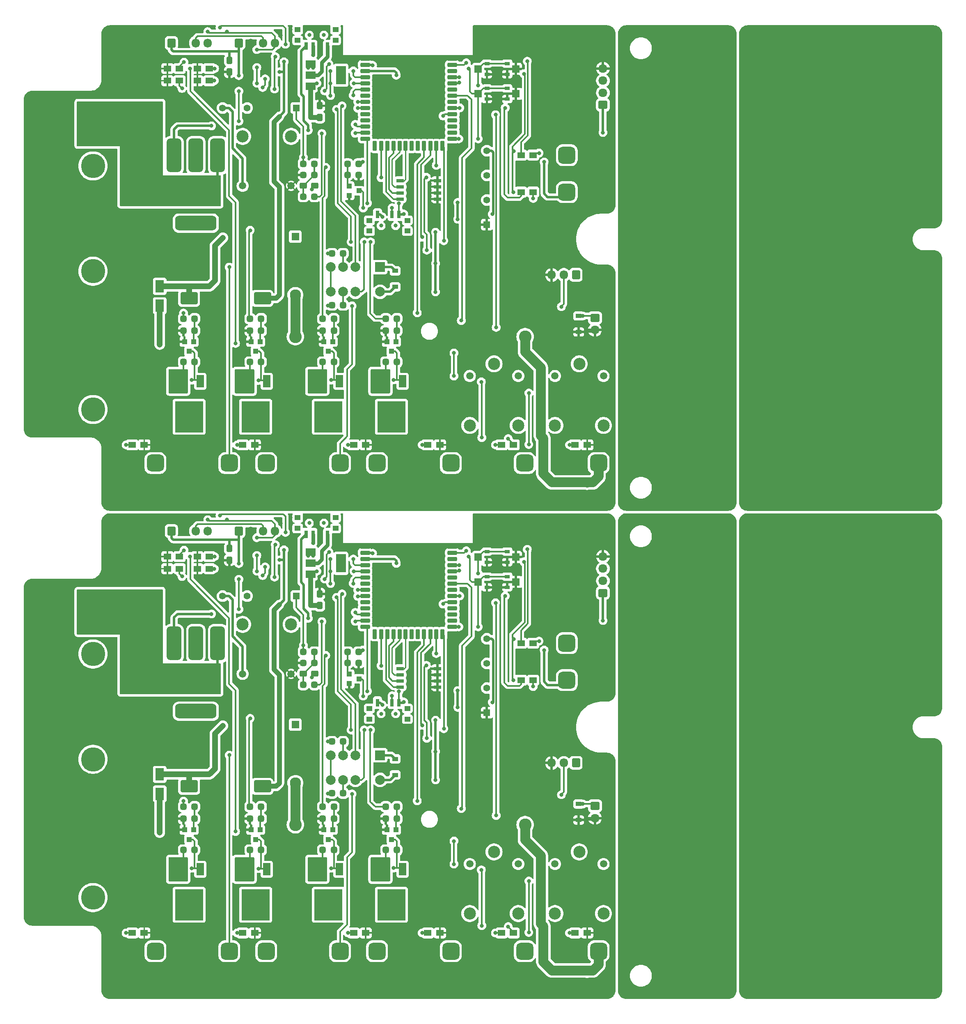
<source format=gbr>
%TF.GenerationSoftware,KiCad,Pcbnew,8.0.4*%
%TF.CreationDate,2024-11-04T15:16:16+09:00*%
%TF.ProjectId,L-CON V3.0,4c2d434f-4e20-4563-932e-302e6b696361,rev?*%
%TF.SameCoordinates,Original*%
%TF.FileFunction,Copper,L1,Top*%
%TF.FilePolarity,Positive*%
%FSLAX46Y46*%
G04 Gerber Fmt 4.6, Leading zero omitted, Abs format (unit mm)*
G04 Created by KiCad (PCBNEW 8.0.4) date 2024-11-04 15:16:16*
%MOMM*%
%LPD*%
G01*
G04 APERTURE LIST*
G04 Aperture macros list*
%AMRoundRect*
0 Rectangle with rounded corners*
0 $1 Rounding radius*
0 $2 $3 $4 $5 $6 $7 $8 $9 X,Y pos of 4 corners*
0 Add a 4 corners polygon primitive as box body*
4,1,4,$2,$3,$4,$5,$6,$7,$8,$9,$2,$3,0*
0 Add four circle primitives for the rounded corners*
1,1,$1+$1,$2,$3*
1,1,$1+$1,$4,$5*
1,1,$1+$1,$6,$7*
1,1,$1+$1,$8,$9*
0 Add four rect primitives between the rounded corners*
20,1,$1+$1,$2,$3,$4,$5,0*
20,1,$1+$1,$4,$5,$6,$7,0*
20,1,$1+$1,$6,$7,$8,$9,0*
20,1,$1+$1,$8,$9,$2,$3,0*%
G04 Aperture macros list end*
%TA.AperFunction,SMDPad,CuDef*%
%ADD10R,1.500000X1.250000*%
%TD*%
%TA.AperFunction,ComponentPad*%
%ADD11RoundRect,0.875000X-0.875000X-0.875000X0.875000X-0.875000X0.875000X0.875000X-0.875000X0.875000X0*%
%TD*%
%TA.AperFunction,ComponentPad*%
%ADD12O,1.700000X1.850000*%
%TD*%
%TA.AperFunction,ComponentPad*%
%ADD13RoundRect,0.249900X-0.600100X-0.675100X0.600100X-0.675100X0.600100X0.675100X-0.600100X0.675100X0*%
%TD*%
%TA.AperFunction,ComponentPad*%
%ADD14C,8.000000*%
%TD*%
%TA.AperFunction,ComponentPad*%
%ADD15C,6.000000*%
%TD*%
%TA.AperFunction,SMDPad,CuDef*%
%ADD16RoundRect,0.325000X-0.325000X-0.325000X0.325000X-0.325000X0.325000X0.325000X-0.325000X0.325000X0*%
%TD*%
%TA.AperFunction,SMDPad,CuDef*%
%ADD17R,1.000000X1.100000*%
%TD*%
%TA.AperFunction,ComponentPad*%
%ADD18C,2.500000*%
%TD*%
%TA.AperFunction,ComponentPad*%
%ADD19C,1.500000*%
%TD*%
%TA.AperFunction,ComponentPad*%
%ADD20C,1.400000*%
%TD*%
%TA.AperFunction,ComponentPad*%
%ADD21R,1.400000X1.400000*%
%TD*%
%TA.AperFunction,SMDPad,CuDef*%
%ADD22RoundRect,0.325000X0.325000X0.325000X-0.325000X0.325000X-0.325000X-0.325000X0.325000X-0.325000X0*%
%TD*%
%TA.AperFunction,ComponentPad*%
%ADD23C,5.000000*%
%TD*%
%TA.AperFunction,ComponentPad*%
%ADD24RoundRect,0.750000X-0.750000X2.750000X-0.750000X-2.750000X0.750000X-2.750000X0.750000X2.750000X0*%
%TD*%
%TA.AperFunction,ComponentPad*%
%ADD25RoundRect,0.750000X3.500000X0.750000X-3.500000X0.750000X-3.500000X-0.750000X3.500000X-0.750000X0*%
%TD*%
%TA.AperFunction,SMDPad,CuDef*%
%ADD26RoundRect,0.300000X-1.450000X-0.950000X1.450000X-0.950000X1.450000X0.950000X-1.450000X0.950000X0*%
%TD*%
%TA.AperFunction,SMDPad,CuDef*%
%ADD27RoundRect,0.190000X0.610000X0.190000X-0.610000X0.190000X-0.610000X-0.190000X0.610000X-0.190000X0*%
%TD*%
%TA.AperFunction,SMDPad,CuDef*%
%ADD28R,1.800000X2.500000*%
%TD*%
%TA.AperFunction,SMDPad,CuDef*%
%ADD29R,5.000000X5.000000*%
%TD*%
%TA.AperFunction,SMDPad,CuDef*%
%ADD30RoundRect,0.225000X-0.775000X-0.225000X0.775000X-0.225000X0.775000X0.225000X-0.775000X0.225000X0*%
%TD*%
%TA.AperFunction,SMDPad,CuDef*%
%ADD31RoundRect,0.225000X0.225000X-0.775000X0.225000X0.775000X-0.225000X0.775000X-0.225000X-0.775000X0*%
%TD*%
%TA.AperFunction,SMDPad,CuDef*%
%ADD32RoundRect,0.312500X-0.312500X0.437500X-0.312500X-0.437500X0.312500X-0.437500X0.312500X0.437500X0*%
%TD*%
%TA.AperFunction,SMDPad,CuDef*%
%ADD33R,2.000000X3.000000*%
%TD*%
%TA.AperFunction,SMDPad,CuDef*%
%ADD34R,1.500000X2.500000*%
%TD*%
%TA.AperFunction,SMDPad,CuDef*%
%ADD35R,5.800000X6.400000*%
%TD*%
%TA.AperFunction,SMDPad,CuDef*%
%ADD36RoundRect,0.312500X0.312500X-0.437500X0.312500X0.437500X-0.312500X0.437500X-0.312500X-0.437500X0*%
%TD*%
%TA.AperFunction,ComponentPad*%
%ADD37C,2.600000*%
%TD*%
%TA.AperFunction,SMDPad,CuDef*%
%ADD38R,2.000000X3.800000*%
%TD*%
%TA.AperFunction,SMDPad,CuDef*%
%ADD39R,2.000000X1.500000*%
%TD*%
%TA.AperFunction,SMDPad,CuDef*%
%ADD40R,1.200000X1.000000*%
%TD*%
%TA.AperFunction,SMDPad,CuDef*%
%ADD41R,0.800000X1.600000*%
%TD*%
%TA.AperFunction,WasherPad*%
%ADD42C,0.800000*%
%TD*%
%TA.AperFunction,ComponentPad*%
%ADD43RoundRect,0.875000X0.875000X-0.875000X0.875000X0.875000X-0.875000X0.875000X-0.875000X-0.875000X0*%
%TD*%
%TA.AperFunction,ComponentPad*%
%ADD44O,1.850000X1.700000*%
%TD*%
%TA.AperFunction,ComponentPad*%
%ADD45RoundRect,0.249900X0.675100X-0.600100X0.675100X0.600100X-0.675100X0.600100X-0.675100X-0.600100X0*%
%TD*%
%TA.AperFunction,SMDPad,CuDef*%
%ADD46R,1.100000X0.700000*%
%TD*%
%TA.AperFunction,SMDPad,CuDef*%
%ADD47RoundRect,0.312500X-0.437500X-0.312500X0.437500X-0.312500X0.437500X0.312500X-0.437500X0.312500X0*%
%TD*%
%TA.AperFunction,ComponentPad*%
%ADD48C,1.600000*%
%TD*%
%TA.AperFunction,ComponentPad*%
%ADD49R,1.600000X1.600000*%
%TD*%
%TA.AperFunction,SMDPad,CuDef*%
%ADD50R,1.200000X0.900000*%
%TD*%
%TA.AperFunction,ComponentPad*%
%ADD51RoundRect,0.250000X0.600000X0.675000X-0.600000X0.675000X-0.600000X-0.675000X0.600000X-0.675000X0*%
%TD*%
%TA.AperFunction,ComponentPad*%
%ADD52C,2.000000*%
%TD*%
%TA.AperFunction,ComponentPad*%
%ADD53R,2.000000X2.000000*%
%TD*%
%TA.AperFunction,SMDPad,CuDef*%
%ADD54R,1.500000X1.500000*%
%TD*%
%TA.AperFunction,ComponentPad*%
%ADD55RoundRect,0.249900X-0.675100X0.600100X-0.675100X-0.600100X0.675100X-0.600100X0.675100X0.600100X0*%
%TD*%
%TA.AperFunction,SMDPad,CuDef*%
%ADD56R,1.100000X1.000000*%
%TD*%
%TA.AperFunction,ViaPad*%
%ADD57C,0.800000*%
%TD*%
%TA.AperFunction,ViaPad*%
%ADD58C,1.200000*%
%TD*%
%TA.AperFunction,ViaPad*%
%ADD59C,2.300000*%
%TD*%
%TA.AperFunction,Conductor*%
%ADD60C,0.500000*%
%TD*%
%TA.AperFunction,Conductor*%
%ADD61C,1.000000*%
%TD*%
%TA.AperFunction,Conductor*%
%ADD62C,0.300000*%
%TD*%
%TA.AperFunction,Conductor*%
%ADD63C,0.800000*%
%TD*%
%TA.AperFunction,Conductor*%
%ADD64C,0.250000*%
%TD*%
%TA.AperFunction,Conductor*%
%ADD65C,1.200000*%
%TD*%
%TA.AperFunction,Conductor*%
%ADD66C,2.000000*%
%TD*%
G04 APERTURE END LIST*
D10*
%TO.P,D22,2,A*%
%TO.N,Net-(D22-A)*%
X137925000Y-229350000D03*
%TO.P,D22,1,K*%
%TO.N,Net-(D14-A)*%
X140425000Y-229350000D03*
%TD*%
D11*
%TO.P,J2,14,Pin_14*%
%TO.N,TV OUT*%
X157955000Y-233110000D03*
%TO.P,J2,13,Pin_13*%
%TO.N,GNDPWR*%
X150335000Y-233110000D03*
%TO.P,J2,12,Pin_12*%
%TO.N,Net-(D24-K)*%
X142715000Y-233110000D03*
%TO.P,J2,11,Pin_11*%
%TO.N,GNDPWR*%
X135095000Y-233110000D03*
%TO.P,J2,10,Pin_10*%
%TO.N,Net-(D13-K)*%
X127475000Y-233110000D03*
%TO.P,J2,9,Pin_9*%
%TO.N,GNDPWR*%
X119855000Y-233110000D03*
%TO.P,J2,8,Pin_8*%
%TO.N,Net-(D12-K)*%
X112235000Y-233110000D03*
%TO.P,J2,7,Pin_7*%
%TO.N,Net-(J2-Pin_7)*%
X104615000Y-233110000D03*
%TO.P,J2,6,Pin_6*%
%TO.N,GNDPWR*%
X96995000Y-233110000D03*
%TO.P,J2,5,Pin_5*%
%TO.N,Net-(D9-K)*%
X89375000Y-233110000D03*
%TO.P,J2,4,Pin_4*%
%TO.N,Net-(J2-Pin_4)*%
X81755000Y-233110000D03*
%TO.P,J2,3,Pin_3*%
%TO.N,GNDPWR*%
X74135000Y-233110000D03*
%TO.P,J2,2,Pin_2*%
%TO.N,Net-(D3-K)*%
X66515000Y-233110000D03*
%TO.P,J2,1,Pin_1*%
%TO.N,GNDPWR*%
X58895000Y-233110000D03*
%TD*%
D12*
%TO.P,J4,4,Pin_4*%
%TO.N,/485-A*%
X77325000Y-146500000D03*
%TO.P,J4,3,Pin_3*%
%TO.N,/485-B*%
X74825000Y-146500000D03*
%TO.P,J4,2,Pin_2*%
%TO.N,GNDPWR*%
X72325000Y-146500000D03*
D13*
%TO.P,J4,1,Pin_1*%
%TO.N,+5V*%
X69825000Y-146500000D03*
%TD*%
D10*
%TO.P,D6,2,A*%
%TO.N,Net-(D6-A)*%
X77670000Y-151775000D03*
%TO.P,D6,1,K*%
%TO.N,GNDPWR*%
X75170000Y-151775000D03*
%TD*%
D14*
%TO.P,He1,1,1*%
%TO.N,Net-(H10-Pad1)*%
X179710000Y-224250000D03*
%TD*%
D15*
%TO.P,H7,1,1*%
%TO.N,GNDPWR*%
X126295000Y-224250000D03*
%TD*%
D16*
%TO.P,R24,2*%
%TO.N,NEO_11*%
X105255000Y-189910000D03*
%TO.P,R24,1*%
%TO.N,Net-(J2-Pin_4)*%
X102955000Y-189910000D03*
%TD*%
D17*
%TO.P,Q8,3,C*%
%TO.N,Net-(Q10-Gate)*%
X102202500Y-210080000D03*
%TO.P,Q8,2,E*%
%TO.N,GNDPWR*%
X101252500Y-208080000D03*
%TO.P,Q8,1,B*%
%TO.N,Net-(Q8-B)*%
X103152500Y-208080000D03*
%TD*%
D18*
%TO.P,K5,14*%
%TO.N,Net-(D7-A)*%
X94525000Y-165755000D03*
%TO.P,K5,7*%
%TO.N,GNDPWR*%
X89525000Y-178455000D03*
D19*
%TO.P,K5,6*%
%TO.N,Net-(D19-K)*%
X84525000Y-175955000D03*
%TO.P,K5,2*%
%TO.N,GNDPWR*%
X94525000Y-175955000D03*
D18*
%TO.P,K5,1*%
%TO.N,unconnected-(K5-Pad1)*%
X84525000Y-165755000D03*
%TD*%
D20*
%TO.P,K4,7*%
%TO.N,DOOR*%
X134907500Y-168717500D03*
%TO.P,K4,5*%
%TO.N,Net-(D26-K)*%
X134907500Y-173797500D03*
%TO.P,K4,3*%
%TO.N,Net-(D26-A)*%
X134907500Y-178877500D03*
D21*
%TO.P,K4,1*%
%TO.N,GNDPWR*%
X134907500Y-183957500D03*
%TD*%
D22*
%TO.P,R8,2*%
%TO.N,LED_1*%
X72325000Y-203330000D03*
%TO.P,R8,1*%
%TO.N,Net-(Q3-B)*%
X74625000Y-203330000D03*
%TD*%
D16*
%TO.P,R14,2*%
%TO.N,Net-(Q5-C)*%
X88352500Y-212250000D03*
%TO.P,R14,1*%
%TO.N,+12P*%
X86052500Y-212250000D03*
%TD*%
D23*
%TO.P,J15,3,Pin_3*%
%TO.N,GNDPWR*%
X53655000Y-181360000D03*
%TO.P,J15,2,Pin_2*%
%TO.N,/+*%
X53655000Y-171860000D03*
%TO.P,J15,1,Pin_1*%
%TO.N,Net-(D7-K)*%
X53655000Y-162360000D03*
%TD*%
D24*
%TO.P,K6,87A*%
%TO.N,/+*%
X74875000Y-169675000D03*
D25*
%TO.P,K6,87*%
%TO.N,Net-(D7-K)*%
X74875000Y-175645000D03*
D24*
%TO.P,K6,86*%
%TO.N,Net-(D7-A)*%
X70375000Y-169675000D03*
%TO.P,K6,85*%
%TO.N,Net-(D7-K)*%
X79375000Y-169675000D03*
D25*
%TO.P,K6,30*%
%TO.N,BAT +*%
X74875000Y-183645000D03*
%TD*%
D26*
%TO.P,MO3,4,+5V*%
%TO.N,+5V*%
X88615000Y-199145000D03*
%TO.P,MO3,3,GND*%
%TO.N,GNDPWR*%
X88615000Y-190555000D03*
%TO.P,MO3,2,+12V*%
%TO.N,Net-(D5-K)*%
X73485000Y-199145000D03*
%TO.P,MO3,1,GND*%
%TO.N,GNDPWR*%
X73515000Y-190575000D03*
%TD*%
D15*
%TO.P,H3,1,1*%
%TO.N,GNDPWR*%
X62845000Y-149600000D03*
%TD*%
D27*
%TO.P,SW7,8*%
%TO.N,Net-(U2-IO_09)*%
X117029000Y-178673000D03*
%TO.P,SW7,7*%
%TO.N,Net-(U2-IO_10)*%
X117029000Y-177403000D03*
%TO.P,SW7,6*%
%TO.N,Net-(U2-IO_11)*%
X117029000Y-176133000D03*
%TO.P,SW7,5*%
%TO.N,Net-(U2-IO_12)*%
X117029000Y-174863000D03*
%TO.P,SW7,4*%
%TO.N,GNDPWR*%
X124729000Y-174863000D03*
%TO.P,SW7,3*%
X124729000Y-176133000D03*
%TO.P,SW7,2*%
X124729000Y-177403000D03*
%TO.P,SW7,1*%
X124729000Y-178673000D03*
%TD*%
D28*
%TO.P,D5,2,K*%
%TO.N,Net-(D5-K)*%
X67415000Y-196670000D03*
%TO.P,D5,1,A*%
%TO.N,+12P*%
X67415000Y-200670000D03*
%TD*%
D10*
%TO.P,D2,2,A*%
%TO.N,Net-(D2-A)*%
X61725000Y-229350000D03*
%TO.P,D2,1,K*%
%TO.N,GNDPWR*%
X64225000Y-229350000D03*
%TD*%
D29*
%TO.P,U2,41,GND*%
%TO.N,GNDPWR*%
X117795000Y-157235000D03*
D30*
%TO.P,U2,40,GND*%
X127785000Y-149730000D03*
%TO.P,U2,39,IO_1*%
%TO.N,Net-(D15-K)*%
X127785000Y-151000000D03*
%TO.P,U2,38,IO_2*%
%TO.N,SCL*%
X127785000Y-152270000D03*
%TO.P,U2,37,TxD0*%
%TO.N,TxD0*%
X127785000Y-153540000D03*
%TO.P,U2,36,RxD0*%
%TO.N,RxD0*%
X127785000Y-154810000D03*
%TO.P,U2,35,TMS/IO_42*%
%TO.N,SDA*%
X127785000Y-156080000D03*
%TO.P,U2,34,TDI/IO_41*%
%TO.N,FLOOR*%
X127785000Y-157350000D03*
%TO.P,U2,33,TDO/IO_40*%
%TO.N,FAN*%
X127785000Y-158620000D03*
%TO.P,U2,32,TCK/IO_39*%
%TO.N,Net-(D23-K)*%
X127785000Y-159890000D03*
%TO.P,U2,31,IO_38*%
%TO.N,TV*%
X127785000Y-161160000D03*
%TO.P,U2,30,IO_37*%
%TO.N,unconnected-(U2-IO_37-Pad30)*%
X127785000Y-162430000D03*
%TO.P,U2,29,IO_36*%
%TO.N,unconnected-(U2-IO_36-Pad29)*%
X127785000Y-163700000D03*
%TO.P,U2,28,IO_35*%
%TO.N,unconnected-(U2-IO_35-Pad28)*%
X127785000Y-164970000D03*
%TO.P,U2,27,IO_0*%
%TO.N,BOOT*%
X127785000Y-166240000D03*
D31*
%TO.P,U2,26,IO_45*%
%TO.N,LED_4*%
X125775000Y-167750000D03*
%TO.P,U2,25,IO_48*%
%TO.N,LED_3*%
X124505000Y-167750000D03*
%TO.P,U2,24,IO_47*%
%TO.N,LED_2*%
X123240000Y-167750000D03*
%TO.P,U2,23,IO_21*%
%TO.N,LED_1*%
X121965000Y-167750000D03*
%TO.P,U2,22,IO_14*%
%TO.N,unconnected-(U2-IO_14-Pad22)*%
X120695000Y-167750000D03*
%TO.P,U2,21,IO_13*%
%TO.N,TV +*%
X119425000Y-167750000D03*
%TO.P,U2,20,IO_12*%
%TO.N,Net-(U2-IO_12)*%
X118155000Y-167750000D03*
%TO.P,U2,19,IO_11*%
%TO.N,Net-(U2-IO_11)*%
X116895000Y-167750000D03*
%TO.P,U2,18,IO_10*%
%TO.N,Net-(U2-IO_10)*%
X115625000Y-167750000D03*
%TO.P,U2,17,IO_09*%
%TO.N,Net-(U2-IO_09)*%
X114355000Y-167750000D03*
%TO.P,U2,16,IO_46*%
%TO.N,Net-(U2-IO_46)*%
X113080000Y-167750000D03*
%TO.P,U2,15,IO_3*%
%TO.N,unconnected-(U2-IO_3-Pad15)*%
X111805000Y-167750000D03*
D30*
%TO.P,U2,14,IO_20*%
%TO.N,DOOR*%
X109795000Y-166230000D03*
%TO.P,U2,13,IO_19*%
%TO.N,SWITCH*%
X109795000Y-164960000D03*
%TO.P,U2,12,IO_8*%
%TO.N,LiPo*%
X109795000Y-163690000D03*
%TO.P,U2,11,IO_18*%
%TO.N,unconnected-(U2-IO_18-Pad11)*%
X109795000Y-162420000D03*
%TO.P,U2,10,IO_17*%
%TO.N,unconnected-(U2-IO_17-Pad10)*%
X109795000Y-161150000D03*
%TO.P,U2,9,IO_16*%
%TO.N,NEO_2*%
X109795000Y-159880000D03*
%TO.P,U2,8,IO_15*%
%TO.N,NEO_1*%
X109795000Y-158610000D03*
%TO.P,U2,7,IO_7*%
%TO.N,unconnected-(U2-IO_7-Pad7)*%
X109795000Y-157340000D03*
%TO.P,U2,6,IO_6*%
%TO.N,DI*%
X109795000Y-156070000D03*
%TO.P,U2,5,IO_5*%
%TO.N,ENABLE*%
X109795000Y-154800000D03*
%TO.P,U2,4,IO_4*%
%TO.N,RO*%
X109795000Y-153530000D03*
%TO.P,U2,3,EN*%
%TO.N,EN*%
X109795000Y-152260000D03*
%TO.P,U2,2,3V3*%
%TO.N,3V3*%
X109795000Y-150990000D03*
%TO.P,U2,1,GND*%
%TO.N,GNDPWR*%
X109795000Y-149720000D03*
%TD*%
D16*
%TO.P,R21,2*%
%TO.N,Net-(Q12-Gate)*%
X116370000Y-212250000D03*
%TO.P,R21,1*%
%TO.N,+12P*%
X114070000Y-212250000D03*
%TD*%
D10*
%TO.P,D10,2,A*%
%TO.N,Net-(D10-A)*%
X107425000Y-229350000D03*
%TO.P,D10,1,K*%
%TO.N,GNDPWR*%
X109925000Y-229350000D03*
%TD*%
D22*
%TO.P,R16,2*%
%TO.N,LED_3*%
X101052500Y-203330000D03*
%TO.P,R16,1*%
%TO.N,Net-(Q8-B)*%
X103352500Y-203330000D03*
%TD*%
D32*
%TO.P,C3,2*%
%TO.N,GNDPWR*%
X81825000Y-152500000D03*
%TO.P,C3,1*%
%TO.N,+5V*%
X81825000Y-150100000D03*
%TD*%
D22*
%TO.P,R7,2*%
%TO.N,GNDPWR*%
X72325000Y-205830000D03*
%TO.P,R7,1*%
%TO.N,Net-(Q3-B)*%
X74625000Y-205830000D03*
%TD*%
D17*
%TO.P,Q3,3,C*%
%TO.N,Net-(Q1-Gate)*%
X73475000Y-210080000D03*
%TO.P,Q3,2,E*%
%TO.N,GNDPWR*%
X72525000Y-208080000D03*
%TO.P,Q3,1,B*%
%TO.N,Net-(Q3-B)*%
X74425000Y-208080000D03*
%TD*%
D10*
%TO.P,D1,2,A*%
%TO.N,Net-(D1-A)*%
X77670000Y-154275000D03*
%TO.P,D1,1,K*%
%TO.N,GNDPWR*%
X75170000Y-154275000D03*
%TD*%
D33*
%TO.P,Q1,S,Source*%
%TO.N,+12P*%
X71200000Y-216243000D03*
D34*
%TO.P,Q1,G,Gate*%
%TO.N,Net-(Q1-Gate)*%
X75766000Y-216243000D03*
D35*
%TO.P,Q1,D,Drain*%
%TO.N,Net-(D3-K)*%
X73480000Y-223550000D03*
%TD*%
D15*
%TO.P,H2,1,1*%
%TO.N,GNDPWR*%
X62725000Y-186980000D03*
%TD*%
D14*
%TO.P,H8,1,1*%
%TO.N,Net-(H1-Pad1)*%
X193710000Y-224250000D03*
%TD*%
D36*
%TO.P,C12,2*%
%TO.N,GNDPWR*%
X100435000Y-159450000D03*
%TO.P,C12,1*%
%TO.N,+5V*%
X100435000Y-161850000D03*
%TD*%
D17*
%TO.P,Q5,3,C*%
%TO.N,Net-(Q5-C)*%
X87202500Y-210080000D03*
%TO.P,Q5,2,E*%
%TO.N,GNDPWR*%
X86252500Y-208080000D03*
%TO.P,Q5,1,B*%
%TO.N,Net-(Q5-B)*%
X88152500Y-208080000D03*
%TD*%
D33*
%TO.P,Q6,S,Source*%
%TO.N,+12P*%
X84927500Y-216243000D03*
D34*
%TO.P,Q6,G,Gate*%
%TO.N,Net-(Q5-C)*%
X89493500Y-216243000D03*
D35*
%TO.P,Q6,D,Drain*%
%TO.N,Net-(D9-K)*%
X87207500Y-223550000D03*
%TD*%
D10*
%TO.P,D20,2,A*%
%TO.N,LiPo*%
X71500000Y-154275000D03*
%TO.P,D20,1,K*%
%TO.N,GNDPWR*%
X69000000Y-154275000D03*
%TD*%
D37*
%TO.P,MO2,4,+18V*%
%TO.N,TV OUT*%
X142805000Y-207040000D03*
%TO.P,MO2,3,GND*%
%TO.N,GNDPWR*%
X142805000Y-194340000D03*
%TO.P,MO2,2,+12V*%
%TO.N,Net-(D4-K)*%
X95405000Y-207040000D03*
%TO.P,MO2,1,GND*%
%TO.N,GNDPWR*%
X95405000Y-194340000D03*
%TD*%
D22*
%TO.P,R9,2*%
%TO.N,LED_2*%
X86052500Y-203330000D03*
%TO.P,R9,1*%
%TO.N,Net-(Q5-B)*%
X88352500Y-203330000D03*
%TD*%
D38*
%TO.P,U1,4*%
%TO.N,N/C*%
X104825000Y-153150000D03*
D39*
%TO.P,U1,3,VI*%
%TO.N,+5V*%
X98525000Y-155450000D03*
%TO.P,U1,2,VO*%
%TO.N,Net-(SW1-A)*%
X98525000Y-153150000D03*
%TO.P,U1,1,GND*%
%TO.N,GNDPWR*%
X98525000Y-150850000D03*
%TD*%
D15*
%TO.P,H6,1,1*%
%TO.N,GNDPWR*%
X148725000Y-186980000D03*
%TD*%
D22*
%TO.P,R33,2*%
%TO.N,Net-(Q16-G)*%
X106155000Y-173690000D03*
%TO.P,R33,1*%
%TO.N,GNDPWR*%
X108455000Y-173690000D03*
%TD*%
D40*
%TO.P,SW1,4*%
%TO.N,N/C*%
X95885000Y-145970000D03*
X103685000Y-145970000D03*
X95885000Y-143770000D03*
X103685000Y-143770000D03*
D41*
%TO.P,SW1,3,C*%
%TO.N,Net-(J1-Pin_1)*%
X97585000Y-147170000D03*
%TO.P,SW1,2,B*%
%TO.N,3V3*%
X99035000Y-147170000D03*
%TO.P,SW1,1,A*%
%TO.N,Net-(SW1-A)*%
X102035000Y-147170000D03*
D42*
%TO.P,SW1,*%
%TO.N,*%
X98285000Y-144870000D03*
X101285000Y-144870000D03*
%TD*%
D10*
%TO.P,D17,2,A*%
%TO.N,Net-(D17-A)*%
X153125000Y-229350000D03*
%TO.P,D17,1,K*%
%TO.N,GNDPWR*%
X155625000Y-229350000D03*
%TD*%
D43*
%TO.P,J3,2,Pin_2*%
%TO.N,Net-(D26-K)*%
X151425000Y-169630000D03*
%TO.P,J3,1,Pin_1*%
%TO.N,Net-(J3-Pin_1)*%
X151425000Y-177250000D03*
%TD*%
D44*
%TO.P,J1,4,Pin_4*%
%TO.N,GNDPWR*%
X158865000Y-151770000D03*
%TO.P,J1,3,Pin_3*%
%TO.N,TxD0*%
X158865000Y-154270000D03*
%TO.P,J1,2,Pin_2*%
%TO.N,RxD0*%
X158865000Y-156770000D03*
D45*
%TO.P,J1,1,Pin_1*%
%TO.N,Net-(J1-Pin_1)*%
X158865000Y-159270000D03*
%TD*%
D16*
%TO.P,R5,2*%
%TO.N,Net-(Q1-Gate)*%
X74625000Y-212250000D03*
%TO.P,R5,1*%
%TO.N,+12P*%
X72325000Y-212250000D03*
%TD*%
D33*
%TO.P,Q12,S,Source*%
%TO.N,+12P*%
X112945000Y-216243000D03*
D34*
%TO.P,Q12,G,Gate*%
%TO.N,Net-(Q12-Gate)*%
X117511000Y-216243000D03*
D35*
%TO.P,Q12,D,Drain*%
%TO.N,Net-(D13-K)*%
X115225000Y-223550000D03*
%TD*%
D46*
%TO.P,SW5,2,2*%
%TO.N,BOOT*%
X139125000Y-155890000D03*
X134925000Y-155890000D03*
%TO.P,SW5,1,1*%
%TO.N,GNDPWR*%
X139125000Y-158090000D03*
X134925000Y-158090000D03*
%TD*%
D16*
%TO.P,R26,2*%
%TO.N,NEO_22*%
X105275000Y-200540000D03*
%TO.P,R26,1*%
%TO.N,Net-(J2-Pin_7)*%
X102975000Y-200540000D03*
%TD*%
D22*
%TO.P,R27,2*%
%TO.N,Net-(D26-K)*%
X97055000Y-171440000D03*
%TO.P,R27,1*%
%TO.N,Net-(C11-Pad1)*%
X99355000Y-171440000D03*
%TD*%
D18*
%TO.P,K2,14*%
%TO.N,Net-(D24-K)*%
X131395000Y-225345000D03*
%TO.P,K2,7*%
%TO.N,+12P*%
X136395000Y-212645000D03*
D19*
%TO.P,K2,6*%
X141395000Y-215145000D03*
%TO.P,K2,2*%
%TO.N,Net-(D14-A)*%
X131395000Y-215145000D03*
D18*
%TO.P,K2,1*%
%TO.N,unconnected-(K2-Pad1)*%
X141395000Y-225345000D03*
%TD*%
D10*
%TO.P,D23,2,A*%
%TO.N,Net-(D23-A)*%
X144455000Y-177250000D03*
%TO.P,D23,1,K*%
%TO.N,Net-(D23-K)*%
X141955000Y-177250000D03*
%TD*%
D22*
%TO.P,R18,2*%
%TO.N,GNDPWR*%
X101052500Y-205830000D03*
%TO.P,R18,1*%
%TO.N,Net-(Q8-B)*%
X103352500Y-205830000D03*
%TD*%
%TO.P,R13,2*%
%TO.N,GNDPWR*%
X86052500Y-205830000D03*
%TO.P,R13,1*%
%TO.N,Net-(Q5-B)*%
X88352500Y-205830000D03*
%TD*%
D14*
%TO.P,H1,1,1*%
%TO.N,Net-(H1-Pad1)*%
X216260000Y-149600000D03*
%TD*%
D10*
%TO.P,D11,2,A*%
%TO.N,Net-(D11-A)*%
X122725000Y-229350000D03*
%TO.P,D11,1,K*%
%TO.N,GNDPWR*%
X125225000Y-229350000D03*
%TD*%
D16*
%TO.P,R30,2*%
%TO.N,Net-(C11-Pad1)*%
X99355000Y-173690000D03*
%TO.P,R30,1*%
%TO.N,GNDPWR*%
X97055000Y-173690000D03*
%TD*%
%TO.P,R20,2*%
%TO.N,Net-(Q10-Gate)*%
X103352500Y-212250000D03*
%TO.P,R20,1*%
%TO.N,+12P*%
X101052500Y-212250000D03*
%TD*%
D47*
%TO.P,C11,2*%
%TO.N,GNDPWR*%
X99405000Y-175940000D03*
%TO.P,C11,1*%
%TO.N,Net-(C11-Pad1)*%
X97005000Y-175940000D03*
%TD*%
D22*
%TO.P,R19,2*%
%TO.N,GNDPWR*%
X114070000Y-205830000D03*
%TO.P,R19,1*%
%TO.N,Net-(Q9-B)*%
X116370000Y-205830000D03*
%TD*%
D46*
%TO.P,SW2,2,2*%
%TO.N,Net-(R3-Pad2)*%
X139125000Y-150740000D03*
X134925000Y-150740000D03*
%TO.P,SW2,1,1*%
%TO.N,GNDPWR*%
X139125000Y-152940000D03*
X134925000Y-152940000D03*
%TD*%
D15*
%TO.P,H4,1,1*%
%TO.N,GNDPWR*%
X62755000Y-224250000D03*
%TD*%
D48*
%TO.P,C4,2*%
%TO.N,GNDPWR*%
X95405000Y-188907349D03*
D49*
%TO.P,C4,1*%
%TO.N,Net-(D5-K)*%
X95405000Y-186407349D03*
%TD*%
D23*
%TO.P,J7,4,Pin_4*%
%TO.N,+12P*%
X53655000Y-222060000D03*
%TO.P,J7,3,Pin_3*%
%TO.N,GNDPWR*%
X53655000Y-212560000D03*
%TO.P,J7,2,Pin_2*%
X53655000Y-203060000D03*
%TO.P,J7,1,Pin_1*%
%TO.N,BAT +*%
X53655000Y-193560000D03*
%TD*%
D14*
%TO.P,H12,1,1*%
%TO.N,Net-(H10-Pad1)*%
X179800000Y-149600000D03*
%TD*%
D50*
%TO.P,D27,2,K*%
%TO.N,+5V*%
X115975000Y-196777500D03*
%TO.P,D27,1,A*%
%TO.N,Net-(D27-A)*%
X115975000Y-193477500D03*
%TD*%
D14*
%TO.P,H9,1,1*%
%TO.N,Net-(H1-Pad1)*%
X216140000Y-186980000D03*
%TD*%
D20*
%TO.P,K1,7*%
%TO.N,Net-(D19-K)*%
X80367500Y-159917500D03*
%TO.P,K1,5*%
%TO.N,/+*%
X85447500Y-159917500D03*
%TO.P,K1,3*%
%TO.N,GNDPWR*%
X90527500Y-159917500D03*
D21*
%TO.P,K1,1*%
%TO.N,Net-(D26-K)*%
X95607500Y-159917500D03*
%TD*%
D17*
%TO.P,Q9,3,C*%
%TO.N,Net-(Q12-Gate)*%
X115220000Y-210080000D03*
%TO.P,Q9,2,E*%
%TO.N,GNDPWR*%
X114270000Y-208080000D03*
%TO.P,Q9,1,B*%
%TO.N,Net-(Q9-B)*%
X116170000Y-208080000D03*
%TD*%
D10*
%TO.P,D8,2,A*%
%TO.N,Net-(D8-A)*%
X84525000Y-229350000D03*
%TO.P,D8,1,K*%
%TO.N,GNDPWR*%
X87025000Y-229350000D03*
%TD*%
%TO.P,D15,2,A*%
%TO.N,Net-(D15-A)*%
X144455000Y-169630000D03*
%TO.P,D15,1,K*%
%TO.N,Net-(D15-K)*%
X141955000Y-169630000D03*
%TD*%
D16*
%TO.P,R32,2*%
%TO.N,Net-(J3-Pin_1)*%
X108455000Y-171440000D03*
%TO.P,R32,1*%
%TO.N,Net-(Q16-G)*%
X106155000Y-171440000D03*
%TD*%
D50*
%TO.P,D4,2,K*%
%TO.N,Net-(D4-K)*%
X153865000Y-202770000D03*
%TO.P,D4,1,A*%
%TO.N,GNDPWR*%
X153865000Y-206070000D03*
%TD*%
D15*
%TO.P,H5,1,1*%
%TO.N,GNDPWR*%
X148845000Y-149600000D03*
%TD*%
D12*
%TO.P,J11,4,Pin_4*%
%TO.N,/485-A*%
X91225000Y-146500000D03*
%TO.P,J11,3,Pin_3*%
%TO.N,/485-B*%
X88725000Y-146500000D03*
%TO.P,J11,2,Pin_2*%
%TO.N,GNDPWR*%
X86225000Y-146500000D03*
D13*
%TO.P,J11,1,Pin_1*%
%TO.N,+5V*%
X83725000Y-146500000D03*
%TD*%
D33*
%TO.P,Q10,S,Source*%
%TO.N,+12P*%
X99927500Y-216243000D03*
D34*
%TO.P,Q10,G,Gate*%
%TO.N,Net-(Q10-Gate)*%
X104493500Y-216243000D03*
D35*
%TO.P,Q10,D,Drain*%
%TO.N,Net-(D12-K)*%
X102207500Y-223550000D03*
%TD*%
D22*
%TO.P,R17,2*%
%TO.N,LED_4*%
X114070000Y-203330000D03*
%TO.P,R17,1*%
%TO.N,Net-(Q9-B)*%
X116370000Y-203330000D03*
%TD*%
D12*
%TO.P,J5,3,Pin_3*%
%TO.N,GNDPWR*%
X148295000Y-194310000D03*
%TO.P,J5,2,Pin_2*%
%TO.N,Net-(J5-Pin_2)*%
X150795000Y-194310000D03*
D51*
%TO.P,J5,1,Pin_1*%
%TO.N,+5V*%
X153295000Y-194310000D03*
%TD*%
D52*
%TO.P,K7,12*%
%TO.N,+5V*%
X112895000Y-197800000D03*
%TO.P,K7,10*%
%TO.N,NEO_2*%
X107815000Y-197800000D03*
%TO.P,K7,9*%
%TO.N,NEO_22*%
X105275000Y-197800000D03*
%TO.P,K7,8*%
%TO.N,Net-(J5-Pin_2)*%
X102735000Y-197800000D03*
%TO.P,K7,5*%
X102735000Y-192720000D03*
%TO.P,K7,4*%
%TO.N,NEO_11*%
X105275000Y-192720000D03*
%TO.P,K7,3*%
%TO.N,NEO_1*%
X107815000Y-192720000D03*
D53*
%TO.P,K7,1*%
%TO.N,Net-(D27-A)*%
X112895000Y-192720000D03*
%TD*%
D22*
%TO.P,R31,2*%
%TO.N,Net-(C11-Pad1)*%
X97055000Y-178190000D03*
%TO.P,R31,1*%
%TO.N,SWITCH*%
X99355000Y-178190000D03*
%TD*%
D54*
%TO.P,SW4,2,2*%
%TO.N,GNDPWR*%
X140925000Y-156990000D03*
%TO.P,SW4,1,1*%
%TO.N,BOOT*%
X133125000Y-156990000D03*
%TD*%
%TO.P,SW3,2,2*%
%TO.N,GNDPWR*%
X140925000Y-151840000D03*
%TO.P,SW3,1,1*%
%TO.N,Net-(R3-Pad2)*%
X133125000Y-151840000D03*
%TD*%
D10*
%TO.P,D21,2,A*%
%TO.N,Net-(D21-A)*%
X71500000Y-151775000D03*
%TO.P,D21,1,K*%
%TO.N,GNDPWR*%
X69000000Y-151775000D03*
%TD*%
D18*
%TO.P,K3,14*%
%TO.N,+12P*%
X148975000Y-225345000D03*
%TO.P,K3,7*%
%TO.N,Net-(D4-K)*%
X153975000Y-212645000D03*
D19*
%TO.P,K3,6*%
%TO.N,+12P*%
X158975000Y-215145000D03*
%TO.P,K3,2*%
%TO.N,Net-(D16-A)*%
X148975000Y-215145000D03*
D18*
%TO.P,K3,1*%
%TO.N,unconnected-(K3-Pad1)*%
X158975000Y-225345000D03*
%TD*%
D44*
%TO.P,J9,2,Pin_2*%
%TO.N,GNDPWR*%
X157215000Y-205670000D03*
D55*
%TO.P,J9,1,Pin_1*%
%TO.N,Net-(D4-K)*%
X157215000Y-203170000D03*
%TD*%
D14*
%TO.P,H10,1,1*%
%TO.N,Net-(H10-Pad1)*%
X179800000Y-186980000D03*
%TD*%
D40*
%TO.P,SW6,4*%
%TO.N,N/C*%
X118500000Y-183075000D03*
X110700000Y-183075000D03*
X118500000Y-185275000D03*
X110700000Y-185275000D03*
D41*
%TO.P,SW6,3,C*%
%TO.N,DOOR*%
X116800000Y-181875000D03*
%TO.P,SW6,2,B*%
%TO.N,Net-(Q16-D)*%
X115350000Y-181875000D03*
%TO.P,SW6,1,A*%
%TO.N,Net-(D26-A)*%
X112350000Y-181875000D03*
D42*
%TO.P,SW6,*%
%TO.N,*%
X116100000Y-184175000D03*
X113100000Y-184175000D03*
%TD*%
D56*
%TO.P,Q16,3,D*%
%TO.N,Net-(Q16-D)*%
X108525000Y-176975000D03*
%TO.P,Q16,2,S*%
%TO.N,GNDPWR*%
X106525000Y-177925000D03*
%TO.P,Q16,1,G*%
%TO.N,Net-(Q16-G)*%
X106525000Y-176025000D03*
%TD*%
D10*
%TO.P,D22,2,A*%
%TO.N,Net-(D22-A)*%
X137925000Y-128750000D03*
%TO.P,D22,1,K*%
%TO.N,Net-(D14-A)*%
X140425000Y-128750000D03*
%TD*%
D12*
%TO.P,J4,4,Pin_4*%
%TO.N,/485-A*%
X77325000Y-45900000D03*
%TO.P,J4,3,Pin_3*%
%TO.N,/485-B*%
X74825000Y-45900000D03*
%TO.P,J4,2,Pin_2*%
%TO.N,GNDPWR*%
X72325000Y-45900000D03*
D13*
%TO.P,J4,1,Pin_1*%
%TO.N,+5V*%
X69825000Y-45900000D03*
%TD*%
D11*
%TO.P,J2,14,Pin_14*%
%TO.N,TV OUT*%
X157955000Y-132510000D03*
%TO.P,J2,13,Pin_13*%
%TO.N,GNDPWR*%
X150335000Y-132510000D03*
%TO.P,J2,12,Pin_12*%
%TO.N,Net-(D24-K)*%
X142715000Y-132510000D03*
%TO.P,J2,11,Pin_11*%
%TO.N,GNDPWR*%
X135095000Y-132510000D03*
%TO.P,J2,10,Pin_10*%
%TO.N,Net-(D13-K)*%
X127475000Y-132510000D03*
%TO.P,J2,9,Pin_9*%
%TO.N,GNDPWR*%
X119855000Y-132510000D03*
%TO.P,J2,8,Pin_8*%
%TO.N,Net-(D12-K)*%
X112235000Y-132510000D03*
%TO.P,J2,7,Pin_7*%
%TO.N,Net-(J2-Pin_7)*%
X104615000Y-132510000D03*
%TO.P,J2,6,Pin_6*%
%TO.N,GNDPWR*%
X96995000Y-132510000D03*
%TO.P,J2,5,Pin_5*%
%TO.N,Net-(D9-K)*%
X89375000Y-132510000D03*
%TO.P,J2,4,Pin_4*%
%TO.N,Net-(J2-Pin_4)*%
X81755000Y-132510000D03*
%TO.P,J2,3,Pin_3*%
%TO.N,GNDPWR*%
X74135000Y-132510000D03*
%TO.P,J2,2,Pin_2*%
%TO.N,Net-(D3-K)*%
X66515000Y-132510000D03*
%TO.P,J2,1,Pin_1*%
%TO.N,GNDPWR*%
X58895000Y-132510000D03*
%TD*%
D14*
%TO.P,H10,1,1*%
%TO.N,Net-(H10-Pad1)*%
X179800000Y-86380000D03*
%TD*%
D40*
%TO.P,SW6,4*%
%TO.N,N/C*%
X118500000Y-82475000D03*
X110700000Y-82475000D03*
X118500000Y-84675000D03*
X110700000Y-84675000D03*
D41*
%TO.P,SW6,3,C*%
%TO.N,DOOR*%
X116800000Y-81275000D03*
%TO.P,SW6,2,B*%
%TO.N,Net-(Q16-D)*%
X115350000Y-81275000D03*
%TO.P,SW6,1,A*%
%TO.N,Net-(D26-A)*%
X112350000Y-81275000D03*
D42*
%TO.P,SW6,*%
%TO.N,*%
X116100000Y-83575000D03*
X113100000Y-83575000D03*
%TD*%
D56*
%TO.P,Q16,3,D*%
%TO.N,Net-(Q16-D)*%
X108525000Y-76375000D03*
%TO.P,Q16,2,S*%
%TO.N,GNDPWR*%
X106525000Y-77325000D03*
%TO.P,Q16,1,G*%
%TO.N,Net-(Q16-G)*%
X106525000Y-75425000D03*
%TD*%
D22*
%TO.P,R31,2*%
%TO.N,Net-(C11-Pad1)*%
X97055000Y-77590000D03*
%TO.P,R31,1*%
%TO.N,SWITCH*%
X99355000Y-77590000D03*
%TD*%
D10*
%TO.P,D21,2,A*%
%TO.N,Net-(D21-A)*%
X71500000Y-51175000D03*
%TO.P,D21,1,K*%
%TO.N,GNDPWR*%
X69000000Y-51175000D03*
%TD*%
D18*
%TO.P,K3,14*%
%TO.N,+12P*%
X148975000Y-124745000D03*
%TO.P,K3,7*%
%TO.N,Net-(D4-K)*%
X153975000Y-112045000D03*
D19*
%TO.P,K3,6*%
%TO.N,+12P*%
X158975000Y-114545000D03*
%TO.P,K3,2*%
%TO.N,Net-(D16-A)*%
X148975000Y-114545000D03*
D18*
%TO.P,K3,1*%
%TO.N,unconnected-(K3-Pad1)*%
X158975000Y-124745000D03*
%TD*%
D54*
%TO.P,SW3,2,2*%
%TO.N,GNDPWR*%
X140925000Y-51240000D03*
%TO.P,SW3,1,1*%
%TO.N,Net-(R3-Pad2)*%
X133125000Y-51240000D03*
%TD*%
%TO.P,SW4,2,2*%
%TO.N,GNDPWR*%
X140925000Y-56390000D03*
%TO.P,SW4,1,1*%
%TO.N,BOOT*%
X133125000Y-56390000D03*
%TD*%
D15*
%TO.P,H4,1,1*%
%TO.N,GNDPWR*%
X62755000Y-123650000D03*
%TD*%
D23*
%TO.P,J7,4,Pin_4*%
%TO.N,+12P*%
X53655000Y-121460000D03*
%TO.P,J7,3,Pin_3*%
%TO.N,GNDPWR*%
X53655000Y-111960000D03*
%TO.P,J7,2,Pin_2*%
X53655000Y-102460000D03*
%TO.P,J7,1,Pin_1*%
%TO.N,BAT +*%
X53655000Y-92960000D03*
%TD*%
D48*
%TO.P,C4,2*%
%TO.N,GNDPWR*%
X95405000Y-88307349D03*
D49*
%TO.P,C4,1*%
%TO.N,Net-(D5-K)*%
X95405000Y-85807349D03*
%TD*%
D46*
%TO.P,SW2,2,2*%
%TO.N,Net-(R3-Pad2)*%
X139125000Y-50140000D03*
X134925000Y-50140000D03*
%TO.P,SW2,1,1*%
%TO.N,GNDPWR*%
X139125000Y-52340000D03*
X134925000Y-52340000D03*
%TD*%
D14*
%TO.P,H12,1,1*%
%TO.N,Net-(H10-Pad1)*%
X179800000Y-49000000D03*
%TD*%
%TO.P,H1,1,1*%
%TO.N,Net-(H1-Pad1)*%
X216260000Y-49000000D03*
%TD*%
D22*
%TO.P,R13,2*%
%TO.N,GNDPWR*%
X86052500Y-105230000D03*
%TO.P,R13,1*%
%TO.N,Net-(Q5-B)*%
X88352500Y-105230000D03*
%TD*%
%TO.P,R18,2*%
%TO.N,GNDPWR*%
X101052500Y-105230000D03*
%TO.P,R18,1*%
%TO.N,Net-(Q8-B)*%
X103352500Y-105230000D03*
%TD*%
D10*
%TO.P,D11,2,A*%
%TO.N,Net-(D11-A)*%
X122725000Y-128750000D03*
%TO.P,D11,1,K*%
%TO.N,GNDPWR*%
X125225000Y-128750000D03*
%TD*%
D16*
%TO.P,R30,2*%
%TO.N,Net-(C11-Pad1)*%
X99355000Y-73090000D03*
%TO.P,R30,1*%
%TO.N,GNDPWR*%
X97055000Y-73090000D03*
%TD*%
D47*
%TO.P,C11,2*%
%TO.N,GNDPWR*%
X99405000Y-75340000D03*
%TO.P,C11,1*%
%TO.N,Net-(C11-Pad1)*%
X97005000Y-75340000D03*
%TD*%
D16*
%TO.P,R20,2*%
%TO.N,Net-(Q10-Gate)*%
X103352500Y-111650000D03*
%TO.P,R20,1*%
%TO.N,+12P*%
X101052500Y-111650000D03*
%TD*%
D22*
%TO.P,R19,2*%
%TO.N,GNDPWR*%
X114070000Y-105230000D03*
%TO.P,R19,1*%
%TO.N,Net-(Q9-B)*%
X116370000Y-105230000D03*
%TD*%
D52*
%TO.P,K7,12*%
%TO.N,+5V*%
X112895000Y-97200000D03*
%TO.P,K7,10*%
%TO.N,NEO_2*%
X107815000Y-97200000D03*
%TO.P,K7,9*%
%TO.N,NEO_22*%
X105275000Y-97200000D03*
%TO.P,K7,8*%
%TO.N,Net-(J5-Pin_2)*%
X102735000Y-97200000D03*
%TO.P,K7,5*%
X102735000Y-92120000D03*
%TO.P,K7,4*%
%TO.N,NEO_11*%
X105275000Y-92120000D03*
%TO.P,K7,3*%
%TO.N,NEO_1*%
X107815000Y-92120000D03*
D53*
%TO.P,K7,1*%
%TO.N,Net-(D27-A)*%
X112895000Y-92120000D03*
%TD*%
D22*
%TO.P,R17,2*%
%TO.N,LED_4*%
X114070000Y-102730000D03*
%TO.P,R17,1*%
%TO.N,Net-(Q9-B)*%
X116370000Y-102730000D03*
%TD*%
D12*
%TO.P,J5,3,Pin_3*%
%TO.N,GNDPWR*%
X148295000Y-93710000D03*
%TO.P,J5,2,Pin_2*%
%TO.N,Net-(J5-Pin_2)*%
X150795000Y-93710000D03*
D51*
%TO.P,J5,1,Pin_1*%
%TO.N,+5V*%
X153295000Y-93710000D03*
%TD*%
D33*
%TO.P,Q6,S,Source*%
%TO.N,+12P*%
X84927500Y-115643000D03*
D34*
%TO.P,Q6,G,Gate*%
%TO.N,Net-(Q5-C)*%
X89493500Y-115643000D03*
D35*
%TO.P,Q6,D,Drain*%
%TO.N,Net-(D9-K)*%
X87207500Y-122950000D03*
%TD*%
D17*
%TO.P,Q5,3,C*%
%TO.N,Net-(Q5-C)*%
X87202500Y-109480000D03*
%TO.P,Q5,2,E*%
%TO.N,GNDPWR*%
X86252500Y-107480000D03*
%TO.P,Q5,1,B*%
%TO.N,Net-(Q5-B)*%
X88152500Y-107480000D03*
%TD*%
D22*
%TO.P,R33,2*%
%TO.N,Net-(Q16-G)*%
X106155000Y-73090000D03*
%TO.P,R33,1*%
%TO.N,GNDPWR*%
X108455000Y-73090000D03*
%TD*%
D15*
%TO.P,H6,1,1*%
%TO.N,GNDPWR*%
X148725000Y-86380000D03*
%TD*%
D40*
%TO.P,SW1,4*%
%TO.N,N/C*%
X95885000Y-45370000D03*
X103685000Y-45370000D03*
X95885000Y-43170000D03*
X103685000Y-43170000D03*
D41*
%TO.P,SW1,3,C*%
%TO.N,Net-(J1-Pin_1)*%
X97585000Y-46570000D03*
%TO.P,SW1,2,B*%
%TO.N,3V3*%
X99035000Y-46570000D03*
%TO.P,SW1,1,A*%
%TO.N,Net-(SW1-A)*%
X102035000Y-46570000D03*
D42*
%TO.P,SW1,*%
%TO.N,*%
X98285000Y-44270000D03*
X101285000Y-44270000D03*
%TD*%
D22*
%TO.P,R9,2*%
%TO.N,LED_2*%
X86052500Y-102730000D03*
%TO.P,R9,1*%
%TO.N,Net-(Q5-B)*%
X88352500Y-102730000D03*
%TD*%
D38*
%TO.P,U1,4*%
%TO.N,N/C*%
X104825000Y-52550000D03*
D39*
%TO.P,U1,3,VI*%
%TO.N,+5V*%
X98525000Y-54850000D03*
%TO.P,U1,2,VO*%
%TO.N,Net-(SW1-A)*%
X98525000Y-52550000D03*
%TO.P,U1,1,GND*%
%TO.N,GNDPWR*%
X98525000Y-50250000D03*
%TD*%
D37*
%TO.P,MO2,4,+18V*%
%TO.N,TV OUT*%
X142805000Y-106440000D03*
%TO.P,MO2,3,GND*%
%TO.N,GNDPWR*%
X142805000Y-93740000D03*
%TO.P,MO2,2,+12V*%
%TO.N,Net-(D4-K)*%
X95405000Y-106440000D03*
%TO.P,MO2,1,GND*%
%TO.N,GNDPWR*%
X95405000Y-93740000D03*
%TD*%
D10*
%TO.P,D20,2,A*%
%TO.N,LiPo*%
X71500000Y-53675000D03*
%TO.P,D20,1,K*%
%TO.N,GNDPWR*%
X69000000Y-53675000D03*
%TD*%
D22*
%TO.P,R27,2*%
%TO.N,Net-(D26-K)*%
X97055000Y-70840000D03*
%TO.P,R27,1*%
%TO.N,Net-(C11-Pad1)*%
X99355000Y-70840000D03*
%TD*%
D46*
%TO.P,SW5,2,2*%
%TO.N,BOOT*%
X139125000Y-55290000D03*
X134925000Y-55290000D03*
%TO.P,SW5,1,1*%
%TO.N,GNDPWR*%
X139125000Y-57490000D03*
X134925000Y-57490000D03*
%TD*%
D16*
%TO.P,R5,2*%
%TO.N,Net-(Q1-Gate)*%
X74625000Y-111650000D03*
%TO.P,R5,1*%
%TO.N,+12P*%
X72325000Y-111650000D03*
%TD*%
D18*
%TO.P,K2,14*%
%TO.N,Net-(D24-K)*%
X131395000Y-124745000D03*
%TO.P,K2,7*%
%TO.N,+12P*%
X136395000Y-112045000D03*
D19*
%TO.P,K2,6*%
X141395000Y-114545000D03*
%TO.P,K2,2*%
%TO.N,Net-(D14-A)*%
X131395000Y-114545000D03*
D18*
%TO.P,K2,1*%
%TO.N,unconnected-(K2-Pad1)*%
X141395000Y-124745000D03*
%TD*%
D33*
%TO.P,Q12,S,Source*%
%TO.N,+12P*%
X112945000Y-115643000D03*
D34*
%TO.P,Q12,G,Gate*%
%TO.N,Net-(Q12-Gate)*%
X117511000Y-115643000D03*
D35*
%TO.P,Q12,D,Drain*%
%TO.N,Net-(D13-K)*%
X115225000Y-122950000D03*
%TD*%
D44*
%TO.P,J1,4,Pin_4*%
%TO.N,GNDPWR*%
X158865000Y-51170000D03*
%TO.P,J1,3,Pin_3*%
%TO.N,TxD0*%
X158865000Y-53670000D03*
%TO.P,J1,2,Pin_2*%
%TO.N,RxD0*%
X158865000Y-56170000D03*
D45*
%TO.P,J1,1,Pin_1*%
%TO.N,Net-(J1-Pin_1)*%
X158865000Y-58670000D03*
%TD*%
D10*
%TO.P,D23,2,A*%
%TO.N,Net-(D23-A)*%
X144455000Y-76650000D03*
%TO.P,D23,1,K*%
%TO.N,Net-(D23-K)*%
X141955000Y-76650000D03*
%TD*%
D16*
%TO.P,R26,2*%
%TO.N,NEO_22*%
X105275000Y-99940000D03*
%TO.P,R26,1*%
%TO.N,Net-(J2-Pin_7)*%
X102975000Y-99940000D03*
%TD*%
D10*
%TO.P,D1,2,A*%
%TO.N,Net-(D1-A)*%
X77670000Y-53675000D03*
%TO.P,D1,1,K*%
%TO.N,GNDPWR*%
X75170000Y-53675000D03*
%TD*%
D22*
%TO.P,R7,2*%
%TO.N,GNDPWR*%
X72325000Y-105230000D03*
%TO.P,R7,1*%
%TO.N,Net-(Q3-B)*%
X74625000Y-105230000D03*
%TD*%
D10*
%TO.P,D10,2,A*%
%TO.N,Net-(D10-A)*%
X107425000Y-128750000D03*
%TO.P,D10,1,K*%
%TO.N,GNDPWR*%
X109925000Y-128750000D03*
%TD*%
D36*
%TO.P,C12,2*%
%TO.N,GNDPWR*%
X100435000Y-58850000D03*
%TO.P,C12,1*%
%TO.N,+5V*%
X100435000Y-61250000D03*
%TD*%
D17*
%TO.P,Q3,3,C*%
%TO.N,Net-(Q1-Gate)*%
X73475000Y-109480000D03*
%TO.P,Q3,2,E*%
%TO.N,GNDPWR*%
X72525000Y-107480000D03*
%TO.P,Q3,1,B*%
%TO.N,Net-(Q3-B)*%
X74425000Y-107480000D03*
%TD*%
D32*
%TO.P,C3,2*%
%TO.N,GNDPWR*%
X81825000Y-51900000D03*
%TO.P,C3,1*%
%TO.N,+5V*%
X81825000Y-49500000D03*
%TD*%
D14*
%TO.P,H8,1,1*%
%TO.N,Net-(H1-Pad1)*%
X193710000Y-123650000D03*
%TD*%
D22*
%TO.P,R16,2*%
%TO.N,LED_3*%
X101052500Y-102730000D03*
%TO.P,R16,1*%
%TO.N,Net-(Q8-B)*%
X103352500Y-102730000D03*
%TD*%
D33*
%TO.P,Q1,S,Source*%
%TO.N,+12P*%
X71200000Y-115643000D03*
D34*
%TO.P,Q1,G,Gate*%
%TO.N,Net-(Q1-Gate)*%
X75766000Y-115643000D03*
D35*
%TO.P,Q1,D,Drain*%
%TO.N,Net-(D3-K)*%
X73480000Y-122950000D03*
%TD*%
D16*
%TO.P,R21,2*%
%TO.N,Net-(Q12-Gate)*%
X116370000Y-111650000D03*
%TO.P,R21,1*%
%TO.N,+12P*%
X114070000Y-111650000D03*
%TD*%
D15*
%TO.P,H2,1,1*%
%TO.N,GNDPWR*%
X62725000Y-86380000D03*
%TD*%
D10*
%TO.P,D8,2,A*%
%TO.N,Net-(D8-A)*%
X84525000Y-128750000D03*
%TO.P,D8,1,K*%
%TO.N,GNDPWR*%
X87025000Y-128750000D03*
%TD*%
D33*
%TO.P,Q10,S,Source*%
%TO.N,+12P*%
X99927500Y-115643000D03*
D34*
%TO.P,Q10,G,Gate*%
%TO.N,Net-(Q10-Gate)*%
X104493500Y-115643000D03*
D35*
%TO.P,Q10,D,Drain*%
%TO.N,Net-(D12-K)*%
X102207500Y-122950000D03*
%TD*%
D12*
%TO.P,J11,4,Pin_4*%
%TO.N,/485-A*%
X91225000Y-45900000D03*
%TO.P,J11,3,Pin_3*%
%TO.N,/485-B*%
X88725000Y-45900000D03*
%TO.P,J11,2,Pin_2*%
%TO.N,GNDPWR*%
X86225000Y-45900000D03*
D13*
%TO.P,J11,1,Pin_1*%
%TO.N,+5V*%
X83725000Y-45900000D03*
%TD*%
D17*
%TO.P,Q9,3,C*%
%TO.N,Net-(Q12-Gate)*%
X115220000Y-109480000D03*
%TO.P,Q9,2,E*%
%TO.N,GNDPWR*%
X114270000Y-107480000D03*
%TO.P,Q9,1,B*%
%TO.N,Net-(Q9-B)*%
X116170000Y-107480000D03*
%TD*%
D16*
%TO.P,R32,2*%
%TO.N,Net-(J3-Pin_1)*%
X108455000Y-70840000D03*
%TO.P,R32,1*%
%TO.N,Net-(Q16-G)*%
X106155000Y-70840000D03*
%TD*%
D15*
%TO.P,H5,1,1*%
%TO.N,GNDPWR*%
X148845000Y-49000000D03*
%TD*%
D50*
%TO.P,D4,2,K*%
%TO.N,Net-(D4-K)*%
X153865000Y-102170000D03*
%TO.P,D4,1,A*%
%TO.N,GNDPWR*%
X153865000Y-105470000D03*
%TD*%
D10*
%TO.P,D15,2,A*%
%TO.N,Net-(D15-A)*%
X144455000Y-69030000D03*
%TO.P,D15,1,K*%
%TO.N,Net-(D15-K)*%
X141955000Y-69030000D03*
%TD*%
D20*
%TO.P,K1,7*%
%TO.N,Net-(D19-K)*%
X80367500Y-59317500D03*
%TO.P,K1,5*%
%TO.N,/+*%
X85447500Y-59317500D03*
%TO.P,K1,3*%
%TO.N,GNDPWR*%
X90527500Y-59317500D03*
D21*
%TO.P,K1,1*%
%TO.N,Net-(D26-K)*%
X95607500Y-59317500D03*
%TD*%
D14*
%TO.P,H9,1,1*%
%TO.N,Net-(H1-Pad1)*%
X216140000Y-86380000D03*
%TD*%
D50*
%TO.P,D27,2,K*%
%TO.N,+5V*%
X115975000Y-96177500D03*
%TO.P,D27,1,A*%
%TO.N,Net-(D27-A)*%
X115975000Y-92877500D03*
%TD*%
D27*
%TO.P,SW7,8*%
%TO.N,Net-(U2-IO_09)*%
X117029000Y-78073000D03*
%TO.P,SW7,7*%
%TO.N,Net-(U2-IO_10)*%
X117029000Y-76803000D03*
%TO.P,SW7,6*%
%TO.N,Net-(U2-IO_11)*%
X117029000Y-75533000D03*
%TO.P,SW7,5*%
%TO.N,Net-(U2-IO_12)*%
X117029000Y-74263000D03*
%TO.P,SW7,4*%
%TO.N,GNDPWR*%
X124729000Y-74263000D03*
%TO.P,SW7,3*%
X124729000Y-75533000D03*
%TO.P,SW7,2*%
X124729000Y-76803000D03*
%TO.P,SW7,1*%
X124729000Y-78073000D03*
%TD*%
D26*
%TO.P,MO3,4,+5V*%
%TO.N,+5V*%
X88615000Y-98545000D03*
%TO.P,MO3,3,GND*%
%TO.N,GNDPWR*%
X88615000Y-89955000D03*
%TO.P,MO3,2,+12V*%
%TO.N,Net-(D5-K)*%
X73485000Y-98545000D03*
%TO.P,MO3,1,GND*%
%TO.N,GNDPWR*%
X73515000Y-89975000D03*
%TD*%
D15*
%TO.P,H3,1,1*%
%TO.N,GNDPWR*%
X62845000Y-49000000D03*
%TD*%
D28*
%TO.P,D5,2,K*%
%TO.N,Net-(D5-K)*%
X67415000Y-96070000D03*
%TO.P,D5,1,A*%
%TO.N,+12P*%
X67415000Y-100070000D03*
%TD*%
D29*
%TO.P,U2,41,GND*%
%TO.N,GNDPWR*%
X117795000Y-56635000D03*
D30*
%TO.P,U2,40,GND*%
X127785000Y-49130000D03*
%TO.P,U2,39,IO_1*%
%TO.N,Net-(D15-K)*%
X127785000Y-50400000D03*
%TO.P,U2,38,IO_2*%
%TO.N,SCL*%
X127785000Y-51670000D03*
%TO.P,U2,37,TxD0*%
%TO.N,TxD0*%
X127785000Y-52940000D03*
%TO.P,U2,36,RxD0*%
%TO.N,RxD0*%
X127785000Y-54210000D03*
%TO.P,U2,35,TMS/IO_42*%
%TO.N,SDA*%
X127785000Y-55480000D03*
%TO.P,U2,34,TDI/IO_41*%
%TO.N,FLOOR*%
X127785000Y-56750000D03*
%TO.P,U2,33,TDO/IO_40*%
%TO.N,FAN*%
X127785000Y-58020000D03*
%TO.P,U2,32,TCK/IO_39*%
%TO.N,Net-(D23-K)*%
X127785000Y-59290000D03*
%TO.P,U2,31,IO_38*%
%TO.N,TV*%
X127785000Y-60560000D03*
%TO.P,U2,30,IO_37*%
%TO.N,unconnected-(U2-IO_37-Pad30)*%
X127785000Y-61830000D03*
%TO.P,U2,29,IO_36*%
%TO.N,unconnected-(U2-IO_36-Pad29)*%
X127785000Y-63100000D03*
%TO.P,U2,28,IO_35*%
%TO.N,unconnected-(U2-IO_35-Pad28)*%
X127785000Y-64370000D03*
%TO.P,U2,27,IO_0*%
%TO.N,BOOT*%
X127785000Y-65640000D03*
D31*
%TO.P,U2,26,IO_45*%
%TO.N,LED_4*%
X125775000Y-67150000D03*
%TO.P,U2,25,IO_48*%
%TO.N,LED_3*%
X124505000Y-67150000D03*
%TO.P,U2,24,IO_47*%
%TO.N,LED_2*%
X123240000Y-67150000D03*
%TO.P,U2,23,IO_21*%
%TO.N,LED_1*%
X121965000Y-67150000D03*
%TO.P,U2,22,IO_14*%
%TO.N,unconnected-(U2-IO_14-Pad22)*%
X120695000Y-67150000D03*
%TO.P,U2,21,IO_13*%
%TO.N,TV +*%
X119425000Y-67150000D03*
%TO.P,U2,20,IO_12*%
%TO.N,Net-(U2-IO_12)*%
X118155000Y-67150000D03*
%TO.P,U2,19,IO_11*%
%TO.N,Net-(U2-IO_11)*%
X116895000Y-67150000D03*
%TO.P,U2,18,IO_10*%
%TO.N,Net-(U2-IO_10)*%
X115625000Y-67150000D03*
%TO.P,U2,17,IO_09*%
%TO.N,Net-(U2-IO_09)*%
X114355000Y-67150000D03*
%TO.P,U2,16,IO_46*%
%TO.N,Net-(U2-IO_46)*%
X113080000Y-67150000D03*
%TO.P,U2,15,IO_3*%
%TO.N,unconnected-(U2-IO_3-Pad15)*%
X111805000Y-67150000D03*
D30*
%TO.P,U2,14,IO_20*%
%TO.N,DOOR*%
X109795000Y-65630000D03*
%TO.P,U2,13,IO_19*%
%TO.N,SWITCH*%
X109795000Y-64360000D03*
%TO.P,U2,12,IO_8*%
%TO.N,LiPo*%
X109795000Y-63090000D03*
%TO.P,U2,11,IO_18*%
%TO.N,unconnected-(U2-IO_18-Pad11)*%
X109795000Y-61820000D03*
%TO.P,U2,10,IO_17*%
%TO.N,unconnected-(U2-IO_17-Pad10)*%
X109795000Y-60550000D03*
%TO.P,U2,9,IO_16*%
%TO.N,NEO_2*%
X109795000Y-59280000D03*
%TO.P,U2,8,IO_15*%
%TO.N,NEO_1*%
X109795000Y-58010000D03*
%TO.P,U2,7,IO_7*%
%TO.N,unconnected-(U2-IO_7-Pad7)*%
X109795000Y-56740000D03*
%TO.P,U2,6,IO_6*%
%TO.N,DI*%
X109795000Y-55470000D03*
%TO.P,U2,5,IO_5*%
%TO.N,ENABLE*%
X109795000Y-54200000D03*
%TO.P,U2,4,IO_4*%
%TO.N,RO*%
X109795000Y-52930000D03*
%TO.P,U2,3,EN*%
%TO.N,EN*%
X109795000Y-51660000D03*
%TO.P,U2,2,3V3*%
%TO.N,3V3*%
X109795000Y-50390000D03*
%TO.P,U2,1,GND*%
%TO.N,GNDPWR*%
X109795000Y-49120000D03*
%TD*%
D24*
%TO.P,K6,87A*%
%TO.N,/+*%
X74875000Y-69075000D03*
D25*
%TO.P,K6,87*%
%TO.N,Net-(D7-K)*%
X74875000Y-75045000D03*
D24*
%TO.P,K6,86*%
%TO.N,Net-(D7-A)*%
X70375000Y-69075000D03*
%TO.P,K6,85*%
%TO.N,Net-(D7-K)*%
X79375000Y-69075000D03*
D25*
%TO.P,K6,30*%
%TO.N,BAT +*%
X74875000Y-83045000D03*
%TD*%
D23*
%TO.P,J15,3,Pin_3*%
%TO.N,GNDPWR*%
X53655000Y-80760000D03*
%TO.P,J15,2,Pin_2*%
%TO.N,/+*%
X53655000Y-71260000D03*
%TO.P,J15,1,Pin_1*%
%TO.N,Net-(D7-K)*%
X53655000Y-61760000D03*
%TD*%
D10*
%TO.P,D2,2,A*%
%TO.N,Net-(D2-A)*%
X61725000Y-128750000D03*
%TO.P,D2,1,K*%
%TO.N,GNDPWR*%
X64225000Y-128750000D03*
%TD*%
D16*
%TO.P,R24,2*%
%TO.N,NEO_11*%
X105255000Y-89310000D03*
%TO.P,R24,1*%
%TO.N,Net-(J2-Pin_4)*%
X102955000Y-89310000D03*
%TD*%
%TO.P,R14,2*%
%TO.N,Net-(Q5-C)*%
X88352500Y-111650000D03*
%TO.P,R14,1*%
%TO.N,+12P*%
X86052500Y-111650000D03*
%TD*%
D17*
%TO.P,Q8,3,C*%
%TO.N,Net-(Q10-Gate)*%
X102202500Y-109480000D03*
%TO.P,Q8,2,E*%
%TO.N,GNDPWR*%
X101252500Y-107480000D03*
%TO.P,Q8,1,B*%
%TO.N,Net-(Q8-B)*%
X103152500Y-107480000D03*
%TD*%
D15*
%TO.P,H7,1,1*%
%TO.N,GNDPWR*%
X126295000Y-123650000D03*
%TD*%
D14*
%TO.P,He1,1,1*%
%TO.N,Net-(H10-Pad1)*%
X179710000Y-123650000D03*
%TD*%
D22*
%TO.P,R8,2*%
%TO.N,LED_1*%
X72325000Y-102730000D03*
%TO.P,R8,1*%
%TO.N,Net-(Q3-B)*%
X74625000Y-102730000D03*
%TD*%
D20*
%TO.P,K4,7*%
%TO.N,DOOR*%
X134907500Y-68117500D03*
%TO.P,K4,5*%
%TO.N,Net-(D26-K)*%
X134907500Y-73197500D03*
%TO.P,K4,3*%
%TO.N,Net-(D26-A)*%
X134907500Y-78277500D03*
D21*
%TO.P,K4,1*%
%TO.N,GNDPWR*%
X134907500Y-83357500D03*
%TD*%
D18*
%TO.P,K5,14*%
%TO.N,Net-(D7-A)*%
X94525000Y-65155000D03*
%TO.P,K5,7*%
%TO.N,GNDPWR*%
X89525000Y-77855000D03*
D19*
%TO.P,K5,6*%
%TO.N,Net-(D19-K)*%
X84525000Y-75355000D03*
%TO.P,K5,2*%
%TO.N,GNDPWR*%
X94525000Y-75355000D03*
D18*
%TO.P,K5,1*%
%TO.N,unconnected-(K5-Pad1)*%
X84525000Y-65155000D03*
%TD*%
D10*
%TO.P,D6,2,A*%
%TO.N,Net-(D6-A)*%
X77670000Y-51175000D03*
%TO.P,D6,1,K*%
%TO.N,GNDPWR*%
X75170000Y-51175000D03*
%TD*%
D43*
%TO.P,J3,2,Pin_2*%
%TO.N,Net-(D26-K)*%
X151425000Y-69030000D03*
%TO.P,J3,1,Pin_1*%
%TO.N,Net-(J3-Pin_1)*%
X151425000Y-76650000D03*
%TD*%
D10*
%TO.P,D17,2,A*%
%TO.N,Net-(D17-A)*%
X153125000Y-128750000D03*
%TO.P,D17,1,K*%
%TO.N,GNDPWR*%
X155625000Y-128750000D03*
%TD*%
D44*
%TO.P,J9,2,Pin_2*%
%TO.N,GNDPWR*%
X157215000Y-105070000D03*
D55*
%TO.P,J9,1,Pin_1*%
%TO.N,Net-(D4-K)*%
X157215000Y-102570000D03*
%TD*%
D57*
%TO.N,Net-(D14-A)*%
X133775000Y-216350000D03*
X133875000Y-227850000D03*
%TO.N,+5V*%
X124325000Y-197810000D03*
%TO.N,Net-(D14-A)*%
X139315000Y-228060000D03*
%TO.N,BOOT*%
X133135000Y-166260000D03*
%TO.N,+5V*%
X93065000Y-150390000D03*
X124325000Y-185510000D03*
%TO.N,BOOT*%
X131185000Y-151750000D03*
%TO.N,+5V*%
X124335000Y-191960000D03*
X92100000Y-184140000D03*
%TO.N,Net-(D14-A)*%
X128125000Y-210410000D03*
%TO.N,BOOT*%
X129135000Y-166260000D03*
%TO.N,+5V*%
X102655000Y-157350000D03*
%TO.N,Net-(D14-A)*%
X128125000Y-215150000D03*
%TO.N,Net-(R3-Pad2)*%
X133135000Y-155260000D03*
%TO.N,+5V*%
X99835000Y-154830000D03*
X92100000Y-161675000D03*
X102655000Y-152260000D03*
%TO.N,Net-(Q1-Gate)*%
X74045000Y-216000000D03*
%TO.N,+12P*%
X70725000Y-214180000D03*
%TO.N,Net-(J1-Pin_1)*%
X98075000Y-164500000D03*
%TO.N,+12P*%
X113750000Y-214190000D03*
X111455000Y-216978090D03*
X72725000Y-217969823D03*
X100730000Y-214190000D03*
X73675000Y-151750000D03*
X86418559Y-214990000D03*
%TO.N,Net-(J1-Pin_1)*%
X158865000Y-164960000D03*
%TO.N,+12P*%
X101435000Y-216980000D03*
%TO.N,TxD0*%
X129235000Y-153560000D03*
%TO.N,RxD0*%
X129235000Y-154660000D03*
%TO.N,+12P*%
X98435000Y-216978090D03*
X113555000Y-218321733D03*
X72718559Y-214990000D03*
X83425000Y-215978090D03*
X69725000Y-216978090D03*
X69718559Y-214988090D03*
X111455000Y-217969823D03*
X98435000Y-215978090D03*
X112455000Y-218321733D03*
X83418559Y-214988090D03*
X111455000Y-215978090D03*
X72020000Y-214190000D03*
X143575000Y-218660000D03*
X101435000Y-217969823D03*
X69725000Y-215978090D03*
X98435000Y-217969823D03*
X99435000Y-214180000D03*
X86425000Y-217969823D03*
X83425000Y-216978090D03*
X71825000Y-218321733D03*
X114448559Y-214990000D03*
X83425000Y-217969823D03*
X70725000Y-218321733D03*
X112455000Y-214180000D03*
X114455000Y-217969823D03*
X100535000Y-218321733D03*
X85525000Y-218321733D03*
X69725000Y-217969823D03*
%TO.N,GNDPWR*%
X139235000Y-144440000D03*
X123325000Y-216560000D03*
X43970000Y-180310000D03*
X105695000Y-203830000D03*
X41430000Y-198090000D03*
X119609000Y-162036000D03*
X125065000Y-150090000D03*
X116605000Y-172810000D03*
X135235000Y-146440000D03*
X81675000Y-154675000D03*
%TO.N,+12P*%
X114455000Y-216980000D03*
X143575000Y-229250000D03*
X84425000Y-214180000D03*
X84425000Y-218321733D03*
X111448559Y-214988090D03*
X86425000Y-216980000D03*
X83060000Y-208450000D03*
D58*
X67415000Y-208650000D03*
D57*
X85720000Y-214190000D03*
X99435000Y-218321733D03*
%TO.N,Net-(D6-A)*%
X78735000Y-151760000D03*
%TO.N,+12P*%
X98428559Y-214988090D03*
X101428559Y-214990000D03*
X72725000Y-216980000D03*
%TO.N,GNDPWR*%
X43970000Y-182850000D03*
X41430000Y-165070000D03*
X41430000Y-190470000D03*
X46510000Y-170150000D03*
X41430000Y-167610000D03*
X99095000Y-151620000D03*
X132825000Y-198080000D03*
X121085000Y-153730000D03*
X133425000Y-187550000D03*
X43970000Y-185390000D03*
X114275000Y-162036000D03*
X95055000Y-150740000D03*
X41430000Y-200630000D03*
X121065000Y-150090000D03*
X43970000Y-175230000D03*
X137235000Y-144440000D03*
X156935000Y-155510000D03*
X94395000Y-143740000D03*
X145635000Y-206550000D03*
X46510000Y-162530000D03*
X98835000Y-176650000D03*
%TO.N,TV*%
X136835000Y-205150000D03*
%TO.N,Net-(Q12-Gate)*%
X115695000Y-215950000D03*
%TO.N,Net-(Q5-C)*%
X87765000Y-216080000D03*
%TO.N,Net-(D17-A)*%
X151975000Y-229350000D03*
%TO.N,LED_3*%
X124475000Y-171750000D03*
%TO.N,FLOOR*%
X129635000Y-203720000D03*
%TO.N,Net-(Q10-Gate)*%
X102765000Y-216000000D03*
%TO.N,SWITCH*%
X100875000Y-165175000D03*
%TO.N,LED_3*%
X101675000Y-172150000D03*
%TO.N,LED_1*%
X120550000Y-202125000D03*
%TO.N,LED_2*%
X86085000Y-185120000D03*
X121554750Y-186530250D03*
%TO.N,LED_1*%
X72325000Y-202175000D03*
%TO.N,SWITCH*%
X107750000Y-165125000D03*
%TO.N,TV*%
X125875000Y-161550000D03*
X136705000Y-161310000D03*
%TO.N,Net-(D13-K)*%
X113225000Y-222950000D03*
X117225000Y-224450000D03*
X117225000Y-221450000D03*
X113225000Y-224450000D03*
X117225000Y-222950000D03*
X115225000Y-224450000D03*
X115225000Y-221450000D03*
X115225000Y-222950000D03*
X113225000Y-221450000D03*
%TO.N,Net-(D9-K)*%
X87207500Y-222950000D03*
X89207500Y-222950000D03*
X85207500Y-221450000D03*
X85207500Y-224450000D03*
X87207500Y-221450000D03*
X85207500Y-222950000D03*
X87207500Y-224450000D03*
X89207500Y-224450000D03*
X89207500Y-221450000D03*
%TO.N,Net-(D12-K)*%
X104207500Y-222950000D03*
X102207500Y-221450000D03*
X100207500Y-221450000D03*
X104207500Y-224450000D03*
X104207500Y-221450000D03*
X102207500Y-222950000D03*
X100207500Y-224450000D03*
X100207500Y-222950000D03*
X102207500Y-224450000D03*
%TO.N,Net-(D3-K)*%
X75480000Y-224450000D03*
X73480000Y-221450000D03*
X71480000Y-222950000D03*
X73480000Y-224450000D03*
X75480000Y-222950000D03*
X73480000Y-222950000D03*
X71480000Y-221450000D03*
X75480000Y-221450000D03*
X71480000Y-224450000D03*
%TO.N,DOOR*%
X136025000Y-181800000D03*
%TO.N,Net-(D23-A)*%
X144465000Y-178560000D03*
%TO.N,Net-(D23-K)*%
X138695000Y-159890000D03*
%TO.N,Net-(D26-A)*%
X128900000Y-179400000D03*
D59*
%TO.N,Net-(D4-K)*%
X95405000Y-198450000D03*
D57*
X154695000Y-202780000D03*
%TO.N,Net-(D26-A)*%
X128900000Y-182850000D03*
%TO.N,DOOR*%
X117775000Y-181750000D03*
%TO.N,Net-(D26-K)*%
X97055000Y-170100000D03*
%TO.N,Net-(U2-IO_46)*%
X122515000Y-189230000D03*
%TO.N,Net-(Q16-D)*%
X115350000Y-180475000D03*
%TO.N,DOOR*%
X110250000Y-179525000D03*
%TO.N,Net-(D23-K)*%
X129325000Y-159890000D03*
%TO.N,Net-(D26-A)*%
X113350000Y-182375000D03*
%TO.N,Net-(U2-IO_46)*%
X122435000Y-174190000D03*
X113080000Y-174260000D03*
%TO.N,Net-(Q16-D)*%
X109400000Y-180525000D03*
%TO.N,GNDPWR*%
X46510000Y-193010000D03*
X137235000Y-146440000D03*
X148435000Y-206450000D03*
X46510000Y-165070000D03*
X106815000Y-167800000D03*
X43970000Y-198090000D03*
X41430000Y-180310000D03*
X100335000Y-155960000D03*
X43970000Y-190470000D03*
X135235000Y-144440000D03*
X98905000Y-167660000D03*
X46510000Y-180310000D03*
X43970000Y-162530000D03*
X46510000Y-203170000D03*
%TO.N,Net-(D22-A)*%
X136675000Y-229350000D03*
%TO.N,NEO_2*%
X103905000Y-160190000D03*
%TO.N,Net-(D15-A)*%
X145685000Y-169200000D03*
%TO.N,NEO_2*%
X106885000Y-187520000D03*
%TO.N,Net-(D15-K)*%
X143255000Y-150270000D03*
%TO.N,/485-A*%
X87465000Y-154800000D03*
%TO.N,/485-B*%
X91265000Y-149330000D03*
%TO.N,Net-(D15-K)*%
X130675000Y-150590000D03*
%TO.N,Net-(D21-A)*%
X72420000Y-150475000D03*
%TO.N,/485-A*%
X87455000Y-151550000D03*
%TO.N,/485-B*%
X91105000Y-156000000D03*
%TO.N,LED_4*%
X126035000Y-187260000D03*
%TO.N,Net-(J5-Pin_2)*%
X150290000Y-200865000D03*
%TO.N,/485-A*%
X77325000Y-144175000D03*
%TO.N,NEO_2*%
X109615000Y-187510000D03*
%TO.N,/485-A*%
X87445000Y-147880000D03*
%TO.N,NEO_2*%
X108275000Y-159950000D03*
%TO.N,/485-A*%
X81300000Y-144150000D03*
%TO.N,LED_4*%
X110915000Y-187500000D03*
%TO.N,LiPo*%
X107750000Y-163300000D03*
X83750000Y-162650000D03*
%TO.N,RO*%
X101435000Y-156390000D03*
%TO.N,DI*%
X107355000Y-157330000D03*
%TO.N,LiPo*%
X72020000Y-155875000D03*
%TO.N,ENABLE*%
X88655000Y-155690000D03*
%TO.N,TV OUT*%
X155595000Y-237130000D03*
%TO.N,RO*%
X102345000Y-150880000D03*
%TO.N,Net-(J2-Pin_7)*%
X107095000Y-200690000D03*
%TO.N,ENABLE*%
X107485000Y-154800000D03*
%TO.N,Net-(J3-Pin_1)*%
X146735000Y-171050000D03*
X109335000Y-171050000D03*
%TO.N,LiPo*%
X83750000Y-156450000D03*
%TO.N,Net-(J2-Pin_7)*%
X102105000Y-200620000D03*
%TO.N,Net-(J2-Pin_4)*%
X81755000Y-192710000D03*
%TO.N,ENABLE*%
X89175000Y-153900000D03*
%TO.N,DOOR*%
X116800000Y-179525000D03*
%TO.N,Net-(J2-Pin_4)*%
X102085000Y-189910000D03*
%TO.N,RO*%
X107355000Y-152270000D03*
%TO.N,Net-(D7-K)*%
X66885000Y-158990000D03*
%TO.N,GNDPWR*%
X46510000Y-159990000D03*
%TO.N,Net-(D2-A)*%
X60475000Y-229350000D03*
%TO.N,GNDPWR*%
X93805000Y-171700000D03*
%TO.N,Net-(D1-A)*%
X78665000Y-154280000D03*
%TO.N,GNDPWR*%
X41430000Y-177770000D03*
X139235000Y-146440000D03*
X41430000Y-172690000D03*
X92365000Y-144950000D03*
X41430000Y-195550000D03*
%TO.N,Net-(D5-K)*%
X80455000Y-186660000D03*
%TO.N,GNDPWR*%
X43970000Y-203170000D03*
X43970000Y-195550000D03*
%TO.N,EN*%
X116235000Y-153160000D03*
%TO.N,GNDPWR*%
X46510000Y-198090000D03*
X43970000Y-159990000D03*
X127105000Y-198120000D03*
%TO.N,Net-(D11-A)*%
X121575000Y-229350000D03*
%TO.N,Net-(D10-A)*%
X106275000Y-229350000D03*
%TO.N,NEO_1*%
X105035000Y-159470000D03*
%TO.N,Net-(D7-A)*%
X78100000Y-163600000D03*
%TO.N,3V3*%
X142545000Y-152850000D03*
X140425000Y-177250000D03*
%TO.N,NEO_1*%
X108275000Y-158650000D03*
%TO.N,+5V*%
X83750000Y-153225000D03*
X92115000Y-152470000D03*
%TO.N,3V3*%
X93375000Y-146775000D03*
X79850000Y-143350000D03*
X140445000Y-168820000D03*
%TO.N,+5V*%
X98550000Y-161875000D03*
%TO.N,Net-(D8-A)*%
X83375000Y-229350000D03*
%TO.N,+5V*%
X102655000Y-154800000D03*
%TO.N,3V3*%
X99025000Y-148990000D03*
X111335000Y-151100000D03*
%TO.N,GNDPWR*%
X46510000Y-177770000D03*
X41430000Y-182850000D03*
X46510000Y-190470000D03*
X93805000Y-169500000D03*
X108465000Y-175310000D03*
X43970000Y-187930000D03*
X46510000Y-200630000D03*
X43970000Y-170150000D03*
X100559000Y-157718000D03*
X41430000Y-175230000D03*
X41430000Y-203170000D03*
X99695000Y-143930000D03*
X41430000Y-187930000D03*
X41430000Y-159990000D03*
X43970000Y-165070000D03*
X46510000Y-167610000D03*
X43970000Y-167610000D03*
X43970000Y-177770000D03*
X46510000Y-175230000D03*
X46510000Y-172690000D03*
X123325000Y-210450000D03*
X41430000Y-170150000D03*
X98055000Y-151610000D03*
X41430000Y-185390000D03*
X123325000Y-208875000D03*
X100425000Y-148290000D03*
X43970000Y-172690000D03*
X43970000Y-193010000D03*
X46510000Y-195550000D03*
X124295000Y-180180000D03*
X46510000Y-187930000D03*
X123325000Y-214800000D03*
X46510000Y-185390000D03*
X41430000Y-162530000D03*
X41430000Y-193010000D03*
X43970000Y-200630000D03*
X125085000Y-153730000D03*
X46510000Y-182850000D03*
X41430000Y-64470000D03*
X43970000Y-82250000D03*
X43970000Y-74630000D03*
X46510000Y-59390000D03*
X46510000Y-61930000D03*
X98835000Y-76050000D03*
X137235000Y-43840000D03*
X145635000Y-105950000D03*
X94395000Y-43140000D03*
X156935000Y-54910000D03*
X41430000Y-69550000D03*
X46510000Y-72090000D03*
X98055000Y-51010000D03*
X123325000Y-109850000D03*
X41430000Y-84790000D03*
X100425000Y-47690000D03*
X43970000Y-92410000D03*
X43970000Y-72090000D03*
X123325000Y-108275000D03*
X46510000Y-74630000D03*
X43970000Y-77170000D03*
X135235000Y-43840000D03*
X43970000Y-61930000D03*
X46510000Y-79710000D03*
X98905000Y-67060000D03*
X46510000Y-102570000D03*
X46510000Y-100030000D03*
X41430000Y-102570000D03*
X41430000Y-74630000D03*
X100559000Y-57118000D03*
X43970000Y-69550000D03*
X41430000Y-59390000D03*
X41430000Y-87330000D03*
X46510000Y-67010000D03*
X43970000Y-64470000D03*
X99695000Y-43330000D03*
X43970000Y-67010000D03*
X93805000Y-68900000D03*
X46510000Y-89870000D03*
X108465000Y-74710000D03*
X41430000Y-82250000D03*
X46510000Y-77170000D03*
X43970000Y-87330000D03*
X81675000Y-54075000D03*
X43970000Y-79710000D03*
X105695000Y-103230000D03*
X123325000Y-115960000D03*
X135235000Y-45840000D03*
X116605000Y-72210000D03*
X139235000Y-43840000D03*
X125065000Y-49490000D03*
X119609000Y-61436000D03*
X41430000Y-97490000D03*
X43970000Y-89870000D03*
X100335000Y-55360000D03*
X41430000Y-79710000D03*
X43970000Y-97490000D03*
X106815000Y-67200000D03*
X148435000Y-105850000D03*
X137235000Y-45840000D03*
X46510000Y-92410000D03*
X46510000Y-64470000D03*
X133425000Y-86950000D03*
X41430000Y-67010000D03*
X132825000Y-97480000D03*
X43970000Y-84790000D03*
X99095000Y-51020000D03*
X41430000Y-89870000D03*
X46510000Y-69550000D03*
X121065000Y-49490000D03*
X41430000Y-100030000D03*
X95055000Y-50140000D03*
X114275000Y-61436000D03*
X121085000Y-53130000D03*
X41430000Y-92410000D03*
X43970000Y-100030000D03*
X41430000Y-61930000D03*
X46510000Y-84790000D03*
X123325000Y-114200000D03*
X46510000Y-87330000D03*
X125085000Y-53130000D03*
X124295000Y-79580000D03*
X46510000Y-94950000D03*
X46510000Y-82250000D03*
X93805000Y-71100000D03*
X92365000Y-44350000D03*
X139235000Y-45840000D03*
X41430000Y-72090000D03*
X43970000Y-102570000D03*
X46510000Y-97490000D03*
X41430000Y-77170000D03*
X41430000Y-94950000D03*
X43970000Y-94950000D03*
X43970000Y-59390000D03*
X127105000Y-97520000D03*
%TO.N,EN*%
X116235000Y-52560000D03*
%TO.N,Net-(D5-K)*%
X80455000Y-86060000D03*
%TO.N,Net-(D1-A)*%
X78665000Y-53680000D03*
%TO.N,Net-(D2-A)*%
X60475000Y-128750000D03*
%TO.N,Net-(D3-K)*%
X71480000Y-123850000D03*
X73480000Y-122350000D03*
X75480000Y-122350000D03*
X71480000Y-122350000D03*
X73480000Y-120850000D03*
X71480000Y-120850000D03*
X75480000Y-120850000D03*
X73480000Y-123850000D03*
X75480000Y-123850000D03*
%TO.N,Net-(D6-A)*%
X78735000Y-51160000D03*
%TO.N,+12P*%
X114455000Y-116380000D03*
X143575000Y-128650000D03*
X98428559Y-114388090D03*
X99435000Y-117721733D03*
X101428559Y-114390000D03*
X111448559Y-114388090D03*
X83060000Y-107850000D03*
X84425000Y-117721733D03*
X85720000Y-113590000D03*
D58*
X67415000Y-108050000D03*
D57*
X86425000Y-116380000D03*
X84425000Y-113580000D03*
X72725000Y-116380000D03*
X114455000Y-117369823D03*
X83425000Y-117369823D03*
X99435000Y-113580000D03*
X70725000Y-117721733D03*
X112455000Y-117721733D03*
X85525000Y-117721733D03*
X69725000Y-117369823D03*
X114448559Y-114390000D03*
X71825000Y-117721733D03*
X83418559Y-114388090D03*
X101435000Y-117369823D03*
X98435000Y-115378090D03*
X100535000Y-117721733D03*
X143575000Y-118060000D03*
X111455000Y-117369823D03*
X98435000Y-117369823D03*
X69725000Y-115378090D03*
X111455000Y-115378090D03*
X72020000Y-113590000D03*
X112455000Y-113580000D03*
X83425000Y-116378090D03*
X86425000Y-117369823D03*
X83425000Y-115378090D03*
X72725000Y-117369823D03*
X72718559Y-114390000D03*
X69725000Y-116378090D03*
X111455000Y-116378090D03*
X86418559Y-114390000D03*
X100730000Y-113590000D03*
X113750000Y-113590000D03*
X70725000Y-113580000D03*
X69718559Y-114388090D03*
X98435000Y-116378090D03*
X113555000Y-117721733D03*
X101435000Y-116380000D03*
X73675000Y-51150000D03*
%TO.N,Net-(J1-Pin_1)*%
X98075000Y-63900000D03*
X158865000Y-64360000D03*
%TO.N,RxD0*%
X129235000Y-54060000D03*
%TO.N,TxD0*%
X129235000Y-52960000D03*
%TO.N,Net-(D14-A)*%
X133775000Y-115750000D03*
X133875000Y-127250000D03*
X128125000Y-114550000D03*
X128125000Y-109810000D03*
X139315000Y-127460000D03*
%TO.N,Net-(Q1-Gate)*%
X74045000Y-115400000D03*
%TO.N,Net-(R3-Pad2)*%
X133135000Y-54660000D03*
%TO.N,BOOT*%
X129135000Y-65660000D03*
X131185000Y-51150000D03*
X133135000Y-65660000D03*
%TO.N,+5V*%
X92100000Y-83540000D03*
X124325000Y-97210000D03*
X93065000Y-49790000D03*
X124335000Y-91360000D03*
X102655000Y-56750000D03*
X102655000Y-51660000D03*
X124325000Y-84910000D03*
X92100000Y-61075000D03*
X99835000Y-54230000D03*
X102655000Y-54200000D03*
X83750000Y-52625000D03*
X98550000Y-61275000D03*
X92115000Y-51870000D03*
%TO.N,NEO_1*%
X105035000Y-58870000D03*
X108275000Y-58050000D03*
%TO.N,3V3*%
X111335000Y-50500000D03*
X93375000Y-46175000D03*
X79850000Y-42750000D03*
X140425000Y-76650000D03*
X142545000Y-52250000D03*
X99025000Y-48390000D03*
X140445000Y-68220000D03*
%TO.N,Net-(D7-A)*%
X78100000Y-63000000D03*
%TO.N,Net-(D8-A)*%
X83375000Y-128750000D03*
%TO.N,Net-(D9-K)*%
X89207500Y-123850000D03*
X87207500Y-120850000D03*
X85207500Y-122350000D03*
X85207500Y-120850000D03*
X85207500Y-123850000D03*
X89207500Y-122350000D03*
X87207500Y-123850000D03*
X89207500Y-120850000D03*
X87207500Y-122350000D03*
%TO.N,Net-(D10-A)*%
X106275000Y-128750000D03*
%TO.N,Net-(D11-A)*%
X121575000Y-128750000D03*
%TO.N,Net-(D12-K)*%
X102207500Y-123850000D03*
X100207500Y-123850000D03*
X100207500Y-122350000D03*
X102207500Y-122350000D03*
X104207500Y-123850000D03*
X100207500Y-120850000D03*
X104207500Y-120850000D03*
X102207500Y-120850000D03*
X104207500Y-122350000D03*
%TO.N,Net-(D13-K)*%
X115225000Y-120850000D03*
X115225000Y-122350000D03*
X115225000Y-123850000D03*
X117225000Y-122350000D03*
X113225000Y-123850000D03*
X117225000Y-120850000D03*
X113225000Y-120850000D03*
X117225000Y-123850000D03*
X113225000Y-122350000D03*
%TO.N,Net-(D17-A)*%
X151975000Y-128750000D03*
%TO.N,Net-(Q5-C)*%
X87765000Y-115480000D03*
%TO.N,Net-(Q10-Gate)*%
X102765000Y-115400000D03*
%TO.N,Net-(Q12-Gate)*%
X115695000Y-115350000D03*
%TO.N,TV*%
X136835000Y-104550000D03*
X136705000Y-60710000D03*
X125875000Y-60950000D03*
%TO.N,SWITCH*%
X107750000Y-64525000D03*
X100875000Y-64575000D03*
%TO.N,FLOOR*%
X129635000Y-103120000D03*
%TO.N,LED_1*%
X72325000Y-101575000D03*
X120550000Y-101525000D03*
%TO.N,LED_2*%
X121554750Y-85930250D03*
X86085000Y-84520000D03*
%TO.N,LED_3*%
X101675000Y-71550000D03*
X124475000Y-71150000D03*
%TO.N,LED_4*%
X110915000Y-86900000D03*
X126035000Y-86660000D03*
%TO.N,NEO_2*%
X103905000Y-59590000D03*
X109615000Y-86910000D03*
X106885000Y-86920000D03*
X108275000Y-59350000D03*
%TO.N,Net-(J5-Pin_2)*%
X150290000Y-100265000D03*
%TO.N,Net-(D15-K)*%
X143255000Y-49670000D03*
X130675000Y-49990000D03*
%TO.N,Net-(D15-A)*%
X145685000Y-68600000D03*
%TO.N,Net-(D21-A)*%
X72420000Y-49875000D03*
%TO.N,Net-(D22-A)*%
X136675000Y-128750000D03*
%TO.N,/485-B*%
X91105000Y-55400000D03*
X91265000Y-48730000D03*
%TO.N,/485-A*%
X81300000Y-43550000D03*
X87445000Y-47280000D03*
X87465000Y-54200000D03*
X77325000Y-43575000D03*
X87455000Y-50950000D03*
%TO.N,DI*%
X107355000Y-56730000D03*
%TO.N,ENABLE*%
X88655000Y-55090000D03*
X107485000Y-54200000D03*
X89175000Y-53300000D03*
%TO.N,RO*%
X102345000Y-50280000D03*
X101435000Y-55790000D03*
X107355000Y-51670000D03*
%TO.N,TV OUT*%
X155595000Y-136530000D03*
%TO.N,Net-(J2-Pin_4)*%
X102085000Y-89310000D03*
X81755000Y-92110000D03*
%TO.N,Net-(J2-Pin_7)*%
X102105000Y-100020000D03*
X107095000Y-100090000D03*
%TO.N,LiPo*%
X72020000Y-55275000D03*
X83750000Y-62050000D03*
X83750000Y-55850000D03*
X107750000Y-62700000D03*
%TO.N,Net-(D7-K)*%
X66885000Y-58390000D03*
%TO.N,Net-(J3-Pin_1)*%
X109335000Y-70450000D03*
X146735000Y-70450000D03*
%TO.N,DOOR*%
X116800000Y-78925000D03*
X117775000Y-81150000D03*
X110250000Y-78925000D03*
X136025000Y-81200000D03*
%TO.N,Net-(D23-K)*%
X138695000Y-59290000D03*
X129325000Y-59290000D03*
%TO.N,Net-(D23-A)*%
X144465000Y-77960000D03*
%TO.N,Net-(D26-K)*%
X97055000Y-69500000D03*
%TO.N,Net-(D26-A)*%
X128900000Y-78800000D03*
X128900000Y-82250000D03*
X113350000Y-81775000D03*
%TO.N,Net-(Q16-D)*%
X109400000Y-79925000D03*
X115350000Y-79875000D03*
%TO.N,Net-(D4-K)*%
X154695000Y-102180000D03*
D59*
X95405000Y-97850000D03*
D57*
%TO.N,Net-(U2-IO_46)*%
X113080000Y-73660000D03*
X122515000Y-88630000D03*
X122435000Y-73590000D03*
%TD*%
D60*
%TO.N,+5V*%
X81825000Y-148300000D02*
X81800000Y-148275000D01*
X114952500Y-197800000D02*
X115975000Y-196777500D01*
X83725000Y-148275000D02*
X81800000Y-148275000D01*
D61*
X92100000Y-184140000D02*
X92100000Y-189475000D01*
X91430000Y-199145000D02*
X88615000Y-199145000D01*
D60*
X124325000Y-197810000D02*
X124325000Y-191970000D01*
X124335000Y-185520000D02*
X124325000Y-185510000D01*
D61*
X92100000Y-189475000D02*
X92100000Y-198475000D01*
D62*
X102655000Y-152260000D02*
X102655000Y-154800000D01*
D61*
X91000000Y-162775000D02*
X91000000Y-175075000D01*
D60*
X81800000Y-148275000D02*
X70175000Y-148275000D01*
D61*
X98525000Y-161850000D02*
X98550000Y-161875000D01*
D62*
X99835000Y-154830000D02*
X99145000Y-154830000D01*
D61*
X92100000Y-176175000D02*
X92100000Y-178025000D01*
D60*
X92115000Y-152470000D02*
X93055000Y-152470000D01*
D61*
X98525000Y-155450000D02*
X98525000Y-161850000D01*
D62*
%TO.N,/485-B*%
X88725000Y-146500000D02*
X88725000Y-145450000D01*
%TO.N,/485-A*%
X87465000Y-154800000D02*
X87465000Y-151560000D01*
X91225000Y-147340000D02*
X91225000Y-146500000D01*
X91225000Y-145075000D02*
X90550000Y-144400000D01*
X87445000Y-147880000D02*
X90685000Y-147880000D01*
X90550000Y-144400000D02*
X77550000Y-144400000D01*
X87465000Y-151560000D02*
X87455000Y-151550000D01*
%TO.N,/485-B*%
X91265000Y-149330000D02*
X91105000Y-149490000D01*
X88400000Y-145125000D02*
X75200000Y-145125000D01*
%TO.N,/485-A*%
X91225000Y-146500000D02*
X91225000Y-145075000D01*
X77550000Y-144400000D02*
X77325000Y-144175000D01*
X90685000Y-147880000D02*
X91225000Y-147340000D01*
%TO.N,/485-B*%
X74825000Y-145500000D02*
X74825000Y-146500000D01*
X75200000Y-145125000D02*
X74825000Y-145500000D01*
%TO.N,Net-(D22-A)*%
X136675000Y-229350000D02*
X137925000Y-229350000D01*
%TO.N,Net-(D21-A)*%
X71500000Y-151775000D02*
X71500000Y-151395000D01*
%TO.N,Net-(D15-K)*%
X143365000Y-165570000D02*
X141955000Y-166980000D01*
D63*
%TO.N,Net-(SW1-A)*%
X100855000Y-150550000D02*
X102035000Y-149370000D01*
X100055000Y-153150000D02*
X100855000Y-152350000D01*
D62*
%TO.N,Net-(D21-A)*%
X71500000Y-151395000D02*
X72420000Y-150475000D01*
%TO.N,Net-(D15-A)*%
X145685000Y-169200000D02*
X144885000Y-169200000D01*
X144885000Y-169200000D02*
X144455000Y-169630000D01*
%TO.N,Net-(D15-K)*%
X143365000Y-150380000D02*
X143365000Y-165570000D01*
D64*
%TO.N,Net-(U2-IO_12)*%
X117862000Y-174863000D02*
X117029000Y-174863000D01*
D62*
%TO.N,/485-B*%
X91105000Y-149490000D02*
X91105000Y-156000000D01*
D63*
%TO.N,Net-(SW1-A)*%
X100855000Y-152350000D02*
X100855000Y-150550000D01*
D62*
%TO.N,Net-(U2-IO_09)*%
X114355000Y-167750000D02*
X114115000Y-167990000D01*
X114115000Y-177150000D02*
X115638000Y-178673000D01*
%TO.N,/485-B*%
X88725000Y-145450000D02*
X88400000Y-145125000D01*
%TO.N,Net-(D15-K)*%
X130265000Y-151000000D02*
X127785000Y-151000000D01*
X143255000Y-150270000D02*
X143365000Y-150380000D01*
X141955000Y-166980000D02*
X141955000Y-169630000D01*
X130675000Y-150590000D02*
X130265000Y-151000000D01*
D64*
%TO.N,Net-(U2-IO_12)*%
X118155000Y-174570000D02*
X117862000Y-174863000D01*
D63*
%TO.N,Net-(SW1-A)*%
X98525000Y-153150000D02*
X100055000Y-153150000D01*
D62*
%TO.N,Net-(U2-IO_09)*%
X114115000Y-167990000D02*
X114115000Y-177150000D01*
D63*
%TO.N,Net-(SW1-A)*%
X102035000Y-149370000D02*
X102035000Y-147170000D01*
D64*
%TO.N,Net-(U2-IO_12)*%
X118155000Y-167750000D02*
X118155000Y-174570000D01*
D62*
%TO.N,Net-(U2-IO_09)*%
X115638000Y-178673000D02*
X117029000Y-178673000D01*
%TO.N,Net-(J5-Pin_2)*%
X150290000Y-200805000D02*
X150795000Y-200300000D01*
X102735000Y-197800000D02*
X102735000Y-192720000D01*
X150290000Y-200865000D02*
X150290000Y-200805000D01*
%TO.N,NEO_2*%
X109535000Y-197360000D02*
X109535000Y-187590000D01*
X104175000Y-179540000D02*
X104175000Y-160460000D01*
X109725000Y-159950000D02*
X109795000Y-159880000D01*
X108275000Y-159950000D02*
X109725000Y-159950000D01*
X104175000Y-160460000D02*
X103905000Y-160190000D01*
%TO.N,Net-(J5-Pin_2)*%
X150795000Y-200300000D02*
X150795000Y-194310000D01*
%TO.N,NEO_2*%
X107815000Y-197800000D02*
X109095000Y-197800000D01*
X106885000Y-182250000D02*
X104175000Y-179540000D01*
X109535000Y-187590000D02*
X109615000Y-187510000D01*
X109095000Y-197800000D02*
X109535000Y-197360000D01*
X106885000Y-187520000D02*
X106885000Y-182250000D01*
%TO.N,LED_3*%
X101435000Y-178060000D02*
X101052500Y-178442500D01*
X124505000Y-171720000D02*
X124475000Y-171750000D01*
%TO.N,LED_2*%
X121554750Y-186530250D02*
X121335000Y-186310500D01*
X123240000Y-169685000D02*
X123240000Y-167750000D01*
%TO.N,LED_4*%
X126035000Y-187260000D02*
X126035000Y-168010000D01*
%TO.N,LED_3*%
X101052500Y-178442500D02*
X101052500Y-203330000D01*
X124505000Y-167750000D02*
X124505000Y-171720000D01*
%TO.N,LED_2*%
X85875000Y-185330000D02*
X85875000Y-203152500D01*
%TO.N,LED_3*%
X101675000Y-172150000D02*
X101435000Y-172390000D01*
X101435000Y-172390000D02*
X101435000Y-178060000D01*
%TO.N,LED_4*%
X110915000Y-187500000D02*
X110865000Y-187550000D01*
%TO.N,LED_2*%
X121335000Y-171590000D02*
X123240000Y-169685000D01*
X86085000Y-185120000D02*
X85875000Y-185330000D01*
%TO.N,LED_4*%
X110855000Y-202280000D02*
X111905000Y-203330000D01*
X126035000Y-168010000D02*
X125775000Y-167750000D01*
%TO.N,LED_2*%
X121335000Y-186310500D02*
X121335000Y-171590000D01*
X85875000Y-203152500D02*
X86052500Y-203330000D01*
%TO.N,LED_4*%
X111905000Y-203330000D02*
X114070000Y-203330000D01*
X110865000Y-187550000D02*
X110865000Y-191760000D01*
X110855000Y-191770000D02*
X110855000Y-202280000D01*
X110865000Y-191760000D02*
X110855000Y-191770000D01*
D60*
%TO.N,Net-(D19-K)*%
X82440000Y-160665000D02*
X82440000Y-168240000D01*
D62*
%TO.N,FLOOR*%
X130935000Y-157350000D02*
X127785000Y-157350000D01*
%TO.N,SWITCH*%
X100835000Y-165215000D02*
X100835000Y-177760000D01*
X100875000Y-165175000D02*
X100835000Y-165215000D01*
X100835000Y-177760000D02*
X100405000Y-178190000D01*
%TO.N,FLOOR*%
X129800000Y-203555000D02*
X129800000Y-170175000D01*
%TO.N,LED_1*%
X72325000Y-203330000D02*
X72325000Y-202175000D01*
X120550000Y-202125000D02*
X120550000Y-171500000D01*
%TO.N,FLOOR*%
X131745000Y-168230000D02*
X131745000Y-158160000D01*
X129800000Y-170175000D02*
X131745000Y-168230000D01*
D60*
%TO.N,Net-(D19-K)*%
X81692500Y-159917500D02*
X82440000Y-160665000D01*
D62*
%TO.N,SWITCH*%
X109795000Y-164960000D02*
X107915000Y-164960000D01*
D60*
%TO.N,Net-(D19-K)*%
X80367500Y-159917500D02*
X81692500Y-159917500D01*
D62*
%TO.N,SWITCH*%
X100405000Y-178190000D02*
X99355000Y-178190000D01*
D60*
%TO.N,Net-(D19-K)*%
X82440000Y-168240000D02*
X84525000Y-170325000D01*
X84525000Y-170325000D02*
X84525000Y-175955000D01*
D62*
%TO.N,LED_1*%
X120550000Y-171500000D02*
X121965000Y-170085000D01*
X121965000Y-170085000D02*
X121965000Y-167750000D01*
X121935000Y-167780000D02*
X121965000Y-167750000D01*
%TO.N,FLOOR*%
X129635000Y-203720000D02*
X129800000Y-203555000D01*
X131745000Y-158160000D02*
X130935000Y-157350000D01*
%TO.N,SWITCH*%
X107915000Y-164960000D02*
X107750000Y-165125000D01*
%TO.N,Net-(Q9-B)*%
X116170000Y-208080000D02*
X116170000Y-206030000D01*
X116170000Y-206030000D02*
X116370000Y-205830000D01*
%TO.N,Net-(Q12-Gate)*%
X117218000Y-215950000D02*
X117511000Y-216243000D01*
%TO.N,Net-(Q9-B)*%
X116370000Y-203330000D02*
X116370000Y-205830000D01*
%TO.N,Net-(Q12-Gate)*%
X115695000Y-215950000D02*
X116375000Y-215950000D01*
X116370000Y-212250000D02*
X116370000Y-215945000D01*
X115975000Y-210080000D02*
X115220000Y-210080000D01*
X116370000Y-212250000D02*
X116370000Y-210475000D01*
%TO.N,Net-(Q8-B)*%
X103152500Y-206030000D02*
X103352500Y-205830000D01*
%TO.N,TV*%
X126265000Y-161160000D02*
X127785000Y-161160000D01*
%TO.N,Net-(Q8-B)*%
X103352500Y-203330000D02*
X103352500Y-205830000D01*
%TO.N,Net-(Q12-Gate)*%
X116370000Y-210475000D02*
X115975000Y-210080000D01*
%TO.N,Net-(Q8-B)*%
X103152500Y-208080000D02*
X103152500Y-206030000D01*
%TO.N,Net-(Q12-Gate)*%
X116370000Y-215945000D02*
X116375000Y-215950000D01*
%TO.N,TV*%
X136705000Y-161310000D02*
X136835000Y-161440000D01*
X136835000Y-161440000D02*
X136835000Y-205150000D01*
X125875000Y-161550000D02*
X126265000Y-161160000D01*
%TO.N,Net-(Q12-Gate)*%
X116375000Y-215950000D02*
X117218000Y-215950000D01*
%TO.N,Net-(Q5-C)*%
X88352500Y-216077500D02*
X88355000Y-216080000D01*
X88352500Y-210457500D02*
X87975000Y-210080000D01*
X87765000Y-216080000D02*
X88355000Y-216080000D01*
X88352500Y-212250000D02*
X88352500Y-216077500D01*
X89330500Y-216080000D02*
X89493500Y-216243000D01*
%TO.N,Net-(Q5-B)*%
X88152500Y-206030000D02*
X88352500Y-205830000D01*
%TO.N,Net-(Q5-C)*%
X88352500Y-212250000D02*
X88352500Y-210457500D01*
%TO.N,Net-(Q10-Gate)*%
X103352500Y-212250000D02*
X103352500Y-210427500D01*
X102765000Y-216000000D02*
X103345000Y-216000000D01*
X103345000Y-216000000D02*
X104250500Y-216000000D01*
%TO.N,Net-(Q5-B)*%
X88352500Y-203330000D02*
X88352500Y-205830000D01*
%TO.N,Net-(Q10-Gate)*%
X103352500Y-210427500D02*
X103005000Y-210080000D01*
%TO.N,Net-(Q5-C)*%
X87975000Y-210080000D02*
X87202500Y-210080000D01*
%TO.N,Net-(Q5-B)*%
X88152500Y-208080000D02*
X88152500Y-206030000D01*
%TO.N,Net-(Q5-C)*%
X88355000Y-216080000D02*
X89330500Y-216080000D01*
%TO.N,Net-(D17-A)*%
X151975000Y-229350000D02*
X153125000Y-229350000D01*
%TO.N,Net-(Q10-Gate)*%
X103352500Y-215992500D02*
X103345000Y-216000000D01*
X103005000Y-210080000D02*
X102202500Y-210080000D01*
X103352500Y-212250000D02*
X103352500Y-215992500D01*
X104250500Y-216000000D02*
X104493500Y-216243000D01*
D60*
%TO.N,Net-(D7-A)*%
X78100000Y-163600000D02*
X71100000Y-163600000D01*
X71100000Y-163600000D02*
X70375000Y-164325000D01*
D62*
%TO.N,Net-(D10-A)*%
X106275000Y-229350000D02*
X107425000Y-229350000D01*
%TO.N,Net-(D11-A)*%
X121575000Y-229350000D02*
X122725000Y-229350000D01*
%TO.N,Net-(D8-A)*%
X83375000Y-229350000D02*
X84525000Y-229350000D01*
D60*
%TO.N,Net-(D7-A)*%
X70375000Y-164325000D02*
X70375000Y-169675000D01*
D63*
%TO.N,3V3*%
X99025000Y-147180000D02*
X99025000Y-148990000D01*
D62*
X140195000Y-167870000D02*
X142785000Y-165280000D01*
D63*
X99035000Y-147170000D02*
X99025000Y-147180000D01*
D62*
X142785000Y-165280000D02*
X142785000Y-153090000D01*
X140195000Y-168570000D02*
X140195000Y-167870000D01*
D60*
X109795000Y-150990000D02*
X111225000Y-150990000D01*
D62*
X142785000Y-153090000D02*
X142545000Y-152850000D01*
X93375000Y-143500000D02*
X93375000Y-146775000D01*
X92900000Y-143025000D02*
X93375000Y-143500000D01*
X79850000Y-143350000D02*
X79850000Y-143300000D01*
X140195000Y-169070000D02*
X140195000Y-177020000D01*
X140195000Y-177020000D02*
X140425000Y-177250000D01*
%TO.N,NEO_1*%
X104825000Y-159680000D02*
X105035000Y-159470000D01*
X107815000Y-192720000D02*
X107815000Y-182140000D01*
X107815000Y-182140000D02*
X104825000Y-179150000D01*
%TO.N,3V3*%
X140445000Y-168820000D02*
X140195000Y-168570000D01*
X140445000Y-168820000D02*
X140195000Y-169070000D01*
D60*
X111225000Y-150990000D02*
X111335000Y-151100000D01*
D62*
%TO.N,NEO_1*%
X104825000Y-179150000D02*
X104825000Y-159680000D01*
X108275000Y-158650000D02*
X109755000Y-158650000D01*
%TO.N,3V3*%
X80125000Y-143025000D02*
X92900000Y-143025000D01*
%TO.N,NEO_1*%
X109755000Y-158650000D02*
X109795000Y-158610000D01*
%TO.N,3V3*%
X79850000Y-143300000D02*
X80125000Y-143025000D01*
D61*
%TO.N,+5V*%
X92100000Y-161675000D02*
X91000000Y-162775000D01*
X91000000Y-175075000D02*
X92100000Y-176175000D01*
D60*
X93065000Y-150390000D02*
X93065000Y-152480000D01*
X93055000Y-152470000D02*
X93065000Y-152480000D01*
D62*
X99145000Y-154830000D02*
X98525000Y-155450000D01*
D60*
X83750000Y-153225000D02*
X83750000Y-152850000D01*
X124325000Y-191970000D02*
X124335000Y-191960000D01*
X93065000Y-160710000D02*
X92100000Y-161675000D01*
X112895000Y-197800000D02*
X114952500Y-197800000D01*
D61*
X100410000Y-161875000D02*
X100435000Y-161850000D01*
D60*
X69825000Y-147925000D02*
X69825000Y-146500000D01*
D61*
X92100000Y-198475000D02*
X91430000Y-199145000D01*
D60*
X83725000Y-152825000D02*
X83725000Y-146500000D01*
D61*
X98550000Y-161875000D02*
X100410000Y-161875000D01*
X92125000Y-189500000D02*
X92100000Y-189475000D01*
D60*
X124335000Y-191960000D02*
X124335000Y-185520000D01*
D62*
X102655000Y-154800000D02*
X102655000Y-157350000D01*
D60*
X83725000Y-146500000D02*
X83725000Y-148275000D01*
D62*
%TO.N,BOOT*%
X131865000Y-156990000D02*
X133125000Y-156990000D01*
%TO.N,Net-(R3-Pad2)*%
X133125000Y-155250000D02*
X133125000Y-151840000D01*
X134925000Y-150740000D02*
X134225000Y-150740000D01*
%TO.N,BOOT*%
X131185000Y-151750000D02*
X131435000Y-152000000D01*
X131435000Y-156560000D02*
X131865000Y-156990000D01*
%TO.N,Net-(R3-Pad2)*%
X139125000Y-150740000D02*
X134925000Y-150740000D01*
X133135000Y-155260000D02*
X133125000Y-155250000D01*
%TO.N,BOOT*%
X127805000Y-166260000D02*
X127785000Y-166240000D01*
X133125000Y-166250000D02*
X133135000Y-166260000D01*
D60*
%TO.N,+5V*%
X81825000Y-150100000D02*
X81825000Y-148300000D01*
D62*
%TO.N,BOOT*%
X133125000Y-156990000D02*
X133125000Y-166250000D01*
D60*
%TO.N,+5V*%
X93065000Y-152480000D02*
X93065000Y-160710000D01*
D62*
%TO.N,BOOT*%
X134225000Y-155890000D02*
X133125000Y-156990000D01*
X131435000Y-152000000D02*
X131435000Y-156560000D01*
D60*
%TO.N,+5V*%
X70175000Y-148275000D02*
X69825000Y-147925000D01*
X83750000Y-152850000D02*
X83725000Y-152825000D01*
D61*
X92100000Y-178025000D02*
X92100000Y-184140000D01*
D62*
%TO.N,Net-(Q3-B)*%
X74625000Y-203330000D02*
X74625000Y-205830000D01*
%TO.N,BOOT*%
X139125000Y-155890000D02*
X134925000Y-155890000D01*
%TO.N,Net-(R3-Pad2)*%
X134225000Y-150740000D02*
X133125000Y-151840000D01*
%TO.N,BOOT*%
X134925000Y-155890000D02*
X134225000Y-155890000D01*
X129135000Y-166260000D02*
X127805000Y-166260000D01*
%TO.N,Net-(D14-A)*%
X140425000Y-229170000D02*
X140425000Y-229350000D01*
X133875000Y-227850000D02*
X133875000Y-216450000D01*
X139315000Y-228060000D02*
X140425000Y-229170000D01*
%TO.N,Net-(Q1-Gate)*%
X74625000Y-210440000D02*
X74265000Y-210080000D01*
%TO.N,TxD0*%
X127785000Y-153540000D02*
X129215000Y-153540000D01*
%TO.N,Net-(Q1-Gate)*%
X75523000Y-216000000D02*
X75766000Y-216243000D01*
X74045000Y-216000000D02*
X74625000Y-216000000D01*
X74265000Y-210080000D02*
X73475000Y-210080000D01*
%TO.N,TxD0*%
X129215000Y-153540000D02*
X129235000Y-153560000D01*
%TO.N,Net-(D14-A)*%
X128125000Y-210410000D02*
X128125000Y-215150000D01*
%TO.N,Net-(Q3-B)*%
X74425000Y-208080000D02*
X74425000Y-206030000D01*
X74425000Y-206030000D02*
X74625000Y-205830000D01*
%TO.N,Net-(D14-A)*%
X133875000Y-216450000D02*
X133775000Y-216350000D01*
%TO.N,Net-(Q1-Gate)*%
X74625000Y-216000000D02*
X75523000Y-216000000D01*
X74625000Y-212250000D02*
X74625000Y-216000000D01*
X74625000Y-212250000D02*
X74625000Y-210440000D01*
D60*
%TO.N,Net-(J1-Pin_1)*%
X97125000Y-157575000D02*
X96575000Y-157025000D01*
D62*
%TO.N,Net-(U2-IO_10)*%
X115625000Y-167750000D02*
X115625000Y-169260000D01*
X114725000Y-176700000D02*
X115428000Y-177403000D01*
D60*
%TO.N,Net-(J1-Pin_1)*%
X96575000Y-148180000D02*
X97585000Y-147170000D01*
X96575000Y-157025000D02*
X96575000Y-148180000D01*
X98075000Y-163475000D02*
X97125000Y-162525000D01*
D62*
%TO.N,RxD0*%
X127785000Y-154810000D02*
X129085000Y-154810000D01*
D60*
%TO.N,Net-(J1-Pin_1)*%
X98075000Y-164500000D02*
X98075000Y-163475000D01*
X97125000Y-162525000D02*
X97125000Y-157575000D01*
X158865000Y-164960000D02*
X158865000Y-159270000D01*
D62*
%TO.N,Net-(U2-IO_10)*%
X114725000Y-170160000D02*
X114725000Y-176700000D01*
X115428000Y-177403000D02*
X117029000Y-177403000D01*
X115625000Y-169260000D02*
X114725000Y-170160000D01*
%TO.N,RxD0*%
X129085000Y-154810000D02*
X129235000Y-154660000D01*
%TO.N,+12P*%
X86052500Y-213857500D02*
X85720000Y-214190000D01*
D65*
X67415000Y-200670000D02*
X67415000Y-208650000D01*
D62*
X143575000Y-229250000D02*
X143575000Y-218660000D01*
X86052500Y-212250000D02*
X86052500Y-213857500D01*
X73750000Y-151825000D02*
X73750000Y-156450000D01*
X72325000Y-212250000D02*
X72325000Y-213885000D01*
X101052500Y-213867500D02*
X100730000Y-214190000D01*
X81750000Y-164450000D02*
X81750000Y-178040000D01*
X101052500Y-212250000D02*
X101052500Y-213867500D01*
X73675000Y-151750000D02*
X73750000Y-151825000D01*
X114070000Y-213870000D02*
X113750000Y-214190000D01*
X72325000Y-213885000D02*
X72020000Y-214190000D01*
X81750000Y-178040000D02*
X83060000Y-179350000D01*
X114070000Y-212250000D02*
X114070000Y-213870000D01*
%TO.N,Net-(C11-Pad1)*%
X97055000Y-178190000D02*
X97055000Y-175990000D01*
X99355000Y-173690000D02*
X99355000Y-171440000D01*
X97055000Y-175990000D02*
X97005000Y-175940000D01*
D65*
%TO.N,Net-(D5-K)*%
X80455000Y-186660000D02*
X78825000Y-188290000D01*
D62*
%TO.N,Net-(D2-A)*%
X60475000Y-229350000D02*
X61725000Y-229350000D01*
%TO.N,+12P*%
X83060000Y-179350000D02*
X83060000Y-208450000D01*
X73750000Y-156450000D02*
X81750000Y-164450000D01*
D65*
%TO.N,Net-(D5-K)*%
X67415000Y-196670000D02*
X73485000Y-196670000D01*
D62*
%TO.N,Net-(D6-A)*%
X78720000Y-151775000D02*
X78735000Y-151760000D01*
D65*
%TO.N,Net-(D5-K)*%
X78825000Y-188290000D02*
X78825000Y-195510000D01*
X73485000Y-196670000D02*
X73485000Y-199145000D01*
D62*
%TO.N,Net-(C11-Pad1)*%
X97105000Y-175940000D02*
X99355000Y-173690000D01*
D65*
%TO.N,Net-(D5-K)*%
X77665000Y-196670000D02*
X73485000Y-196670000D01*
D62*
%TO.N,Net-(D6-A)*%
X77670000Y-151775000D02*
X78720000Y-151775000D01*
%TO.N,Net-(C11-Pad1)*%
X97005000Y-175940000D02*
X97105000Y-175940000D01*
%TO.N,Net-(D1-A)*%
X77670000Y-154275000D02*
X78660000Y-154275000D01*
D65*
%TO.N,Net-(D5-K)*%
X78825000Y-195510000D02*
X77665000Y-196670000D01*
D62*
%TO.N,Net-(D1-A)*%
X78660000Y-154275000D02*
X78665000Y-154280000D01*
D60*
%TO.N,EN*%
X116235000Y-152660000D02*
X116235000Y-153160000D01*
X115835000Y-152260000D02*
X116235000Y-152660000D01*
D62*
%TO.N,GNDPWR*%
X156815000Y-206070000D02*
X157215000Y-205670000D01*
X153865000Y-206070000D02*
X156815000Y-206070000D01*
D60*
%TO.N,EN*%
X109795000Y-152260000D02*
X115835000Y-152260000D01*
D66*
%TO.N,TV OUT*%
X155645000Y-237080000D02*
X156775000Y-237080000D01*
X146565000Y-227960000D02*
X146565000Y-235310000D01*
D62*
%TO.N,Net-(J2-Pin_7)*%
X102895000Y-200620000D02*
X102975000Y-200540000D01*
X106075000Y-213730000D02*
X107095000Y-212710000D01*
X104615000Y-233110000D02*
X104615000Y-229060000D01*
X102105000Y-200620000D02*
X102895000Y-200620000D01*
X107095000Y-212710000D02*
X107095000Y-200690000D01*
D66*
%TO.N,TV OUT*%
X146565000Y-235310000D02*
X148335000Y-237080000D01*
X146055000Y-227450000D02*
X146565000Y-227960000D01*
X155595000Y-237130000D02*
X155645000Y-237080000D01*
D62*
%TO.N,Net-(J2-Pin_4)*%
X81755000Y-233110000D02*
X81755000Y-192710000D01*
X102085000Y-189910000D02*
X102955000Y-189910000D01*
%TO.N,Net-(J2-Pin_7)*%
X104615000Y-229060000D02*
X106075000Y-227600000D01*
X106075000Y-227600000D02*
X106075000Y-213730000D01*
%TO.N,LiPo*%
X71500000Y-155355000D02*
X72020000Y-155875000D01*
%TO.N,RO*%
X101885000Y-155940000D02*
X101885000Y-151340000D01*
X101885000Y-151340000D02*
X102345000Y-150880000D01*
D66*
%TO.N,TV OUT*%
X148335000Y-237080000D02*
X155545000Y-237080000D01*
D62*
%TO.N,RO*%
X101435000Y-156390000D02*
X101885000Y-155940000D01*
X109795000Y-153530000D02*
X107695000Y-153530000D01*
D66*
%TO.N,TV OUT*%
X142805000Y-207040000D02*
X142805000Y-210180000D01*
X146055000Y-213430000D02*
X146055000Y-227450000D01*
X157955000Y-235900000D02*
X157955000Y-233110000D01*
X156775000Y-237080000D02*
X157955000Y-235900000D01*
X155545000Y-237080000D02*
X155595000Y-237130000D01*
X142805000Y-210180000D02*
X146055000Y-213430000D01*
D62*
%TO.N,RO*%
X107355000Y-153190000D02*
X107355000Y-152270000D01*
X107695000Y-153530000D02*
X107355000Y-153190000D01*
%TO.N,ENABLE*%
X89175000Y-153900000D02*
X89175000Y-155170000D01*
X109795000Y-154800000D02*
X107485000Y-154800000D01*
%TO.N,DI*%
X109795000Y-156070000D02*
X107805000Y-156070000D01*
X107805000Y-156070000D02*
X107355000Y-156520000D01*
X107355000Y-156520000D02*
X107355000Y-157330000D01*
%TO.N,ENABLE*%
X89175000Y-155170000D02*
X88655000Y-155690000D01*
%TO.N,LiPo*%
X83750000Y-162650000D02*
X83750000Y-156450000D01*
X71500000Y-154275000D02*
X71500000Y-155355000D01*
X109795000Y-163690000D02*
X108335000Y-163690000D01*
X108335000Y-163690000D02*
X108140000Y-163690000D01*
X108140000Y-163690000D02*
X107750000Y-163300000D01*
%TO.N,Net-(U2-IO_46)*%
X122035000Y-174590000D02*
X122035000Y-185520000D01*
X113080000Y-174260000D02*
X113080000Y-167750000D01*
X122435000Y-174190000D02*
X122035000Y-174590000D01*
X122035000Y-185520000D02*
X122515000Y-186000000D01*
D60*
%TO.N,Net-(D27-A)*%
X115217500Y-192720000D02*
X115975000Y-193477500D01*
X112895000Y-192720000D02*
X115217500Y-192720000D01*
D62*
%TO.N,NEO_22*%
X105275000Y-200540000D02*
X105275000Y-197800000D01*
D64*
%TO.N,Net-(U2-IO_11)*%
X117029000Y-176133000D02*
X115818000Y-176133000D01*
X115355000Y-170540000D02*
X116895000Y-169000000D01*
D62*
%TO.N,Net-(D4-K)*%
X156815000Y-202770000D02*
X157215000Y-203170000D01*
D64*
%TO.N,Net-(U2-IO_11)*%
X115818000Y-176133000D02*
X115355000Y-175670000D01*
D62*
%TO.N,Net-(D4-K)*%
X154695000Y-202780000D02*
X154705000Y-202770000D01*
D66*
X95405000Y-207040000D02*
X95405000Y-198450000D01*
D64*
%TO.N,Net-(U2-IO_11)*%
X116895000Y-169000000D02*
X116895000Y-167750000D01*
D62*
%TO.N,Net-(D4-K)*%
X154685000Y-202770000D02*
X154695000Y-202780000D01*
X154705000Y-202770000D02*
X156815000Y-202770000D01*
D64*
%TO.N,Net-(U2-IO_11)*%
X115355000Y-175670000D02*
X115355000Y-170540000D01*
D62*
%TO.N,Net-(D4-K)*%
X153865000Y-202770000D02*
X154685000Y-202770000D01*
%TO.N,Net-(U2-IO_46)*%
X122515000Y-186000000D02*
X122515000Y-189230000D01*
%TO.N,NEO_11*%
X105255000Y-189910000D02*
X105255000Y-192700000D01*
X105255000Y-192700000D02*
X105275000Y-192720000D01*
%TO.N,Net-(D26-K)*%
X97055000Y-170100000D02*
X97055000Y-171440000D01*
%TO.N,Net-(Q16-G)*%
X106155000Y-173690000D02*
X106155000Y-174575000D01*
D60*
%TO.N,Net-(D26-A)*%
X128900000Y-179400000D02*
X128900000Y-182850000D01*
D62*
%TO.N,Net-(D26-K)*%
X97035000Y-171420000D02*
X97055000Y-171440000D01*
D60*
%TO.N,Net-(D26-A)*%
X112350000Y-181875000D02*
X112850000Y-181875000D01*
D62*
%TO.N,Net-(D26-K)*%
X95607500Y-159917500D02*
X95607500Y-162307500D01*
%TO.N,Net-(Q16-G)*%
X106155000Y-174575000D02*
X106155000Y-175655000D01*
%TO.N,Net-(D26-K)*%
X97055000Y-163755000D02*
X97055000Y-170100000D01*
%TO.N,Net-(Q16-G)*%
X106155000Y-175655000D02*
X106525000Y-176025000D01*
%TO.N,Net-(Q16-D)*%
X109400000Y-177300000D02*
X109075000Y-176975000D01*
X109400000Y-180525000D02*
X109400000Y-177300000D01*
X109075000Y-176975000D02*
X108525000Y-176975000D01*
X115350000Y-181875000D02*
X115350000Y-180475000D01*
D60*
%TO.N,Net-(D26-A)*%
X112850000Y-181875000D02*
X113350000Y-182375000D01*
D62*
%TO.N,Net-(D26-K)*%
X95607500Y-162307500D02*
X97055000Y-163755000D01*
%TO.N,Net-(D23-K)*%
X138695000Y-159890000D02*
X138525000Y-160060000D01*
D60*
%TO.N,DOOR*%
X136025000Y-181800000D02*
X136200000Y-181625000D01*
D62*
%TO.N,Net-(D23-K)*%
X139205000Y-178410000D02*
X141615000Y-178410000D01*
X127785000Y-159890000D02*
X129325000Y-159890000D01*
D60*
%TO.N,DOOR*%
X136200000Y-169050000D02*
X135867500Y-168717500D01*
%TO.N,Net-(J3-Pin_1)*%
X147435000Y-178250000D02*
X149865000Y-178250000D01*
X146735000Y-171050000D02*
X146735000Y-177550000D01*
X146735000Y-177550000D02*
X147435000Y-178250000D01*
D62*
%TO.N,Net-(D23-K)*%
X141615000Y-178410000D02*
X141955000Y-178070000D01*
X141955000Y-178070000D02*
X141955000Y-177250000D01*
D60*
%TO.N,DOOR*%
X135867500Y-168717500D02*
X134907500Y-168717500D01*
D62*
%TO.N,Net-(D23-A)*%
X144455000Y-178550000D02*
X144465000Y-178560000D01*
%TO.N,Net-(D23-K)*%
X138525000Y-177730000D02*
X139205000Y-178410000D01*
D60*
%TO.N,DOOR*%
X136200000Y-181625000D02*
X136200000Y-169050000D01*
D62*
X110245000Y-166680000D02*
X109795000Y-166230000D01*
D60*
X116800000Y-181875000D02*
X117650000Y-181875000D01*
D62*
X110250000Y-179525000D02*
X110245000Y-179520000D01*
X110245000Y-179520000D02*
X110245000Y-166680000D01*
%TO.N,Net-(D23-K)*%
X138525000Y-160060000D02*
X138525000Y-177730000D01*
D60*
%TO.N,DOOR*%
X117650000Y-181875000D02*
X117775000Y-181750000D01*
D62*
%TO.N,Net-(Q16-G)*%
X106155000Y-171440000D02*
X106155000Y-173690000D01*
%TO.N,Net-(D23-A)*%
X144455000Y-177250000D02*
X144455000Y-178550000D01*
%TO.N,DOOR*%
X116800000Y-181875000D02*
X116800000Y-179525000D01*
D60*
%TO.N,Net-(J3-Pin_1)*%
X108945000Y-171440000D02*
X109335000Y-171050000D01*
%TO.N,Net-(D7-K)*%
X79375000Y-169675000D02*
X79375000Y-175550000D01*
D62*
%TO.N,Net-(J3-Pin_1)*%
X108455000Y-171440000D02*
X108945000Y-171440000D01*
%TO.N,GNDPWR*%
X156815000Y-105470000D02*
X157215000Y-105070000D01*
X153865000Y-105470000D02*
X156815000Y-105470000D01*
D60*
%TO.N,EN*%
X115835000Y-51660000D02*
X116235000Y-52060000D01*
X116235000Y-52060000D02*
X116235000Y-52560000D01*
X109795000Y-51660000D02*
X115835000Y-51660000D01*
D65*
%TO.N,Net-(D5-K)*%
X77665000Y-96070000D02*
X73485000Y-96070000D01*
X67415000Y-96070000D02*
X73485000Y-96070000D01*
X80455000Y-86060000D02*
X78825000Y-87690000D01*
X78825000Y-87690000D02*
X78825000Y-94910000D01*
X78825000Y-94910000D02*
X77665000Y-96070000D01*
X73485000Y-96070000D02*
X73485000Y-98545000D01*
D62*
%TO.N,Net-(C11-Pad1)*%
X97005000Y-75340000D02*
X97105000Y-75340000D01*
X99355000Y-73090000D02*
X99355000Y-70840000D01*
X97105000Y-75340000D02*
X99355000Y-73090000D01*
X97055000Y-75390000D02*
X97005000Y-75340000D01*
X97055000Y-77590000D02*
X97055000Y-75390000D01*
%TO.N,Net-(D1-A)*%
X77670000Y-53675000D02*
X78660000Y-53675000D01*
X78660000Y-53675000D02*
X78665000Y-53680000D01*
%TO.N,Net-(D2-A)*%
X60475000Y-128750000D02*
X61725000Y-128750000D01*
%TO.N,Net-(D6-A)*%
X78720000Y-51175000D02*
X78735000Y-51160000D01*
X77670000Y-51175000D02*
X78720000Y-51175000D01*
%TO.N,+12P*%
X73750000Y-55850000D02*
X81750000Y-63850000D01*
X83060000Y-78750000D02*
X83060000Y-107850000D01*
X73675000Y-51150000D02*
X73750000Y-51225000D01*
X86052500Y-113257500D02*
X85720000Y-113590000D01*
X101052500Y-111650000D02*
X101052500Y-113267500D01*
X114070000Y-111650000D02*
X114070000Y-113270000D01*
D65*
X67415000Y-100070000D02*
X67415000Y-108050000D01*
D62*
X81750000Y-63850000D02*
X81750000Y-77440000D01*
X81750000Y-77440000D02*
X83060000Y-78750000D01*
X114070000Y-113270000D02*
X113750000Y-113590000D01*
X101052500Y-113267500D02*
X100730000Y-113590000D01*
X86052500Y-111650000D02*
X86052500Y-113257500D01*
X143575000Y-128650000D02*
X143575000Y-118060000D01*
X72325000Y-111650000D02*
X72325000Y-113285000D01*
X72325000Y-113285000D02*
X72020000Y-113590000D01*
X73750000Y-51225000D02*
X73750000Y-55850000D01*
%TO.N,Net-(U2-IO_10)*%
X115428000Y-76803000D02*
X117029000Y-76803000D01*
X114725000Y-76100000D02*
X115428000Y-76803000D01*
X115625000Y-67150000D02*
X115625000Y-68660000D01*
X114725000Y-69560000D02*
X114725000Y-76100000D01*
X115625000Y-68660000D02*
X114725000Y-69560000D01*
D60*
%TO.N,Net-(J1-Pin_1)*%
X96575000Y-47580000D02*
X97585000Y-46570000D01*
X98075000Y-62875000D02*
X97125000Y-61925000D01*
X158865000Y-64360000D02*
X158865000Y-58670000D01*
X97125000Y-61925000D02*
X97125000Y-56975000D01*
X96575000Y-56425000D02*
X96575000Y-47580000D01*
X98075000Y-63900000D02*
X98075000Y-62875000D01*
X97125000Y-56975000D02*
X96575000Y-56425000D01*
D62*
%TO.N,RxD0*%
X127785000Y-54210000D02*
X129085000Y-54210000D01*
X129085000Y-54210000D02*
X129235000Y-54060000D01*
%TO.N,TxD0*%
X129215000Y-52940000D02*
X129235000Y-52960000D01*
X127785000Y-52940000D02*
X129215000Y-52940000D01*
%TO.N,Net-(D14-A)*%
X133875000Y-115850000D02*
X133775000Y-115750000D01*
X139315000Y-127460000D02*
X140425000Y-128570000D01*
X133875000Y-127250000D02*
X133875000Y-115850000D01*
X128125000Y-109810000D02*
X128125000Y-114550000D01*
X140425000Y-128570000D02*
X140425000Y-128750000D01*
%TO.N,Net-(Q1-Gate)*%
X74625000Y-109840000D02*
X74265000Y-109480000D01*
X74625000Y-111650000D02*
X74625000Y-109840000D01*
X74045000Y-115400000D02*
X74625000Y-115400000D01*
X75523000Y-115400000D02*
X75766000Y-115643000D01*
X74625000Y-111650000D02*
X74625000Y-115400000D01*
X74625000Y-115400000D02*
X75523000Y-115400000D01*
X74265000Y-109480000D02*
X73475000Y-109480000D01*
%TO.N,Net-(Q3-B)*%
X74425000Y-105430000D02*
X74625000Y-105230000D01*
X74425000Y-107480000D02*
X74425000Y-105430000D01*
X74625000Y-102730000D02*
X74625000Y-105230000D01*
%TO.N,Net-(R3-Pad2)*%
X134925000Y-50140000D02*
X134225000Y-50140000D01*
X133135000Y-54660000D02*
X133125000Y-54650000D01*
X139125000Y-50140000D02*
X134925000Y-50140000D01*
X134225000Y-50140000D02*
X133125000Y-51240000D01*
X133125000Y-54650000D02*
X133125000Y-51240000D01*
%TO.N,BOOT*%
X127805000Y-65660000D02*
X127785000Y-65640000D01*
X133125000Y-56390000D02*
X133125000Y-65650000D01*
X131865000Y-56390000D02*
X133125000Y-56390000D01*
X129135000Y-65660000D02*
X127805000Y-65660000D01*
X139125000Y-55290000D02*
X134925000Y-55290000D01*
X134925000Y-55290000D02*
X134225000Y-55290000D01*
X134225000Y-55290000D02*
X133125000Y-56390000D01*
X131435000Y-51400000D02*
X131435000Y-55960000D01*
X131435000Y-55960000D02*
X131865000Y-56390000D01*
X133125000Y-65650000D02*
X133135000Y-65660000D01*
X131185000Y-51150000D02*
X131435000Y-51400000D01*
D61*
%TO.N,+5V*%
X92100000Y-77425000D02*
X92100000Y-83540000D01*
D60*
X83750000Y-52250000D02*
X83725000Y-52225000D01*
X70175000Y-47675000D02*
X69825000Y-47325000D01*
X93065000Y-51880000D02*
X93065000Y-60110000D01*
X81825000Y-49500000D02*
X81825000Y-47700000D01*
X69825000Y-47325000D02*
X69825000Y-45900000D01*
X93055000Y-51870000D02*
X93065000Y-51880000D01*
X83725000Y-45900000D02*
X83725000Y-47675000D01*
X93065000Y-60110000D02*
X92100000Y-61075000D01*
X124325000Y-91370000D02*
X124335000Y-91360000D01*
X83750000Y-52625000D02*
X83750000Y-52250000D01*
X124335000Y-91360000D02*
X124335000Y-84920000D01*
D61*
X92125000Y-88900000D02*
X92100000Y-88875000D01*
X91000000Y-74475000D02*
X92100000Y-75575000D01*
X98550000Y-61275000D02*
X100410000Y-61275000D01*
D60*
X83725000Y-52225000D02*
X83725000Y-45900000D01*
D61*
X100410000Y-61275000D02*
X100435000Y-61250000D01*
X92100000Y-97875000D02*
X91430000Y-98545000D01*
D60*
X112895000Y-97200000D02*
X114952500Y-97200000D01*
D61*
X92100000Y-61075000D02*
X91000000Y-62175000D01*
D62*
X99145000Y-54230000D02*
X98525000Y-54850000D01*
D60*
X93065000Y-49790000D02*
X93065000Y-51880000D01*
D62*
X102655000Y-54200000D02*
X102655000Y-56750000D01*
D60*
X92115000Y-51870000D02*
X93055000Y-51870000D01*
D61*
X91000000Y-62175000D02*
X91000000Y-74475000D01*
D60*
X81825000Y-47700000D02*
X81800000Y-47675000D01*
D61*
X92100000Y-75575000D02*
X92100000Y-77425000D01*
D60*
X114952500Y-97200000D02*
X115975000Y-96177500D01*
D61*
X98525000Y-61250000D02*
X98550000Y-61275000D01*
D62*
X99835000Y-54230000D02*
X99145000Y-54230000D01*
D61*
X91430000Y-98545000D02*
X88615000Y-98545000D01*
D60*
X83725000Y-47675000D02*
X81800000Y-47675000D01*
X124335000Y-84920000D02*
X124325000Y-84910000D01*
D61*
X92100000Y-88875000D02*
X92100000Y-97875000D01*
X98525000Y-54850000D02*
X98525000Y-61250000D01*
D60*
X124325000Y-97210000D02*
X124325000Y-91370000D01*
X81800000Y-47675000D02*
X70175000Y-47675000D01*
D62*
X102655000Y-51660000D02*
X102655000Y-54200000D01*
D61*
X92100000Y-83540000D02*
X92100000Y-88875000D01*
D62*
%TO.N,NEO_1*%
X107815000Y-81540000D02*
X104825000Y-78550000D01*
X107815000Y-92120000D02*
X107815000Y-81540000D01*
X104825000Y-59080000D02*
X105035000Y-58870000D01*
X109755000Y-58050000D02*
X109795000Y-58010000D01*
X108275000Y-58050000D02*
X109755000Y-58050000D01*
X104825000Y-78550000D02*
X104825000Y-59080000D01*
D60*
%TO.N,3V3*%
X111225000Y-50390000D02*
X111335000Y-50500000D01*
D62*
X140445000Y-68220000D02*
X140195000Y-67970000D01*
X80125000Y-42425000D02*
X92900000Y-42425000D01*
X140445000Y-68220000D02*
X140195000Y-68470000D01*
X140195000Y-76420000D02*
X140425000Y-76650000D01*
X140195000Y-68470000D02*
X140195000Y-76420000D01*
X79850000Y-42750000D02*
X79850000Y-42700000D01*
X92900000Y-42425000D02*
X93375000Y-42900000D01*
X93375000Y-42900000D02*
X93375000Y-46175000D01*
X79850000Y-42700000D02*
X80125000Y-42425000D01*
X142785000Y-52490000D02*
X142545000Y-52250000D01*
D63*
X99035000Y-46570000D02*
X99025000Y-46580000D01*
D62*
X140195000Y-67270000D02*
X142785000Y-64680000D01*
D60*
X109795000Y-50390000D02*
X111225000Y-50390000D01*
D62*
X140195000Y-67970000D02*
X140195000Y-67270000D01*
D63*
X99025000Y-46580000D02*
X99025000Y-48390000D01*
D62*
X142785000Y-64680000D02*
X142785000Y-52490000D01*
D60*
%TO.N,Net-(D7-A)*%
X71100000Y-63000000D02*
X70375000Y-63725000D01*
X78100000Y-63000000D02*
X71100000Y-63000000D01*
X70375000Y-63725000D02*
X70375000Y-69075000D01*
D62*
%TO.N,Net-(D8-A)*%
X83375000Y-128750000D02*
X84525000Y-128750000D01*
%TO.N,Net-(D10-A)*%
X106275000Y-128750000D02*
X107425000Y-128750000D01*
%TO.N,Net-(D11-A)*%
X121575000Y-128750000D02*
X122725000Y-128750000D01*
%TO.N,Net-(D17-A)*%
X151975000Y-128750000D02*
X153125000Y-128750000D01*
%TO.N,Net-(Q5-C)*%
X87975000Y-109480000D02*
X87202500Y-109480000D01*
X88352500Y-109857500D02*
X87975000Y-109480000D01*
X88352500Y-111650000D02*
X88352500Y-115477500D01*
X88355000Y-115480000D02*
X89330500Y-115480000D01*
X87765000Y-115480000D02*
X88355000Y-115480000D01*
X88352500Y-111650000D02*
X88352500Y-109857500D01*
X88352500Y-115477500D02*
X88355000Y-115480000D01*
X89330500Y-115480000D02*
X89493500Y-115643000D01*
%TO.N,Net-(Q5-B)*%
X88152500Y-105430000D02*
X88352500Y-105230000D01*
X88352500Y-102730000D02*
X88352500Y-105230000D01*
X88152500Y-107480000D02*
X88152500Y-105430000D01*
%TO.N,Net-(Q10-Gate)*%
X103352500Y-109827500D02*
X103005000Y-109480000D01*
X104250500Y-115400000D02*
X104493500Y-115643000D01*
X103345000Y-115400000D02*
X104250500Y-115400000D01*
X103352500Y-111650000D02*
X103352500Y-115392500D01*
X103005000Y-109480000D02*
X102202500Y-109480000D01*
X103352500Y-115392500D02*
X103345000Y-115400000D01*
X102765000Y-115400000D02*
X103345000Y-115400000D01*
X103352500Y-111650000D02*
X103352500Y-109827500D01*
%TO.N,Net-(Q8-B)*%
X103352500Y-102730000D02*
X103352500Y-105230000D01*
X103152500Y-105430000D02*
X103352500Y-105230000D01*
X103152500Y-107480000D02*
X103152500Y-105430000D01*
%TO.N,Net-(Q12-Gate)*%
X116370000Y-111650000D02*
X116370000Y-109875000D01*
X116370000Y-109875000D02*
X115975000Y-109480000D01*
X115975000Y-109480000D02*
X115220000Y-109480000D01*
X117218000Y-115350000D02*
X117511000Y-115643000D01*
X116370000Y-111650000D02*
X116370000Y-115345000D01*
X116370000Y-115345000D02*
X116375000Y-115350000D01*
X115695000Y-115350000D02*
X116375000Y-115350000D01*
X116375000Y-115350000D02*
X117218000Y-115350000D01*
%TO.N,Net-(Q9-B)*%
X116170000Y-107480000D02*
X116170000Y-105430000D01*
X116370000Y-102730000D02*
X116370000Y-105230000D01*
X116170000Y-105430000D02*
X116370000Y-105230000D01*
%TO.N,TV*%
X125875000Y-60950000D02*
X126265000Y-60560000D01*
X136835000Y-60840000D02*
X136835000Y-104550000D01*
X126265000Y-60560000D02*
X127785000Y-60560000D01*
X136705000Y-60710000D02*
X136835000Y-60840000D01*
%TO.N,SWITCH*%
X100835000Y-77160000D02*
X100405000Y-77590000D01*
X100835000Y-64615000D02*
X100835000Y-77160000D01*
X107915000Y-64360000D02*
X107750000Y-64525000D01*
X100875000Y-64575000D02*
X100835000Y-64615000D01*
X109795000Y-64360000D02*
X107915000Y-64360000D01*
X100405000Y-77590000D02*
X99355000Y-77590000D01*
D60*
%TO.N,Net-(D19-K)*%
X81692500Y-59317500D02*
X82440000Y-60065000D01*
X82440000Y-67640000D02*
X84525000Y-69725000D01*
X80367500Y-59317500D02*
X81692500Y-59317500D01*
X84525000Y-69725000D02*
X84525000Y-75355000D01*
X82440000Y-60065000D02*
X82440000Y-67640000D01*
D62*
%TO.N,FLOOR*%
X131745000Y-67630000D02*
X131745000Y-57560000D01*
X131745000Y-57560000D02*
X130935000Y-56750000D01*
X129635000Y-103120000D02*
X129800000Y-102955000D01*
X129800000Y-102955000D02*
X129800000Y-69575000D01*
X130935000Y-56750000D02*
X127785000Y-56750000D01*
X129800000Y-69575000D02*
X131745000Y-67630000D01*
%TO.N,LED_1*%
X121935000Y-67180000D02*
X121965000Y-67150000D01*
X121965000Y-69485000D02*
X121965000Y-67150000D01*
X72325000Y-102730000D02*
X72325000Y-101575000D01*
X120550000Y-101525000D02*
X120550000Y-70900000D01*
X120550000Y-70900000D02*
X121965000Y-69485000D01*
%TO.N,LED_2*%
X121554750Y-85930250D02*
X121335000Y-85710500D01*
X123240000Y-69085000D02*
X123240000Y-67150000D01*
X85875000Y-102552500D02*
X86052500Y-102730000D01*
X121335000Y-70990000D02*
X123240000Y-69085000D01*
X85875000Y-84730000D02*
X85875000Y-102552500D01*
X121335000Y-85710500D02*
X121335000Y-70990000D01*
X86085000Y-84520000D02*
X85875000Y-84730000D01*
%TO.N,LED_3*%
X124505000Y-71120000D02*
X124475000Y-71150000D01*
X124505000Y-67150000D02*
X124505000Y-71120000D01*
X101435000Y-77460000D02*
X101052500Y-77842500D01*
X101052500Y-77842500D02*
X101052500Y-102730000D01*
X101435000Y-71790000D02*
X101435000Y-77460000D01*
X101675000Y-71550000D02*
X101435000Y-71790000D01*
%TO.N,LED_4*%
X126035000Y-86660000D02*
X126035000Y-67410000D01*
X110865000Y-91160000D02*
X110855000Y-91170000D01*
X110865000Y-86950000D02*
X110865000Y-91160000D01*
X110855000Y-91170000D02*
X110855000Y-101680000D01*
X126035000Y-67410000D02*
X125775000Y-67150000D01*
X111905000Y-102730000D02*
X114070000Y-102730000D01*
X110855000Y-101680000D02*
X111905000Y-102730000D01*
X110915000Y-86900000D02*
X110865000Y-86950000D01*
%TO.N,NEO_2*%
X108275000Y-59350000D02*
X109725000Y-59350000D01*
X104175000Y-59860000D02*
X103905000Y-59590000D01*
X104175000Y-78940000D02*
X104175000Y-59860000D01*
X109535000Y-86990000D02*
X109615000Y-86910000D01*
X109095000Y-97200000D02*
X109535000Y-96760000D01*
X109535000Y-96760000D02*
X109535000Y-86990000D01*
X106885000Y-81650000D02*
X104175000Y-78940000D01*
X109725000Y-59350000D02*
X109795000Y-59280000D01*
X107815000Y-97200000D02*
X109095000Y-97200000D01*
X106885000Y-86920000D02*
X106885000Y-81650000D01*
%TO.N,Net-(J5-Pin_2)*%
X150290000Y-100265000D02*
X150290000Y-100205000D01*
X102735000Y-97200000D02*
X102735000Y-92120000D01*
X150795000Y-99700000D02*
X150795000Y-93710000D01*
X150290000Y-100205000D02*
X150795000Y-99700000D01*
%TO.N,Net-(U2-IO_09)*%
X115638000Y-78073000D02*
X117029000Y-78073000D01*
X114115000Y-76550000D02*
X115638000Y-78073000D01*
X114115000Y-67390000D02*
X114115000Y-76550000D01*
X114355000Y-67150000D02*
X114115000Y-67390000D01*
D64*
%TO.N,Net-(U2-IO_12)*%
X118155000Y-73970000D02*
X117862000Y-74263000D01*
X117862000Y-74263000D02*
X117029000Y-74263000D01*
X118155000Y-67150000D02*
X118155000Y-73970000D01*
D62*
%TO.N,Net-(D15-K)*%
X143365000Y-64970000D02*
X141955000Y-66380000D01*
X141955000Y-66380000D02*
X141955000Y-69030000D01*
X130265000Y-50400000D02*
X127785000Y-50400000D01*
X143365000Y-49780000D02*
X143365000Y-64970000D01*
X130675000Y-49990000D02*
X130265000Y-50400000D01*
X143255000Y-49670000D02*
X143365000Y-49780000D01*
%TO.N,Net-(D15-A)*%
X145685000Y-68600000D02*
X144885000Y-68600000D01*
X144885000Y-68600000D02*
X144455000Y-69030000D01*
%TO.N,Net-(D21-A)*%
X71500000Y-50795000D02*
X72420000Y-49875000D01*
X71500000Y-51175000D02*
X71500000Y-50795000D01*
%TO.N,Net-(D22-A)*%
X136675000Y-128750000D02*
X137925000Y-128750000D01*
D63*
%TO.N,Net-(SW1-A)*%
X102035000Y-48770000D02*
X102035000Y-46570000D01*
X100055000Y-52550000D02*
X100855000Y-51750000D01*
X98525000Y-52550000D02*
X100055000Y-52550000D01*
X100855000Y-49950000D02*
X102035000Y-48770000D01*
X100855000Y-51750000D02*
X100855000Y-49950000D01*
D62*
%TO.N,/485-B*%
X88725000Y-44850000D02*
X88400000Y-44525000D01*
X91105000Y-48890000D02*
X91105000Y-55400000D01*
X75200000Y-44525000D02*
X74825000Y-44900000D01*
X88725000Y-45900000D02*
X88725000Y-44850000D01*
X74825000Y-44900000D02*
X74825000Y-45900000D01*
X91265000Y-48730000D02*
X91105000Y-48890000D01*
X88400000Y-44525000D02*
X75200000Y-44525000D01*
%TO.N,/485-A*%
X91225000Y-45900000D02*
X91225000Y-44475000D01*
X90685000Y-47280000D02*
X91225000Y-46740000D01*
X77550000Y-43800000D02*
X77325000Y-43575000D01*
X90550000Y-43800000D02*
X77550000Y-43800000D01*
X87465000Y-50960000D02*
X87455000Y-50950000D01*
X91225000Y-46740000D02*
X91225000Y-45900000D01*
X87445000Y-47280000D02*
X90685000Y-47280000D01*
X91225000Y-44475000D02*
X90550000Y-43800000D01*
X87465000Y-54200000D02*
X87465000Y-50960000D01*
%TO.N,DI*%
X107805000Y-55470000D02*
X107355000Y-55920000D01*
X109795000Y-55470000D02*
X107805000Y-55470000D01*
X107355000Y-55920000D02*
X107355000Y-56730000D01*
%TO.N,ENABLE*%
X109795000Y-54200000D02*
X107485000Y-54200000D01*
X89175000Y-53300000D02*
X89175000Y-54570000D01*
X89175000Y-54570000D02*
X88655000Y-55090000D01*
%TO.N,RO*%
X109795000Y-52930000D02*
X107695000Y-52930000D01*
X107695000Y-52930000D02*
X107355000Y-52590000D01*
X101885000Y-55340000D02*
X101885000Y-50740000D01*
X101885000Y-50740000D02*
X102345000Y-50280000D01*
X101435000Y-55790000D02*
X101885000Y-55340000D01*
X107355000Y-52590000D02*
X107355000Y-51670000D01*
D66*
%TO.N,TV OUT*%
X142805000Y-109580000D02*
X146055000Y-112830000D01*
X155545000Y-136480000D02*
X155595000Y-136530000D01*
X156775000Y-136480000D02*
X157955000Y-135300000D01*
X142805000Y-106440000D02*
X142805000Y-109580000D01*
X148335000Y-136480000D02*
X155545000Y-136480000D01*
X157955000Y-135300000D02*
X157955000Y-132510000D01*
X146055000Y-112830000D02*
X146055000Y-126850000D01*
X155595000Y-136530000D02*
X155645000Y-136480000D01*
X155645000Y-136480000D02*
X156775000Y-136480000D01*
X146565000Y-127360000D02*
X146565000Y-134710000D01*
X146055000Y-126850000D02*
X146565000Y-127360000D01*
X146565000Y-134710000D02*
X148335000Y-136480000D01*
D62*
%TO.N,Net-(J2-Pin_4)*%
X81755000Y-132510000D02*
X81755000Y-92110000D01*
X102085000Y-89310000D02*
X102955000Y-89310000D01*
%TO.N,Net-(J2-Pin_7)*%
X107095000Y-112110000D02*
X107095000Y-100090000D01*
X102105000Y-100020000D02*
X102895000Y-100020000D01*
X104615000Y-128460000D02*
X106075000Y-127000000D01*
X106075000Y-127000000D02*
X106075000Y-113130000D01*
X104615000Y-132510000D02*
X104615000Y-128460000D01*
X106075000Y-113130000D02*
X107095000Y-112110000D01*
X102895000Y-100020000D02*
X102975000Y-99940000D01*
%TO.N,LiPo*%
X71500000Y-54755000D02*
X72020000Y-55275000D01*
X108140000Y-63090000D02*
X107750000Y-62700000D01*
X109795000Y-63090000D02*
X108335000Y-63090000D01*
X71500000Y-53675000D02*
X71500000Y-54755000D01*
X108335000Y-63090000D02*
X108140000Y-63090000D01*
X83750000Y-62050000D02*
X83750000Y-55850000D01*
D60*
%TO.N,Net-(D7-K)*%
X79375000Y-69075000D02*
X79375000Y-74950000D01*
D62*
%TO.N,Net-(J3-Pin_1)*%
X108455000Y-70840000D02*
X108945000Y-70840000D01*
D60*
X108945000Y-70840000D02*
X109335000Y-70450000D01*
X146735000Y-76950000D02*
X147435000Y-77650000D01*
X147435000Y-77650000D02*
X149865000Y-77650000D01*
X146735000Y-70450000D02*
X146735000Y-76950000D01*
%TO.N,DOOR*%
X117650000Y-81275000D02*
X117775000Y-81150000D01*
X136200000Y-68450000D02*
X135867500Y-68117500D01*
D62*
X110250000Y-78925000D02*
X110245000Y-78920000D01*
X110245000Y-66080000D02*
X109795000Y-65630000D01*
D60*
X116800000Y-81275000D02*
X117650000Y-81275000D01*
X136025000Y-81200000D02*
X136200000Y-81025000D01*
D62*
X110245000Y-78920000D02*
X110245000Y-66080000D01*
D60*
X136200000Y-81025000D02*
X136200000Y-68450000D01*
X135867500Y-68117500D02*
X134907500Y-68117500D01*
D62*
X116800000Y-81275000D02*
X116800000Y-78925000D01*
%TO.N,Net-(D23-K)*%
X138525000Y-59460000D02*
X138525000Y-77130000D01*
X127785000Y-59290000D02*
X129325000Y-59290000D01*
X139205000Y-77810000D02*
X141615000Y-77810000D01*
X138525000Y-77130000D02*
X139205000Y-77810000D01*
X141955000Y-77470000D02*
X141955000Y-76650000D01*
X141615000Y-77810000D02*
X141955000Y-77470000D01*
X138695000Y-59290000D02*
X138525000Y-59460000D01*
%TO.N,Net-(D23-A)*%
X144455000Y-77950000D02*
X144465000Y-77960000D01*
X144455000Y-76650000D02*
X144455000Y-77950000D01*
%TO.N,Net-(Q16-G)*%
X106155000Y-70840000D02*
X106155000Y-73090000D01*
X106155000Y-73975000D02*
X106155000Y-75055000D01*
X106155000Y-73090000D02*
X106155000Y-73975000D01*
X106155000Y-75055000D02*
X106525000Y-75425000D01*
%TO.N,Net-(D26-K)*%
X97055000Y-69500000D02*
X97055000Y-70840000D01*
X97055000Y-63155000D02*
X97055000Y-69500000D01*
X95607500Y-61707500D02*
X97055000Y-63155000D01*
X97035000Y-70820000D02*
X97055000Y-70840000D01*
X95607500Y-59317500D02*
X95607500Y-61707500D01*
D60*
%TO.N,Net-(D26-A)*%
X128900000Y-78800000D02*
X128900000Y-82250000D01*
X112850000Y-81275000D02*
X113350000Y-81775000D01*
X112350000Y-81275000D02*
X112850000Y-81275000D01*
D62*
%TO.N,Net-(Q16-D)*%
X115350000Y-81275000D02*
X115350000Y-79875000D01*
X109075000Y-76375000D02*
X108525000Y-76375000D01*
X109400000Y-79925000D02*
X109400000Y-76700000D01*
X109400000Y-76700000D02*
X109075000Y-76375000D01*
D64*
%TO.N,Net-(U2-IO_11)*%
X115355000Y-69940000D02*
X116895000Y-68400000D01*
X117029000Y-75533000D02*
X115818000Y-75533000D01*
X116895000Y-68400000D02*
X116895000Y-67150000D01*
X115818000Y-75533000D02*
X115355000Y-75070000D01*
X115355000Y-75070000D02*
X115355000Y-69940000D01*
D62*
%TO.N,Net-(D4-K)*%
X156815000Y-102170000D02*
X157215000Y-102570000D01*
D66*
X95405000Y-106440000D02*
X95405000Y-97850000D01*
D62*
X153865000Y-102170000D02*
X154685000Y-102170000D01*
X154705000Y-102170000D02*
X156815000Y-102170000D01*
X154695000Y-102180000D02*
X154705000Y-102170000D01*
X154685000Y-102170000D02*
X154695000Y-102180000D01*
%TO.N,NEO_22*%
X105275000Y-99940000D02*
X105275000Y-97200000D01*
%TO.N,NEO_11*%
X105255000Y-89310000D02*
X105255000Y-92100000D01*
X105255000Y-92100000D02*
X105275000Y-92120000D01*
D60*
%TO.N,Net-(D27-A)*%
X112895000Y-92120000D02*
X115217500Y-92120000D01*
X115217500Y-92120000D02*
X115975000Y-92877500D01*
D62*
%TO.N,Net-(U2-IO_46)*%
X122035000Y-84920000D02*
X122515000Y-85400000D01*
X122515000Y-85400000D02*
X122515000Y-88630000D01*
X122035000Y-73990000D02*
X122035000Y-84920000D01*
X122435000Y-73590000D02*
X122035000Y-73990000D01*
X113080000Y-73660000D02*
X113080000Y-67150000D01*
%TD*%
%TA.AperFunction,Conductor*%
%TO.N,+12P*%
G36*
X86737171Y-113132421D02*
G01*
X86776953Y-113140334D01*
X86822376Y-113159149D01*
X86845583Y-113174656D01*
X86880343Y-113209416D01*
X86895850Y-113232623D01*
X86914664Y-113278043D01*
X86922578Y-113317825D01*
X86925000Y-113342409D01*
X86925000Y-117917590D01*
X86922578Y-117942174D01*
X86914664Y-117981956D01*
X86895850Y-118027376D01*
X86880343Y-118050583D01*
X86845583Y-118085343D01*
X86822376Y-118100850D01*
X86776956Y-118119664D01*
X86737174Y-118127578D01*
X86712590Y-118130000D01*
X83137410Y-118130000D01*
X83112830Y-118127579D01*
X83095040Y-118124040D01*
X83073044Y-118119665D01*
X83027623Y-118100850D01*
X83004416Y-118085343D01*
X82969656Y-118050583D01*
X82954149Y-118027376D01*
X82935334Y-117981953D01*
X82927421Y-117942171D01*
X82925000Y-117917590D01*
X82925000Y-113342409D01*
X82927421Y-113317828D01*
X82935334Y-113278046D01*
X82954149Y-113232623D01*
X82969656Y-113209416D01*
X83004416Y-113174656D01*
X83027623Y-113159149D01*
X83073047Y-113140334D01*
X83112830Y-113132421D01*
X83137410Y-113130000D01*
X86712590Y-113130000D01*
X86737171Y-113132421D01*
G37*
%TD.AperFunction*%
%TD*%
%TA.AperFunction,Conductor*%
%TO.N,+12P*%
G36*
X114767171Y-113132421D02*
G01*
X114806953Y-113140334D01*
X114852376Y-113159149D01*
X114875583Y-113174656D01*
X114910343Y-113209416D01*
X114925850Y-113232623D01*
X114944664Y-113278043D01*
X114952578Y-113317825D01*
X114955000Y-113342409D01*
X114955000Y-117917590D01*
X114952578Y-117942174D01*
X114944664Y-117981956D01*
X114925850Y-118027376D01*
X114910343Y-118050583D01*
X114875583Y-118085343D01*
X114852376Y-118100850D01*
X114806956Y-118119664D01*
X114767174Y-118127578D01*
X114742590Y-118130000D01*
X111167410Y-118130000D01*
X111142830Y-118127579D01*
X111125040Y-118124040D01*
X111103044Y-118119665D01*
X111057623Y-118100850D01*
X111034416Y-118085343D01*
X110999656Y-118050583D01*
X110984149Y-118027376D01*
X110965334Y-117981953D01*
X110957421Y-117942171D01*
X110955000Y-117917590D01*
X110955000Y-113342409D01*
X110957421Y-113317828D01*
X110965334Y-113278046D01*
X110984149Y-113232623D01*
X110999656Y-113209416D01*
X111034416Y-113174656D01*
X111057623Y-113159149D01*
X111103047Y-113140334D01*
X111142830Y-113132421D01*
X111167410Y-113130000D01*
X114742590Y-113130000D01*
X114767171Y-113132421D01*
G37*
%TD.AperFunction*%
%TD*%
%TA.AperFunction,Conductor*%
%TO.N,+12P*%
G36*
X101747171Y-113132421D02*
G01*
X101786953Y-113140334D01*
X101832376Y-113159149D01*
X101855583Y-113174656D01*
X101890343Y-113209416D01*
X101905850Y-113232623D01*
X101924664Y-113278043D01*
X101932578Y-113317825D01*
X101935000Y-113342409D01*
X101935000Y-117917590D01*
X101932578Y-117942174D01*
X101924664Y-117981956D01*
X101905850Y-118027376D01*
X101890343Y-118050583D01*
X101855583Y-118085343D01*
X101832376Y-118100850D01*
X101786956Y-118119664D01*
X101747174Y-118127578D01*
X101722590Y-118130000D01*
X98147410Y-118130000D01*
X98122830Y-118127579D01*
X98105040Y-118124040D01*
X98083044Y-118119665D01*
X98037623Y-118100850D01*
X98014416Y-118085343D01*
X97979656Y-118050583D01*
X97964149Y-118027376D01*
X97945334Y-117981953D01*
X97937421Y-117942171D01*
X97935000Y-117917590D01*
X97935000Y-113342409D01*
X97937421Y-113317828D01*
X97945334Y-113278046D01*
X97964149Y-113232623D01*
X97979656Y-113209416D01*
X98014416Y-113174656D01*
X98037623Y-113159149D01*
X98083047Y-113140334D01*
X98122830Y-113132421D01*
X98147410Y-113130000D01*
X101722590Y-113130000D01*
X101747171Y-113132421D01*
G37*
%TD.AperFunction*%
%TD*%
%TA.AperFunction,Conductor*%
%TO.N,Net-(D7-K)*%
G36*
X68028039Y-57959685D02*
G01*
X68073794Y-58012489D01*
X68085000Y-58064000D01*
X68085000Y-73225000D01*
X79926000Y-73225000D01*
X79993039Y-73244685D01*
X80038794Y-73297489D01*
X80050000Y-73349000D01*
X80050000Y-79401000D01*
X80030315Y-79468039D01*
X79977511Y-79513794D01*
X79926000Y-79525000D01*
X59324000Y-79525000D01*
X59256961Y-79505315D01*
X59211206Y-79452511D01*
X59200000Y-79401000D01*
X59200000Y-67230000D01*
X50459000Y-67230000D01*
X50391961Y-67210315D01*
X50346206Y-67157511D01*
X50335000Y-67106000D01*
X50335000Y-58064000D01*
X50354685Y-57996961D01*
X50407489Y-57951206D01*
X50459000Y-57940000D01*
X67961000Y-57940000D01*
X68028039Y-57959685D01*
G37*
%TD.AperFunction*%
%TD*%
%TA.AperFunction,Conductor*%
%TO.N,+12P*%
G36*
X73037171Y-113132421D02*
G01*
X73076953Y-113140334D01*
X73122376Y-113159149D01*
X73145583Y-113174656D01*
X73180343Y-113209416D01*
X73195850Y-113232623D01*
X73214664Y-113278043D01*
X73222578Y-113317825D01*
X73225000Y-113342409D01*
X73225000Y-117917590D01*
X73222578Y-117942174D01*
X73214664Y-117981956D01*
X73195850Y-118027376D01*
X73180343Y-118050583D01*
X73145583Y-118085343D01*
X73122376Y-118100850D01*
X73076956Y-118119664D01*
X73037174Y-118127578D01*
X73012590Y-118130000D01*
X69437410Y-118130000D01*
X69412830Y-118127579D01*
X69395040Y-118124040D01*
X69373044Y-118119665D01*
X69327623Y-118100850D01*
X69304416Y-118085343D01*
X69269656Y-118050583D01*
X69254149Y-118027376D01*
X69235334Y-117981953D01*
X69227421Y-117942171D01*
X69225000Y-117917590D01*
X69225000Y-113342409D01*
X69227421Y-113317828D01*
X69235334Y-113278046D01*
X69254149Y-113232623D01*
X69269656Y-113209416D01*
X69304416Y-113174656D01*
X69327623Y-113159149D01*
X69373047Y-113140334D01*
X69412830Y-113132421D01*
X69437410Y-113130000D01*
X73012590Y-113130000D01*
X73037171Y-113132421D01*
G37*
%TD.AperFunction*%
%TD*%
%TA.AperFunction,Conductor*%
%TO.N,GNDPWR*%
G36*
X78961823Y-42270185D02*
G01*
X79007578Y-42322989D01*
X79017522Y-42392147D01*
X79012715Y-42412818D01*
X78989155Y-42485330D01*
X78964326Y-42561744D01*
X78944540Y-42750000D01*
X78964326Y-42938256D01*
X78964327Y-42938259D01*
X78980223Y-42987182D01*
X78982218Y-43057023D01*
X78946138Y-43116856D01*
X78883437Y-43147684D01*
X78862292Y-43149500D01*
X78190737Y-43149500D01*
X78123698Y-43129815D01*
X78083350Y-43087500D01*
X78065754Y-43057023D01*
X78057533Y-43042784D01*
X77930871Y-42902112D01*
X77930870Y-42902111D01*
X77777734Y-42790851D01*
X77777729Y-42790848D01*
X77604807Y-42713857D01*
X77604802Y-42713855D01*
X77459001Y-42682865D01*
X77419646Y-42674500D01*
X77230354Y-42674500D01*
X77197897Y-42681398D01*
X77045197Y-42713855D01*
X77045192Y-42713857D01*
X76872270Y-42790848D01*
X76872265Y-42790851D01*
X76719129Y-42902111D01*
X76592466Y-43042785D01*
X76497821Y-43206715D01*
X76497818Y-43206722D01*
X76439327Y-43386740D01*
X76439326Y-43386744D01*
X76419540Y-43575000D01*
X76436623Y-43737541D01*
X76424055Y-43806268D01*
X76376323Y-43857292D01*
X76313303Y-43874500D01*
X75135929Y-43874500D01*
X75015102Y-43898535D01*
X75015097Y-43898536D01*
X75010258Y-43899498D01*
X75010257Y-43899498D01*
X74891874Y-43948534D01*
X74785326Y-44019726D01*
X74319724Y-44485328D01*
X74255216Y-44581873D01*
X74208409Y-44623466D01*
X74117185Y-44669947D01*
X74117184Y-44669948D01*
X73945213Y-44794890D01*
X73794890Y-44945213D01*
X73669951Y-45117179D01*
X73573444Y-45306585D01*
X73507753Y-45508760D01*
X73474500Y-45718713D01*
X73474500Y-46081287D01*
X73507754Y-46291243D01*
X73569510Y-46481309D01*
X73573444Y-46493414D01*
X73669950Y-46682818D01*
X73702497Y-46727616D01*
X73725976Y-46793422D01*
X73710150Y-46861476D01*
X73660044Y-46910170D01*
X73602178Y-46924500D01*
X71271566Y-46924500D01*
X71204527Y-46904815D01*
X71158772Y-46852011D01*
X71148828Y-46782853D01*
X71153860Y-46761496D01*
X71158403Y-46747785D01*
X71165000Y-46727877D01*
X71175500Y-46625099D01*
X71175499Y-45174902D01*
X71173206Y-45152459D01*
X71165000Y-45072123D01*
X71164999Y-45072120D01*
X71156073Y-45045182D01*
X71109823Y-44905609D01*
X71109819Y-44905603D01*
X71109818Y-44905600D01*
X71017734Y-44756310D01*
X71017731Y-44756306D01*
X70893693Y-44632268D01*
X70893689Y-44632265D01*
X70744399Y-44540181D01*
X70744393Y-44540178D01*
X70744391Y-44540177D01*
X70744388Y-44540176D01*
X70577878Y-44485000D01*
X70475100Y-44474500D01*
X69174908Y-44474500D01*
X69174891Y-44474501D01*
X69072123Y-44484999D01*
X69072120Y-44485000D01*
X68905611Y-44540176D01*
X68905600Y-44540181D01*
X68756310Y-44632265D01*
X68756306Y-44632268D01*
X68632268Y-44756306D01*
X68632265Y-44756310D01*
X68540181Y-44905600D01*
X68540176Y-44905611D01*
X68485000Y-45072121D01*
X68474500Y-45174893D01*
X68474500Y-46625091D01*
X68474501Y-46625108D01*
X68484999Y-46727876D01*
X68485000Y-46727879D01*
X68540176Y-46894388D01*
X68540181Y-46894399D01*
X68632265Y-47043689D01*
X68632268Y-47043693D01*
X68756306Y-47167731D01*
X68756310Y-47167734D01*
X68905600Y-47259818D01*
X68905603Y-47259819D01*
X68905609Y-47259823D01*
X68989537Y-47287633D01*
X69046981Y-47327405D01*
X69073804Y-47391921D01*
X69073935Y-47393183D01*
X69074500Y-47398922D01*
X69103340Y-47543907D01*
X69103343Y-47543917D01*
X69159913Y-47680490D01*
X69159914Y-47680491D01*
X69159916Y-47680495D01*
X69164833Y-47687853D01*
X69165932Y-47689498D01*
X69165933Y-47689501D01*
X69242046Y-47803414D01*
X69242052Y-47803421D01*
X69696578Y-48257947D01*
X69696585Y-48257953D01*
X69761991Y-48301655D01*
X69761993Y-48301656D01*
X69761996Y-48301658D01*
X69819505Y-48340084D01*
X69827631Y-48343449D01*
X69827638Y-48343455D01*
X69827639Y-48343453D01*
X69956088Y-48396659D01*
X70072241Y-48419763D01*
X70091468Y-48423587D01*
X70101081Y-48425500D01*
X70101082Y-48425500D01*
X70101083Y-48425500D01*
X70248918Y-48425500D01*
X80728222Y-48425500D01*
X80795261Y-48445185D01*
X80841016Y-48497989D01*
X80850960Y-48567147D01*
X80833216Y-48615472D01*
X80775377Y-48707521D01*
X80714867Y-48880451D01*
X80699500Y-49016842D01*
X80699500Y-49983154D01*
X80699501Y-49983158D01*
X80714867Y-50119549D01*
X80770001Y-50277112D01*
X80775378Y-50292479D01*
X80872849Y-50447604D01*
X81002396Y-50577151D01*
X81009671Y-50581722D01*
X81031282Y-50595301D01*
X81077573Y-50647636D01*
X81088221Y-50716689D01*
X81059846Y-50780538D01*
X81031283Y-50805288D01*
X81002711Y-50823241D01*
X81002708Y-50823243D01*
X80873243Y-50952708D01*
X80775830Y-51107739D01*
X80715357Y-51280563D01*
X80700000Y-51416865D01*
X80700000Y-51650000D01*
X81951000Y-51650000D01*
X82018039Y-51669685D01*
X82063794Y-51722489D01*
X82075000Y-51774000D01*
X82075000Y-53150000D01*
X82183131Y-53150000D01*
X82183134Y-53149999D01*
X82319436Y-53134642D01*
X82492260Y-53074169D01*
X82647288Y-52976758D01*
X82708113Y-52915933D01*
X82769436Y-52882448D01*
X82839128Y-52887432D01*
X82895062Y-52929303D01*
X82913725Y-52965293D01*
X82922818Y-52993276D01*
X82922821Y-52993284D01*
X83017467Y-53157216D01*
X83129513Y-53281655D01*
X83144129Y-53297888D01*
X83297265Y-53409148D01*
X83297270Y-53409151D01*
X83470192Y-53486142D01*
X83470197Y-53486144D01*
X83655354Y-53525500D01*
X83655355Y-53525500D01*
X83844644Y-53525500D01*
X83844646Y-53525500D01*
X84029803Y-53486144D01*
X84202730Y-53409151D01*
X84355871Y-53297888D01*
X84482533Y-53157216D01*
X84577179Y-52993284D01*
X84635674Y-52813256D01*
X84655460Y-52625000D01*
X84635674Y-52436744D01*
X84577179Y-52256716D01*
X84494898Y-52114201D01*
X84480670Y-52076396D01*
X84477880Y-52062369D01*
X84475500Y-52038190D01*
X84475500Y-50950000D01*
X86549540Y-50950000D01*
X86569326Y-51138256D01*
X86569327Y-51138259D01*
X86627818Y-51318277D01*
X86627821Y-51318284D01*
X86719483Y-51477049D01*
X86722467Y-51482216D01*
X86776964Y-51542741D01*
X86782649Y-51549054D01*
X86812880Y-51612046D01*
X86814500Y-51632027D01*
X86814500Y-53529078D01*
X86794815Y-53596117D01*
X86782650Y-53612050D01*
X86732466Y-53667785D01*
X86637821Y-53831715D01*
X86637818Y-53831722D01*
X86583807Y-53997953D01*
X86579326Y-54011744D01*
X86559540Y-54200000D01*
X86579326Y-54388256D01*
X86579327Y-54388259D01*
X86637818Y-54568277D01*
X86637821Y-54568284D01*
X86732467Y-54732216D01*
X86836087Y-54847297D01*
X86859129Y-54872888D01*
X87012265Y-54984148D01*
X87012270Y-54984151D01*
X87185192Y-55061142D01*
X87185197Y-55061144D01*
X87370354Y-55100500D01*
X87370355Y-55100500D01*
X87559644Y-55100500D01*
X87559646Y-55100500D01*
X87611763Y-55089422D01*
X87681430Y-55094738D01*
X87737164Y-55136875D01*
X87760864Y-55197748D01*
X87769326Y-55278256D01*
X87769327Y-55278259D01*
X87827818Y-55458277D01*
X87827821Y-55458284D01*
X87922467Y-55622216D01*
X88031532Y-55743345D01*
X88049129Y-55762888D01*
X88202265Y-55874148D01*
X88202270Y-55874151D01*
X88375192Y-55951142D01*
X88375197Y-55951144D01*
X88560354Y-55990500D01*
X88560355Y-55990500D01*
X88749644Y-55990500D01*
X88749646Y-55990500D01*
X88934803Y-55951144D01*
X89107730Y-55874151D01*
X89260871Y-55762888D01*
X89387533Y-55622216D01*
X89482179Y-55458284D01*
X89540674Y-55278256D01*
X89554168Y-55149857D01*
X89580752Y-55085243D01*
X89589809Y-55075136D01*
X89607431Y-55057514D01*
X89680277Y-54984669D01*
X89751465Y-54878127D01*
X89800501Y-54759744D01*
X89805843Y-54732888D01*
X89808065Y-54721718D01*
X89808065Y-54721716D01*
X89825500Y-54634069D01*
X89825500Y-53970921D01*
X89845185Y-53903882D01*
X89857351Y-53887948D01*
X89880965Y-53861722D01*
X89907533Y-53832216D01*
X90002179Y-53668284D01*
X90060674Y-53488256D01*
X90080460Y-53300000D01*
X90060674Y-53111744D01*
X90002705Y-52933334D01*
X90002181Y-52931722D01*
X90002180Y-52931721D01*
X90002179Y-52931716D01*
X89907533Y-52767784D01*
X89780871Y-52627112D01*
X89777964Y-52625000D01*
X89627734Y-52515851D01*
X89627729Y-52515848D01*
X89454807Y-52438857D01*
X89454802Y-52438855D01*
X89301619Y-52406296D01*
X89269646Y-52399500D01*
X89080354Y-52399500D01*
X89048381Y-52406296D01*
X88895197Y-52438855D01*
X88895192Y-52438857D01*
X88722270Y-52515848D01*
X88722265Y-52515851D01*
X88569129Y-52627111D01*
X88442467Y-52767784D01*
X88442466Y-52767784D01*
X88359419Y-52911625D01*
X88349803Y-52928284D01*
X88346887Y-52933334D01*
X88296320Y-52981549D01*
X88227713Y-52994773D01*
X88162849Y-52968805D01*
X88122320Y-52911891D01*
X88115500Y-52871334D01*
X88115500Y-51609815D01*
X88135185Y-51542776D01*
X88147351Y-51526842D01*
X88155063Y-51518277D01*
X88187533Y-51482216D01*
X88282179Y-51318284D01*
X88340674Y-51138256D01*
X88360460Y-50950000D01*
X88340674Y-50761744D01*
X88282179Y-50581716D01*
X88187533Y-50417784D01*
X88060871Y-50277112D01*
X88049297Y-50268703D01*
X87907734Y-50165851D01*
X87907729Y-50165848D01*
X87734807Y-50088857D01*
X87734802Y-50088855D01*
X87579798Y-50055909D01*
X87549646Y-50049500D01*
X87360354Y-50049500D01*
X87330202Y-50055909D01*
X87175197Y-50088855D01*
X87175192Y-50088857D01*
X87002270Y-50165848D01*
X87002265Y-50165851D01*
X86849129Y-50277111D01*
X86722466Y-50417785D01*
X86627821Y-50581715D01*
X86627818Y-50581722D01*
X86572979Y-50750500D01*
X86569326Y-50761744D01*
X86549540Y-50950000D01*
X84475500Y-50950000D01*
X84475500Y-47405328D01*
X84495185Y-47338289D01*
X84547989Y-47292534D01*
X84560487Y-47287625D01*
X84644391Y-47259823D01*
X84793693Y-47167732D01*
X84917732Y-47043693D01*
X85009823Y-46894391D01*
X85065000Y-46727877D01*
X85075500Y-46625099D01*
X85075499Y-45299499D01*
X85095184Y-45232461D01*
X85147987Y-45186706D01*
X85199499Y-45175500D01*
X87345365Y-45175500D01*
X87412404Y-45195185D01*
X87458159Y-45247989D01*
X87468103Y-45317147D01*
X87463296Y-45337818D01*
X87407753Y-45508760D01*
X87374500Y-45718713D01*
X87374500Y-46081287D01*
X87374499Y-46081287D01*
X87400999Y-46248600D01*
X87392044Y-46317893D01*
X87347048Y-46371345D01*
X87304307Y-46389287D01*
X87165197Y-46418855D01*
X87165192Y-46418857D01*
X86992270Y-46495848D01*
X86992265Y-46495851D01*
X86839129Y-46607111D01*
X86712466Y-46747785D01*
X86617821Y-46911715D01*
X86617818Y-46911722D01*
X86564604Y-47075500D01*
X86559326Y-47091744D01*
X86539540Y-47280000D01*
X86559326Y-47468256D01*
X86559327Y-47468259D01*
X86617818Y-47648277D01*
X86617821Y-47648284D01*
X86712467Y-47812216D01*
X86818971Y-47930500D01*
X86839129Y-47952888D01*
X86992265Y-48064148D01*
X86992270Y-48064151D01*
X87165192Y-48141142D01*
X87165197Y-48141144D01*
X87350354Y-48180500D01*
X87350355Y-48180500D01*
X87539644Y-48180500D01*
X87539646Y-48180500D01*
X87724803Y-48141144D01*
X87897730Y-48064151D01*
X88049090Y-47954182D01*
X88114896Y-47930702D01*
X88121975Y-47930500D01*
X90494622Y-47930500D01*
X90561661Y-47950185D01*
X90607416Y-48002989D01*
X90617360Y-48072147D01*
X90588335Y-48135703D01*
X90586772Y-48137472D01*
X90532466Y-48197785D01*
X90437821Y-48361715D01*
X90437818Y-48361722D01*
X90384707Y-48525183D01*
X90379326Y-48541744D01*
X90359540Y-48730000D01*
X90379326Y-48918256D01*
X90379327Y-48918259D01*
X90437819Y-49098280D01*
X90437820Y-49098282D01*
X90437821Y-49098284D01*
X90437884Y-49098394D01*
X90437907Y-49098479D01*
X90440463Y-49104219D01*
X90439553Y-49104623D01*
X90454500Y-49160398D01*
X90454500Y-54729078D01*
X90434815Y-54796117D01*
X90422650Y-54812050D01*
X90372466Y-54867785D01*
X90277821Y-55031715D01*
X90277818Y-55031722D01*
X90219327Y-55211740D01*
X90219326Y-55211744D01*
X90199540Y-55400000D01*
X90219326Y-55588256D01*
X90219327Y-55588259D01*
X90277818Y-55768277D01*
X90277821Y-55768284D01*
X90372467Y-55932216D01*
X90490868Y-56063713D01*
X90499129Y-56072888D01*
X90652265Y-56184148D01*
X90652270Y-56184151D01*
X90825192Y-56261142D01*
X90825197Y-56261144D01*
X91010354Y-56300500D01*
X91010355Y-56300500D01*
X91199644Y-56300500D01*
X91199646Y-56300500D01*
X91384803Y-56261144D01*
X91557730Y-56184151D01*
X91710871Y-56072888D01*
X91837533Y-55932216D01*
X91932179Y-55768284D01*
X91990674Y-55588256D01*
X92010460Y-55400000D01*
X91990674Y-55211744D01*
X91932179Y-55031716D01*
X91837533Y-54867784D01*
X91787350Y-54812050D01*
X91757120Y-54749058D01*
X91755500Y-54729078D01*
X91755500Y-52867330D01*
X91775185Y-52800291D01*
X91827989Y-52754536D01*
X91897147Y-52744592D01*
X91905261Y-52746036D01*
X92020354Y-52770500D01*
X92020355Y-52770500D01*
X92190500Y-52770500D01*
X92257539Y-52790185D01*
X92303294Y-52842989D01*
X92314500Y-52894500D01*
X92314500Y-59747770D01*
X92294815Y-59814809D01*
X92278181Y-59835451D01*
X92074621Y-60039010D01*
X92013298Y-60072495D01*
X92004815Y-60073831D01*
X91808171Y-60112947D01*
X91808163Y-60112949D01*
X91626089Y-60188367D01*
X91626079Y-60188372D01*
X91462219Y-60297860D01*
X91462215Y-60297863D01*
X90861823Y-60898256D01*
X90362221Y-61397858D01*
X90362218Y-61397861D01*
X90322025Y-61438054D01*
X90222859Y-61537219D01*
X90113369Y-61701082D01*
X90082545Y-61775500D01*
X90056302Y-61838857D01*
X90037949Y-61883164D01*
X90035148Y-61897244D01*
X90035147Y-61897246D01*
X89999500Y-62076455D01*
X89999500Y-74573542D01*
X90009835Y-74625499D01*
X90009835Y-74625500D01*
X90037291Y-74763530D01*
X90037948Y-74766833D01*
X90037948Y-74766834D01*
X90113364Y-74948907D01*
X90113371Y-74948920D01*
X90222860Y-75112781D01*
X90222863Y-75112785D01*
X90366537Y-75256459D01*
X90366559Y-75256479D01*
X91063181Y-75953101D01*
X91096666Y-76014424D01*
X91099500Y-76040782D01*
X91099500Y-97409218D01*
X91079815Y-97476257D01*
X91063136Y-97496944D01*
X91062163Y-97497916D01*
X91000823Y-97531370D01*
X90931134Y-97526349D01*
X90875222Y-97484449D01*
X90851307Y-97424073D01*
X90850369Y-97415750D01*
X90850368Y-97415745D01*
X90833617Y-97367873D01*
X90790789Y-97245478D01*
X90694816Y-97092738D01*
X90567262Y-96965184D01*
X90544766Y-96951049D01*
X90414523Y-96869211D01*
X90244254Y-96809631D01*
X90244249Y-96809630D01*
X90109960Y-96794500D01*
X90109954Y-96794500D01*
X87120046Y-96794500D01*
X87120039Y-96794500D01*
X86985750Y-96809630D01*
X86985745Y-96809631D01*
X86815476Y-96869211D01*
X86715472Y-96932049D01*
X86648236Y-96951049D01*
X86581400Y-96930681D01*
X86536186Y-96877414D01*
X86525500Y-96827055D01*
X86525500Y-85376217D01*
X86545185Y-85309178D01*
X86576610Y-85275902D01*
X86690871Y-85192888D01*
X86817533Y-85052216D01*
X86912179Y-84888284D01*
X86970674Y-84708256D01*
X86990460Y-84520000D01*
X86970674Y-84331744D01*
X86912179Y-84151716D01*
X86817533Y-83987784D01*
X86690871Y-83847112D01*
X86690870Y-83847111D01*
X86537734Y-83735851D01*
X86537729Y-83735848D01*
X86364807Y-83658857D01*
X86364802Y-83658855D01*
X86219001Y-83627865D01*
X86179646Y-83619500D01*
X85990354Y-83619500D01*
X85957897Y-83626398D01*
X85805197Y-83658855D01*
X85805192Y-83658857D01*
X85632270Y-83735848D01*
X85632265Y-83735851D01*
X85479129Y-83847111D01*
X85352468Y-83987783D01*
X85352466Y-83987784D01*
X85257821Y-84151715D01*
X85257818Y-84151722D01*
X85199327Y-84331740D01*
X85199326Y-84331744D01*
X85183604Y-84481334D01*
X85179540Y-84520000D01*
X85199326Y-84708257D01*
X85206442Y-84730158D01*
X85218431Y-84767056D01*
X85224500Y-84805372D01*
X85224500Y-101690772D01*
X85204815Y-101757811D01*
X85178189Y-101787417D01*
X85140343Y-101817840D01*
X85140339Y-101817843D01*
X85027846Y-101957790D01*
X84948067Y-102118649D01*
X84904734Y-102292897D01*
X84902000Y-102333218D01*
X84902000Y-103126781D01*
X84904734Y-103167102D01*
X84948067Y-103341350D01*
X85027846Y-103502209D01*
X85121409Y-103618606D01*
X85140341Y-103642159D01*
X85280290Y-103754653D01*
X85441151Y-103834433D01*
X85543649Y-103859922D01*
X85603956Y-103895204D01*
X85635615Y-103957489D01*
X85628574Y-104027003D01*
X85585069Y-104081676D01*
X85543650Y-104100591D01*
X85441327Y-104126038D01*
X85441320Y-104126041D01*
X85280564Y-104205768D01*
X85280561Y-104205770D01*
X85140697Y-104318196D01*
X85140696Y-104318197D01*
X85028270Y-104458061D01*
X85028268Y-104458064D01*
X84948541Y-104618819D01*
X84905232Y-104792965D01*
X84902500Y-104833258D01*
X84902500Y-104980000D01*
X86178500Y-104980000D01*
X86245539Y-104999685D01*
X86291294Y-105052489D01*
X86302500Y-105104000D01*
X86302500Y-106380000D01*
X86378500Y-106380000D01*
X86445539Y-106399685D01*
X86491294Y-106452489D01*
X86502500Y-106504000D01*
X86502500Y-107606000D01*
X86482815Y-107673039D01*
X86430011Y-107718794D01*
X86378500Y-107730000D01*
X85252500Y-107730000D01*
X85252500Y-108077844D01*
X85258901Y-108137372D01*
X85258903Y-108137379D01*
X85309145Y-108272086D01*
X85309149Y-108272093D01*
X85395309Y-108387187D01*
X85395312Y-108387190D01*
X85510406Y-108473350D01*
X85510413Y-108473354D01*
X85645120Y-108523596D01*
X85645127Y-108523598D01*
X85704655Y-108529999D01*
X85704672Y-108530000D01*
X86138917Y-108530000D01*
X86205956Y-108549685D01*
X86251711Y-108602489D01*
X86261655Y-108671647D01*
X86255099Y-108697333D01*
X86208408Y-108822517D01*
X86202001Y-108882116D01*
X86202000Y-108882135D01*
X86202000Y-110077870D01*
X86202001Y-110077876D01*
X86208408Y-110137483D01*
X86258702Y-110272328D01*
X86258704Y-110272331D01*
X86280307Y-110301189D01*
X86304724Y-110366654D01*
X86289872Y-110434927D01*
X86240467Y-110484332D01*
X86181040Y-110499500D01*
X85655716Y-110499500D01*
X85639589Y-110500593D01*
X85615397Y-110502234D01*
X85441149Y-110545567D01*
X85280290Y-110625346D01*
X85140341Y-110737840D01*
X85140340Y-110737841D01*
X85027846Y-110877790D01*
X84948067Y-111038649D01*
X84904734Y-111212897D01*
X84902000Y-111253218D01*
X84902000Y-112046781D01*
X84904734Y-112087102D01*
X84948067Y-112261350D01*
X85027845Y-112422207D01*
X85027846Y-112422208D01*
X85027847Y-112422210D01*
X85028330Y-112422811D01*
X85028511Y-112423249D01*
X85031465Y-112427870D01*
X85030637Y-112428399D01*
X85054990Y-112487393D01*
X85042502Y-112556138D01*
X84994830Y-112607218D01*
X84931685Y-112624500D01*
X83137410Y-112624500D01*
X83104377Y-112626122D01*
X83087855Y-112626934D01*
X83063296Y-112629353D01*
X83063280Y-112629355D01*
X83014230Y-112636630D01*
X82974443Y-112644543D01*
X82974440Y-112644544D01*
X82974434Y-112644545D01*
X82974433Y-112644546D01*
X82879603Y-112673312D01*
X82879601Y-112673312D01*
X82879597Y-112673314D01*
X82834183Y-112692125D01*
X82834171Y-112692130D01*
X82746793Y-112738835D01*
X82746775Y-112738846D01*
X82723575Y-112754347D01*
X82723560Y-112754359D01*
X82646974Y-112817213D01*
X82617181Y-112847007D01*
X82555858Y-112880492D01*
X82486166Y-112875508D01*
X82430233Y-112833636D01*
X82405816Y-112768172D01*
X82405500Y-112759326D01*
X82405500Y-108730920D01*
X82425185Y-108663881D01*
X82477989Y-108618126D01*
X82547147Y-108608182D01*
X82602387Y-108630603D01*
X82607270Y-108634151D01*
X82780192Y-108711142D01*
X82780197Y-108711144D01*
X82965354Y-108750500D01*
X82965355Y-108750500D01*
X83154644Y-108750500D01*
X83154646Y-108750500D01*
X83339803Y-108711144D01*
X83512730Y-108634151D01*
X83665871Y-108522888D01*
X83792533Y-108382216D01*
X83887179Y-108218284D01*
X83945674Y-108038256D01*
X83965460Y-107850000D01*
X83945674Y-107661744D01*
X83887179Y-107481716D01*
X83792533Y-107317784D01*
X83742350Y-107262050D01*
X83712120Y-107199058D01*
X83710500Y-107179078D01*
X83710500Y-105626741D01*
X84902500Y-105626741D01*
X84905232Y-105667034D01*
X84948541Y-105841180D01*
X85028268Y-106001935D01*
X85028270Y-106001938D01*
X85140696Y-106141802D01*
X85140697Y-106141803D01*
X85280561Y-106254229D01*
X85280564Y-106254231D01*
X85424984Y-106325856D01*
X85476297Y-106373277D01*
X85493827Y-106440912D01*
X85472007Y-106507287D01*
X85444203Y-106536209D01*
X85395311Y-106572810D01*
X85395309Y-106572812D01*
X85309149Y-106687906D01*
X85309145Y-106687913D01*
X85258903Y-106822620D01*
X85258901Y-106822627D01*
X85252500Y-106882155D01*
X85252500Y-107230000D01*
X86002500Y-107230000D01*
X86002500Y-106430000D01*
X85926500Y-106430000D01*
X85859461Y-106410315D01*
X85813706Y-106357511D01*
X85802500Y-106306000D01*
X85802500Y-105480000D01*
X84902500Y-105480000D01*
X84902500Y-105626741D01*
X83710500Y-105626741D01*
X83710500Y-78685928D01*
X83685502Y-78560261D01*
X83685501Y-78560260D01*
X83685501Y-78560256D01*
X83636465Y-78441873D01*
X83621666Y-78419724D01*
X83621664Y-78419721D01*
X83621664Y-78419720D01*
X83565275Y-78335328D01*
X82436819Y-77206872D01*
X82403334Y-77145549D01*
X82400500Y-77119191D01*
X82400500Y-68961229D01*
X82420185Y-68894190D01*
X82472989Y-68848435D01*
X82542147Y-68838491D01*
X82605703Y-68867516D01*
X82612181Y-68873548D01*
X83738181Y-69999548D01*
X83771666Y-70060871D01*
X83774500Y-70087229D01*
X83774500Y-74289376D01*
X83754815Y-74356415D01*
X83721625Y-74390950D01*
X83718125Y-74393400D01*
X83563400Y-74548124D01*
X83437900Y-74727357D01*
X83437898Y-74727361D01*
X83345426Y-74925668D01*
X83345422Y-74925677D01*
X83288793Y-75137020D01*
X83288793Y-75137024D01*
X83269723Y-75354997D01*
X83269723Y-75355002D01*
X83271990Y-75380909D01*
X83283935Y-75517454D01*
X83288793Y-75572975D01*
X83288793Y-75572979D01*
X83345422Y-75784322D01*
X83345424Y-75784326D01*
X83345425Y-75784330D01*
X83365382Y-75827128D01*
X83437897Y-75982638D01*
X83437898Y-75982639D01*
X83563402Y-76161877D01*
X83718123Y-76316598D01*
X83897361Y-76442102D01*
X84095670Y-76534575D01*
X84307023Y-76591207D01*
X84489926Y-76607208D01*
X84524998Y-76610277D01*
X84525000Y-76610277D01*
X84525002Y-76610277D01*
X84553254Y-76607805D01*
X84742977Y-76591207D01*
X84954330Y-76534575D01*
X85152639Y-76442102D01*
X85331877Y-76316598D01*
X85486598Y-76161877D01*
X85612102Y-75982639D01*
X85704575Y-75784330D01*
X85761207Y-75572977D01*
X85780277Y-75355000D01*
X85761207Y-75137023D01*
X85704575Y-74925670D01*
X85612102Y-74727362D01*
X85612100Y-74727359D01*
X85612099Y-74727357D01*
X85486599Y-74548124D01*
X85413004Y-74474529D01*
X85331877Y-74393402D01*
X85328374Y-74390949D01*
X85284751Y-74336372D01*
X85275500Y-74289376D01*
X85275500Y-69651079D01*
X85246659Y-69506092D01*
X85246658Y-69506091D01*
X85246658Y-69506087D01*
X85244000Y-69499669D01*
X85190087Y-69369511D01*
X85190080Y-69369498D01*
X85107952Y-69246585D01*
X85058112Y-69196745D01*
X85003416Y-69142049D01*
X83226819Y-67365451D01*
X83193334Y-67304128D01*
X83190500Y-67277770D01*
X83190500Y-66588936D01*
X83210185Y-66521897D01*
X83262989Y-66476142D01*
X83332147Y-66466198D01*
X83395703Y-66495223D01*
X83398801Y-66498001D01*
X83430521Y-66527433D01*
X83647296Y-66675228D01*
X83647301Y-66675230D01*
X83647302Y-66675231D01*
X83647303Y-66675232D01*
X83772843Y-66735688D01*
X83883673Y-66789061D01*
X83883674Y-66789061D01*
X83883677Y-66789063D01*
X84134385Y-66866396D01*
X84393818Y-66905500D01*
X84656182Y-66905500D01*
X84915615Y-66866396D01*
X85166323Y-66789063D01*
X85402704Y-66675228D01*
X85619479Y-66527433D01*
X85811805Y-66348981D01*
X85975386Y-66143857D01*
X86106568Y-65916643D01*
X86202420Y-65672416D01*
X86260802Y-65416630D01*
X86261087Y-65412831D01*
X86280408Y-65155004D01*
X86280408Y-65154995D01*
X86260803Y-64893379D01*
X86260802Y-64893374D01*
X86260802Y-64893370D01*
X86202420Y-64637584D01*
X86106568Y-64393357D01*
X85975386Y-64166143D01*
X85811805Y-63961019D01*
X85811804Y-63961018D01*
X85811801Y-63961014D01*
X85619479Y-63782567D01*
X85558290Y-63740849D01*
X85402704Y-63634772D01*
X85402700Y-63634770D01*
X85402697Y-63634768D01*
X85402696Y-63634767D01*
X85166325Y-63520938D01*
X85166327Y-63520938D01*
X84915623Y-63443606D01*
X84915619Y-63443605D01*
X84915615Y-63443604D01*
X84788506Y-63424445D01*
X84656187Y-63404500D01*
X84656182Y-63404500D01*
X84393818Y-63404500D01*
X84393812Y-63404500D01*
X84232247Y-63428853D01*
X84134385Y-63443604D01*
X84134382Y-63443605D01*
X84134376Y-63443606D01*
X83883673Y-63520938D01*
X83647303Y-63634767D01*
X83647302Y-63634768D01*
X83430520Y-63782567D01*
X83398841Y-63811962D01*
X83336308Y-63843130D01*
X83266852Y-63835543D01*
X83212523Y-63791609D01*
X83190572Y-63725277D01*
X83190500Y-63721063D01*
X83190500Y-62977557D01*
X83210185Y-62910518D01*
X83262989Y-62864763D01*
X83332147Y-62854819D01*
X83364932Y-62864276D01*
X83470197Y-62911144D01*
X83655354Y-62950500D01*
X83655355Y-62950500D01*
X83844644Y-62950500D01*
X83844646Y-62950500D01*
X84029803Y-62911144D01*
X84202730Y-62834151D01*
X84355871Y-62722888D01*
X84482533Y-62582216D01*
X84577179Y-62418284D01*
X84635674Y-62238256D01*
X84655460Y-62050000D01*
X84635674Y-61861744D01*
X84577179Y-61681716D01*
X84482533Y-61517784D01*
X84432350Y-61462050D01*
X84402120Y-61399058D01*
X84400500Y-61379078D01*
X84400500Y-60268339D01*
X84420185Y-60201300D01*
X84472989Y-60155545D01*
X84542147Y-60145601D01*
X84605703Y-60174626D01*
X84608038Y-60176702D01*
X84623174Y-60190500D01*
X84718182Y-60277112D01*
X84720937Y-60279623D01*
X84720939Y-60279625D01*
X84910095Y-60396745D01*
X84910096Y-60396745D01*
X84910099Y-60396747D01*
X85117560Y-60477118D01*
X85336257Y-60518000D01*
X85336259Y-60518000D01*
X85558741Y-60518000D01*
X85558743Y-60518000D01*
X85777440Y-60477118D01*
X85984901Y-60396747D01*
X86174062Y-60279624D01*
X86338481Y-60129736D01*
X86472558Y-59952189D01*
X86571729Y-59753028D01*
X86632615Y-59539036D01*
X86653143Y-59317500D01*
X86644267Y-59221716D01*
X86632615Y-59095964D01*
X86632614Y-59095962D01*
X86621751Y-59057784D01*
X86571729Y-58881972D01*
X86539767Y-58817785D01*
X86472558Y-58682811D01*
X86472556Y-58682808D01*
X86338479Y-58505261D01*
X86174062Y-58355376D01*
X86174060Y-58355374D01*
X85984904Y-58238254D01*
X85984898Y-58238252D01*
X85777440Y-58157882D01*
X85558743Y-58117000D01*
X85336257Y-58117000D01*
X85117560Y-58157882D01*
X85016097Y-58197189D01*
X84910101Y-58238252D01*
X84910095Y-58238254D01*
X84720939Y-58355374D01*
X84720937Y-58355376D01*
X84608038Y-58458297D01*
X84545234Y-58488914D01*
X84475847Y-58480716D01*
X84421907Y-58436306D01*
X84400539Y-58369784D01*
X84400500Y-58366660D01*
X84400500Y-56520921D01*
X84420185Y-56453882D01*
X84432351Y-56437948D01*
X84482533Y-56382216D01*
X84577179Y-56218284D01*
X84635674Y-56038256D01*
X84655460Y-55850000D01*
X84635674Y-55661744D01*
X84577179Y-55481716D01*
X84482533Y-55317784D01*
X84355871Y-55177112D01*
X84355870Y-55177111D01*
X84202734Y-55065851D01*
X84202729Y-55065848D01*
X84029807Y-54988857D01*
X84029802Y-54988855D01*
X83884001Y-54957865D01*
X83844646Y-54949500D01*
X83655354Y-54949500D01*
X83622897Y-54956398D01*
X83470197Y-54988855D01*
X83470192Y-54988857D01*
X83297270Y-55065848D01*
X83297265Y-55065851D01*
X83144129Y-55177111D01*
X83017466Y-55317785D01*
X82922821Y-55481715D01*
X82922818Y-55481722D01*
X82867321Y-55652526D01*
X82864326Y-55661744D01*
X82844540Y-55850000D01*
X82864326Y-56038256D01*
X82865718Y-56042539D01*
X82922818Y-56218277D01*
X82922821Y-56218284D01*
X83017466Y-56382215D01*
X83067649Y-56437948D01*
X83097880Y-56500940D01*
X83099500Y-56520921D01*
X83099500Y-59363769D01*
X83079815Y-59430808D01*
X83027011Y-59476563D01*
X82957853Y-59486507D01*
X82894297Y-59457482D01*
X82887819Y-59451450D01*
X82170916Y-58734547D01*
X82115389Y-58697447D01*
X82093484Y-58682811D01*
X82047995Y-58652416D01*
X82047994Y-58652415D01*
X82047992Y-58652414D01*
X82047990Y-58652413D01*
X81911417Y-58595843D01*
X81911407Y-58595840D01*
X81766420Y-58567000D01*
X81766418Y-58567000D01*
X81366847Y-58567000D01*
X81299808Y-58547315D01*
X81267894Y-58517729D01*
X81258478Y-58505260D01*
X81094062Y-58355376D01*
X81094060Y-58355374D01*
X80904904Y-58238254D01*
X80904898Y-58238252D01*
X80697440Y-58157882D01*
X80478743Y-58117000D01*
X80256257Y-58117000D01*
X80037560Y-58157882D01*
X79936097Y-58197189D01*
X79830101Y-58238252D01*
X79830095Y-58238254D01*
X79640939Y-58355374D01*
X79640937Y-58355376D01*
X79476520Y-58505261D01*
X79342443Y-58682808D01*
X79342442Y-58682811D01*
X79243275Y-58881961D01*
X79243269Y-58881976D01*
X79182385Y-59095962D01*
X79182384Y-59095964D01*
X79161857Y-59317499D01*
X79161857Y-59317500D01*
X79182384Y-59539035D01*
X79182385Y-59539037D01*
X79243269Y-59753023D01*
X79243275Y-59753038D01*
X79342438Y-59952183D01*
X79342443Y-59952191D01*
X79476520Y-60129738D01*
X79628559Y-60268339D01*
X79638182Y-60277112D01*
X79640937Y-60279623D01*
X79640939Y-60279625D01*
X79830095Y-60396745D01*
X79830096Y-60396745D01*
X79830099Y-60396747D01*
X80037560Y-60477118D01*
X80256257Y-60518000D01*
X80256259Y-60518000D01*
X80478741Y-60518000D01*
X80478743Y-60518000D01*
X80697440Y-60477118D01*
X80904901Y-60396747D01*
X81094062Y-60279624D01*
X81258481Y-60129736D01*
X81258487Y-60129726D01*
X81259155Y-60128996D01*
X81259569Y-60128743D01*
X81262718Y-60125874D01*
X81263279Y-60126489D01*
X81318864Y-60092711D01*
X81388712Y-60094466D01*
X81438479Y-60124847D01*
X81653181Y-60339548D01*
X81686666Y-60400871D01*
X81689500Y-60427229D01*
X81689500Y-62570192D01*
X81669815Y-62637231D01*
X81617011Y-62682986D01*
X81547853Y-62692930D01*
X81484297Y-62663905D01*
X81477819Y-62657873D01*
X74436819Y-55616873D01*
X74403334Y-55555550D01*
X74400500Y-55529192D01*
X74400500Y-54924000D01*
X74420185Y-54856961D01*
X74472989Y-54811206D01*
X74524500Y-54800000D01*
X75020000Y-54800000D01*
X75020000Y-52550000D01*
X75320000Y-52550000D01*
X75320000Y-54800000D01*
X75967828Y-54800000D01*
X75967844Y-54799999D01*
X76027372Y-54793598D01*
X76027379Y-54793596D01*
X76162086Y-54743354D01*
X76162093Y-54743350D01*
X76277187Y-54657190D01*
X76277188Y-54657189D01*
X76320420Y-54599439D01*
X76376353Y-54557567D01*
X76446045Y-54552583D01*
X76507368Y-54586068D01*
X76518953Y-54599437D01*
X76540936Y-54628802D01*
X76562453Y-54657545D01*
X76562455Y-54657547D01*
X76677664Y-54743793D01*
X76677671Y-54743797D01*
X76812517Y-54794091D01*
X76812516Y-54794091D01*
X76819444Y-54794835D01*
X76872127Y-54800500D01*
X78467872Y-54800499D01*
X78527483Y-54794091D01*
X78662331Y-54743796D01*
X78777546Y-54657546D01*
X78821605Y-54598688D01*
X78877536Y-54556819D01*
X78895076Y-54551713D01*
X78944803Y-54541144D01*
X78944807Y-54541142D01*
X78944808Y-54541142D01*
X79003058Y-54515206D01*
X79117730Y-54464151D01*
X79270871Y-54352888D01*
X79397533Y-54212216D01*
X79492179Y-54048284D01*
X79550674Y-53868256D01*
X79570460Y-53680000D01*
X79550674Y-53491744D01*
X79492179Y-53311716D01*
X79397533Y-53147784D01*
X79270871Y-53007112D01*
X79267514Y-53004673D01*
X79117734Y-52895851D01*
X79117729Y-52895848D01*
X78944807Y-52818857D01*
X78944803Y-52818856D01*
X78903993Y-52810181D01*
X78842511Y-52776988D01*
X78830509Y-52763203D01*
X78777814Y-52692812D01*
X78777546Y-52692454D01*
X78777544Y-52692453D01*
X78777544Y-52692452D01*
X78662335Y-52606206D01*
X78662328Y-52606202D01*
X78527482Y-52555908D01*
X78527483Y-52555908D01*
X78467883Y-52549501D01*
X78467881Y-52549500D01*
X78467873Y-52549500D01*
X78467864Y-52549500D01*
X76872129Y-52549500D01*
X76872123Y-52549501D01*
X76812516Y-52555908D01*
X76677671Y-52606202D01*
X76677664Y-52606206D01*
X76562455Y-52692452D01*
X76562453Y-52692454D01*
X76518952Y-52750563D01*
X76463018Y-52792433D01*
X76393326Y-52797416D01*
X76332004Y-52763929D01*
X76320420Y-52750561D01*
X76277186Y-52692809D01*
X76162093Y-52606649D01*
X76162086Y-52606645D01*
X76027379Y-52556403D01*
X76027372Y-52556401D01*
X75967844Y-52550000D01*
X75320000Y-52550000D01*
X75020000Y-52550000D01*
X74524500Y-52550000D01*
X74457461Y-52530315D01*
X74411706Y-52477511D01*
X74400500Y-52426000D01*
X74400500Y-52424000D01*
X74412500Y-52383134D01*
X80700000Y-52383134D01*
X80715357Y-52519436D01*
X80775830Y-52692260D01*
X80873243Y-52847291D01*
X81002708Y-52976756D01*
X81157739Y-53074169D01*
X81330563Y-53134642D01*
X81466865Y-53149999D01*
X81466869Y-53150000D01*
X81575000Y-53150000D01*
X81575000Y-52150000D01*
X80700000Y-52150000D01*
X80700000Y-52383134D01*
X74412500Y-52383134D01*
X74420185Y-52356961D01*
X74472989Y-52311206D01*
X74524500Y-52300000D01*
X75020000Y-52300000D01*
X75020000Y-50050000D01*
X75320000Y-50050000D01*
X75320000Y-52300000D01*
X75967828Y-52300000D01*
X75967844Y-52299999D01*
X76027372Y-52293598D01*
X76027379Y-52293596D01*
X76162086Y-52243354D01*
X76162093Y-52243350D01*
X76277187Y-52157190D01*
X76277188Y-52157189D01*
X76320420Y-52099439D01*
X76376353Y-52057567D01*
X76446045Y-52052583D01*
X76507368Y-52086068D01*
X76518953Y-52099437D01*
X76549251Y-52139909D01*
X76562187Y-52157190D01*
X76562455Y-52157547D01*
X76677664Y-52243793D01*
X76677671Y-52243797D01*
X76812517Y-52294091D01*
X76812516Y-52294091D01*
X76819444Y-52294835D01*
X76872127Y-52300500D01*
X78467872Y-52300499D01*
X78527483Y-52294091D01*
X78662331Y-52243796D01*
X78777546Y-52157546D01*
X78826166Y-52092596D01*
X78882099Y-52050727D01*
X78899635Y-52045622D01*
X79014803Y-52021144D01*
X79187730Y-51944151D01*
X79340871Y-51832888D01*
X79467533Y-51692216D01*
X79562179Y-51528284D01*
X79620674Y-51348256D01*
X79640460Y-51160000D01*
X79620674Y-50971744D01*
X79562179Y-50791716D01*
X79467533Y-50627784D01*
X79340871Y-50487112D01*
X79340870Y-50487111D01*
X79187734Y-50375851D01*
X79187729Y-50375848D01*
X79014807Y-50298857D01*
X79014802Y-50298855D01*
X78872943Y-50268703D01*
X78811461Y-50235511D01*
X78799457Y-50221723D01*
X78777550Y-50192458D01*
X78777547Y-50192455D01*
X78777546Y-50192454D01*
X78758583Y-50178258D01*
X78662335Y-50106206D01*
X78662328Y-50106202D01*
X78527482Y-50055908D01*
X78527483Y-50055908D01*
X78467883Y-50049501D01*
X78467881Y-50049500D01*
X78467873Y-50049500D01*
X78467864Y-50049500D01*
X76872129Y-50049500D01*
X76872123Y-50049501D01*
X76812516Y-50055908D01*
X76677671Y-50106202D01*
X76677664Y-50106206D01*
X76562455Y-50192452D01*
X76562453Y-50192454D01*
X76518952Y-50250563D01*
X76463018Y-50292433D01*
X76393326Y-50297416D01*
X76332004Y-50263929D01*
X76320420Y-50250561D01*
X76277186Y-50192809D01*
X76162093Y-50106649D01*
X76162086Y-50106645D01*
X76027379Y-50056403D01*
X76027372Y-50056401D01*
X75967844Y-50050000D01*
X75320000Y-50050000D01*
X75020000Y-50050000D01*
X74372155Y-50050000D01*
X74312627Y-50056401D01*
X74312620Y-50056403D01*
X74177913Y-50106645D01*
X74177906Y-50106649D01*
X74062814Y-50192808D01*
X74062810Y-50192811D01*
X74033460Y-50232018D01*
X73977525Y-50273888D01*
X73908414Y-50278995D01*
X73769647Y-50249500D01*
X73769646Y-50249500D01*
X73580354Y-50249500D01*
X73477257Y-50271413D01*
X73430372Y-50281379D01*
X73360705Y-50276062D01*
X73304972Y-50233924D01*
X73280867Y-50168344D01*
X73286660Y-50121773D01*
X73305674Y-50063256D01*
X73325460Y-49875000D01*
X73305674Y-49686744D01*
X73247179Y-49506716D01*
X73152533Y-49342784D01*
X73025871Y-49202112D01*
X73018216Y-49196550D01*
X72872734Y-49090851D01*
X72872729Y-49090848D01*
X72699807Y-49013857D01*
X72699802Y-49013855D01*
X72554001Y-48982865D01*
X72514646Y-48974500D01*
X72325354Y-48974500D01*
X72292897Y-48981398D01*
X72140197Y-49013855D01*
X72140192Y-49013857D01*
X71967270Y-49090848D01*
X71967265Y-49090851D01*
X71814129Y-49202111D01*
X71687466Y-49342785D01*
X71592821Y-49506715D01*
X71592818Y-49506722D01*
X71534327Y-49686739D01*
X71534326Y-49686741D01*
X71534326Y-49686744D01*
X71522240Y-49801740D01*
X71520831Y-49815142D01*
X71494246Y-49879757D01*
X71485191Y-49889861D01*
X71361871Y-50013181D01*
X71300548Y-50046666D01*
X71274190Y-50049500D01*
X70702129Y-50049500D01*
X70702123Y-50049501D01*
X70642516Y-50055908D01*
X70507671Y-50106202D01*
X70507664Y-50106206D01*
X70392455Y-50192452D01*
X70392453Y-50192454D01*
X70348952Y-50250563D01*
X70293018Y-50292433D01*
X70223326Y-50297416D01*
X70162004Y-50263929D01*
X70150420Y-50250561D01*
X70107186Y-50192809D01*
X69992093Y-50106649D01*
X69992086Y-50106645D01*
X69857379Y-50056403D01*
X69857372Y-50056401D01*
X69797844Y-50050000D01*
X69150000Y-50050000D01*
X69150000Y-52300000D01*
X69797828Y-52300000D01*
X69797844Y-52299999D01*
X69857372Y-52293598D01*
X69857379Y-52293596D01*
X69992086Y-52243354D01*
X69992093Y-52243350D01*
X70107187Y-52157190D01*
X70107188Y-52157189D01*
X70150420Y-52099439D01*
X70206353Y-52057567D01*
X70276045Y-52052583D01*
X70337368Y-52086068D01*
X70348953Y-52099437D01*
X70379251Y-52139909D01*
X70392187Y-52157190D01*
X70392455Y-52157547D01*
X70507664Y-52243793D01*
X70507671Y-52243797D01*
X70642517Y-52294091D01*
X70642516Y-52294091D01*
X70649444Y-52294835D01*
X70702127Y-52300500D01*
X72297872Y-52300499D01*
X72357483Y-52294091D01*
X72492331Y-52243796D01*
X72607546Y-52157546D01*
X72693796Y-52042331D01*
X72744091Y-51907483D01*
X72750500Y-51847873D01*
X72750499Y-51792043D01*
X72770182Y-51725007D01*
X72822986Y-51679252D01*
X72892144Y-51669307D01*
X72955700Y-51698331D01*
X72966643Y-51709066D01*
X73067651Y-51821247D01*
X73097880Y-51884236D01*
X73099500Y-51904217D01*
X73099500Y-54900374D01*
X73079815Y-54967413D01*
X73027011Y-55013168D01*
X72957853Y-55023112D01*
X72894297Y-54994087D01*
X72857569Y-54938692D01*
X72847181Y-54906722D01*
X72847180Y-54906721D01*
X72847179Y-54906716D01*
X72762321Y-54759737D01*
X72752535Y-54742787D01*
X72752534Y-54742786D01*
X72752533Y-54742784D01*
X72706618Y-54691790D01*
X72676390Y-54628802D01*
X72685015Y-54559467D01*
X72689944Y-54549383D01*
X72693793Y-54542334D01*
X72693796Y-54542331D01*
X72693888Y-54542086D01*
X72722956Y-54464148D01*
X72744091Y-54407483D01*
X72750500Y-54347873D01*
X72750499Y-53002128D01*
X72744091Y-52942517D01*
X72740200Y-52932086D01*
X72693797Y-52807671D01*
X72693793Y-52807664D01*
X72607547Y-52692455D01*
X72607544Y-52692452D01*
X72492335Y-52606206D01*
X72492328Y-52606202D01*
X72357482Y-52555908D01*
X72357483Y-52555908D01*
X72297883Y-52549501D01*
X72297881Y-52549500D01*
X72297873Y-52549500D01*
X72297864Y-52549500D01*
X70702129Y-52549500D01*
X70702123Y-52549501D01*
X70642516Y-52555908D01*
X70507671Y-52606202D01*
X70507664Y-52606206D01*
X70392455Y-52692452D01*
X70392453Y-52692454D01*
X70348952Y-52750563D01*
X70293018Y-52792433D01*
X70223326Y-52797416D01*
X70162004Y-52763929D01*
X70150420Y-52750561D01*
X70107186Y-52692809D01*
X69992093Y-52606649D01*
X69992086Y-52606645D01*
X69857379Y-52556403D01*
X69857372Y-52556401D01*
X69797844Y-52550000D01*
X69150000Y-52550000D01*
X69150000Y-54800000D01*
X69797828Y-54800000D01*
X69797844Y-54799999D01*
X69857372Y-54793598D01*
X69857379Y-54793596D01*
X69992086Y-54743354D01*
X69992093Y-54743350D01*
X70107187Y-54657190D01*
X70107188Y-54657189D01*
X70150420Y-54599439D01*
X70206353Y-54557567D01*
X70276045Y-54552583D01*
X70337368Y-54586068D01*
X70348953Y-54599437D01*
X70370936Y-54628802D01*
X70392453Y-54657545D01*
X70392455Y-54657547D01*
X70507664Y-54743793D01*
X70507671Y-54743797D01*
X70521777Y-54749058D01*
X70642517Y-54794091D01*
X70702127Y-54800500D01*
X70744042Y-54800499D01*
X70811080Y-54820182D01*
X70856836Y-54872985D01*
X70865660Y-54900308D01*
X70871338Y-54928853D01*
X70874497Y-54944736D01*
X70874501Y-54944749D01*
X70923532Y-55063123D01*
X70925355Y-55065851D01*
X70994723Y-55169669D01*
X71085192Y-55260138D01*
X71118676Y-55321459D01*
X71120830Y-55334851D01*
X71134326Y-55463256D01*
X71134327Y-55463259D01*
X71192818Y-55643277D01*
X71192821Y-55643284D01*
X71287467Y-55807216D01*
X71383678Y-55914069D01*
X71414129Y-55947888D01*
X71567265Y-56059148D01*
X71567270Y-56059151D01*
X71740192Y-56136142D01*
X71740197Y-56136144D01*
X71925354Y-56175500D01*
X71925355Y-56175500D01*
X72114644Y-56175500D01*
X72114646Y-56175500D01*
X72299803Y-56136144D01*
X72472730Y-56059151D01*
X72625871Y-55947888D01*
X72752533Y-55807216D01*
X72847179Y-55643284D01*
X72847182Y-55643275D01*
X72857569Y-55611308D01*
X72897006Y-55553632D01*
X72961364Y-55526433D01*
X73030211Y-55538347D01*
X73081687Y-55585591D01*
X73099500Y-55649625D01*
X73099500Y-55914071D01*
X73116105Y-55997546D01*
X73116105Y-55997547D01*
X73124497Y-56039737D01*
X73124498Y-56039742D01*
X73170143Y-56149937D01*
X73173535Y-56158127D01*
X73244723Y-56264669D01*
X73244726Y-56264673D01*
X73244727Y-56264674D01*
X81063181Y-64083127D01*
X81096666Y-64144450D01*
X81099500Y-64170808D01*
X81099500Y-65242091D01*
X81079815Y-65309130D01*
X81027011Y-65354885D01*
X80957853Y-65364829D01*
X80904884Y-65344019D01*
X80744632Y-65232997D01*
X80744630Y-65232995D01*
X80744626Y-65232993D01*
X80733774Y-65228064D01*
X80539681Y-65139903D01*
X80539678Y-65139902D01*
X80321420Y-65084905D01*
X80321413Y-65084904D01*
X80277347Y-65081436D01*
X80189217Y-65074500D01*
X80189215Y-65074500D01*
X78560791Y-65074500D01*
X78560776Y-65074501D01*
X78428586Y-65084904D01*
X78428579Y-65084905D01*
X78210321Y-65139902D01*
X78210318Y-65139903D01*
X78005377Y-65232991D01*
X78005367Y-65232997D01*
X77820354Y-65361174D01*
X77820342Y-65361184D01*
X77661184Y-65520342D01*
X77661174Y-65520354D01*
X77532997Y-65705367D01*
X77532991Y-65705377D01*
X77439903Y-65910318D01*
X77439902Y-65910321D01*
X77384905Y-66128579D01*
X77384904Y-66128586D01*
X77374500Y-66260777D01*
X77374500Y-71889208D01*
X77374501Y-71889223D01*
X77384904Y-72021413D01*
X77384905Y-72021420D01*
X77439902Y-72239678D01*
X77439903Y-72239681D01*
X77532991Y-72444622D01*
X77532996Y-72444632D01*
X77588596Y-72524884D01*
X77610593Y-72591200D01*
X77593245Y-72658882D01*
X77542060Y-72706440D01*
X77486668Y-72719500D01*
X76763332Y-72719500D01*
X76696293Y-72699815D01*
X76650538Y-72647011D01*
X76640594Y-72577853D01*
X76661404Y-72524884D01*
X76717003Y-72444632D01*
X76717003Y-72444631D01*
X76717007Y-72444626D01*
X76810096Y-72239683D01*
X76865096Y-72021412D01*
X76875500Y-71889217D01*
X76875499Y-66260784D01*
X76865096Y-66128588D01*
X76839821Y-66028284D01*
X76810097Y-65910321D01*
X76810096Y-65910318D01*
X76806933Y-65903355D01*
X76717007Y-65705374D01*
X76676496Y-65646900D01*
X76588825Y-65520354D01*
X76588822Y-65520350D01*
X76588819Y-65520346D01*
X76429654Y-65361181D01*
X76429650Y-65361178D01*
X76429645Y-65361174D01*
X76244632Y-65232997D01*
X76244630Y-65232995D01*
X76244626Y-65232993D01*
X76233774Y-65228064D01*
X76039681Y-65139903D01*
X76039678Y-65139902D01*
X75821420Y-65084905D01*
X75821413Y-65084904D01*
X75777347Y-65081436D01*
X75689217Y-65074500D01*
X75689215Y-65074500D01*
X74060791Y-65074500D01*
X74060776Y-65074501D01*
X73928586Y-65084904D01*
X73928579Y-65084905D01*
X73710321Y-65139902D01*
X73710318Y-65139903D01*
X73505377Y-65232991D01*
X73505367Y-65232997D01*
X73320354Y-65361174D01*
X73320342Y-65361184D01*
X73161184Y-65520342D01*
X73161174Y-65520354D01*
X73032997Y-65705367D01*
X73032991Y-65705377D01*
X72939903Y-65910318D01*
X72939902Y-65910321D01*
X72884905Y-66128579D01*
X72884904Y-66128586D01*
X72874500Y-66260777D01*
X72874500Y-71889208D01*
X72874501Y-71889223D01*
X72884904Y-72021413D01*
X72884905Y-72021420D01*
X72939902Y-72239678D01*
X72939903Y-72239681D01*
X73032991Y-72444622D01*
X73032996Y-72444632D01*
X73088596Y-72524884D01*
X73110593Y-72591200D01*
X73093245Y-72658882D01*
X73042060Y-72706440D01*
X72986668Y-72719500D01*
X72263332Y-72719500D01*
X72196293Y-72699815D01*
X72150538Y-72647011D01*
X72140594Y-72577853D01*
X72161404Y-72524884D01*
X72217003Y-72444632D01*
X72217003Y-72444631D01*
X72217007Y-72444626D01*
X72310096Y-72239683D01*
X72365096Y-72021412D01*
X72375500Y-71889217D01*
X72375499Y-66260784D01*
X72365096Y-66128588D01*
X72339821Y-66028284D01*
X72310097Y-65910321D01*
X72310096Y-65910318D01*
X72306933Y-65903355D01*
X72217007Y-65705374D01*
X72176496Y-65646900D01*
X72088825Y-65520354D01*
X72088822Y-65520350D01*
X72088819Y-65520346D01*
X71929654Y-65361181D01*
X71929650Y-65361178D01*
X71929645Y-65361174D01*
X71744632Y-65232997D01*
X71744630Y-65232995D01*
X71744626Y-65232993D01*
X71733774Y-65228064D01*
X71539681Y-65139903D01*
X71539678Y-65139902D01*
X71321420Y-65084905D01*
X71321415Y-65084904D01*
X71239769Y-65078478D01*
X71174481Y-65053593D01*
X71133011Y-64997361D01*
X71125500Y-64954860D01*
X71125500Y-64087230D01*
X71145185Y-64020191D01*
X71161819Y-63999549D01*
X71374549Y-63786819D01*
X71435872Y-63753334D01*
X71462230Y-63750500D01*
X77560663Y-63750500D01*
X77627702Y-63770185D01*
X77633548Y-63774182D01*
X77647265Y-63784148D01*
X77647270Y-63784151D01*
X77820192Y-63861142D01*
X77820197Y-63861144D01*
X78005354Y-63900500D01*
X78005355Y-63900500D01*
X78194644Y-63900500D01*
X78194646Y-63900500D01*
X78379803Y-63861144D01*
X78552730Y-63784151D01*
X78705871Y-63672888D01*
X78832533Y-63532216D01*
X78927179Y-63368284D01*
X78985674Y-63188256D01*
X79005460Y-63000000D01*
X78985674Y-62811744D01*
X78927179Y-62631716D01*
X78832533Y-62467784D01*
X78705871Y-62327112D01*
X78684822Y-62311819D01*
X78552734Y-62215851D01*
X78552729Y-62215848D01*
X78379807Y-62138857D01*
X78379802Y-62138855D01*
X78234001Y-62107865D01*
X78194646Y-62099500D01*
X78005354Y-62099500D01*
X77972897Y-62106398D01*
X77820197Y-62138855D01*
X77820192Y-62138857D01*
X77647270Y-62215848D01*
X77647265Y-62215851D01*
X77633548Y-62225818D01*
X77567742Y-62249298D01*
X77560663Y-62249500D01*
X71026080Y-62249500D01*
X70881092Y-62278340D01*
X70881082Y-62278343D01*
X70744508Y-62334914D01*
X70744505Y-62334915D01*
X70744505Y-62334916D01*
X70709767Y-62358127D01*
X70709766Y-62358126D01*
X70621585Y-62417046D01*
X70621578Y-62417052D01*
X69792048Y-63246583D01*
X69767685Y-63283045D01*
X69743485Y-63319266D01*
X69709914Y-63369507D01*
X69709913Y-63369509D01*
X69653343Y-63506082D01*
X69653340Y-63506092D01*
X69624500Y-63651079D01*
X69624500Y-64954861D01*
X69604815Y-65021900D01*
X69552011Y-65067655D01*
X69510229Y-65078479D01*
X69428585Y-65084904D01*
X69428579Y-65084905D01*
X69210321Y-65139902D01*
X69210318Y-65139903D01*
X69005377Y-65232991D01*
X69005367Y-65232997D01*
X68820354Y-65361174D01*
X68820341Y-65361185D01*
X68802179Y-65379347D01*
X68740855Y-65412831D01*
X68671164Y-65407845D01*
X68615231Y-65365972D01*
X68590816Y-65300507D01*
X68590500Y-65291664D01*
X68590500Y-58064010D01*
X68590500Y-58064000D01*
X68578947Y-57956544D01*
X68567741Y-57905033D01*
X68553333Y-57861744D01*
X68533616Y-57802502D01*
X68533613Y-57802496D01*
X68497726Y-57746655D01*
X68455825Y-57681457D01*
X68432065Y-57654036D01*
X68410076Y-57628659D01*
X68410072Y-57628656D01*
X68410070Y-57628653D01*
X68301336Y-57534433D01*
X68301333Y-57534431D01*
X68301331Y-57534430D01*
X68170465Y-57474664D01*
X68170460Y-57474662D01*
X68170459Y-57474662D01*
X68103420Y-57454977D01*
X68103422Y-57454977D01*
X68103417Y-57454976D01*
X68041347Y-57446052D01*
X67961000Y-57434500D01*
X50459000Y-57434500D01*
X50458991Y-57434500D01*
X50458990Y-57434501D01*
X50351549Y-57446052D01*
X50351537Y-57446054D01*
X50300027Y-57457260D01*
X50197502Y-57491383D01*
X50197496Y-57491386D01*
X50076462Y-57569171D01*
X50076451Y-57569179D01*
X50023659Y-57614923D01*
X49929433Y-57723664D01*
X49929430Y-57723668D01*
X49869664Y-57854534D01*
X49849976Y-57921582D01*
X49844949Y-57956549D01*
X49829500Y-58064000D01*
X49829500Y-67106000D01*
X49829501Y-67106009D01*
X49841052Y-67213450D01*
X49841054Y-67213462D01*
X49852260Y-67264972D01*
X49886383Y-67367497D01*
X49886386Y-67367503D01*
X49964171Y-67488537D01*
X49964179Y-67488548D01*
X50009923Y-67541340D01*
X50009926Y-67541343D01*
X50009930Y-67541347D01*
X50118664Y-67635567D01*
X50118667Y-67635568D01*
X50118668Y-67635569D01*
X50246766Y-67694071D01*
X50249541Y-67695338D01*
X50316580Y-67715023D01*
X50316584Y-67715024D01*
X50459000Y-67735500D01*
X58570500Y-67735500D01*
X58637539Y-67755185D01*
X58683294Y-67807989D01*
X58694500Y-67859500D01*
X58694500Y-79401000D01*
X58694501Y-79401009D01*
X58706052Y-79508450D01*
X58706054Y-79508462D01*
X58717260Y-79559972D01*
X58751383Y-79662497D01*
X58751386Y-79662503D01*
X58829171Y-79783537D01*
X58829179Y-79783548D01*
X58874923Y-79836340D01*
X58874926Y-79836343D01*
X58874930Y-79836347D01*
X58983664Y-79930567D01*
X58983667Y-79930568D01*
X58983668Y-79930569D01*
X59093894Y-79980909D01*
X59114541Y-79990338D01*
X59181580Y-80010023D01*
X59181584Y-80010024D01*
X59324000Y-80030500D01*
X59324003Y-80030500D01*
X79925990Y-80030500D01*
X79926000Y-80030500D01*
X80033456Y-80018947D01*
X80084967Y-80007741D01*
X80119197Y-79996347D01*
X80187497Y-79973616D01*
X80187501Y-79973613D01*
X80187504Y-79973613D01*
X80308543Y-79895825D01*
X80361347Y-79850070D01*
X80455567Y-79741336D01*
X80515338Y-79610459D01*
X80535023Y-79543420D01*
X80535024Y-79543416D01*
X80555500Y-79401000D01*
X80555500Y-73349000D01*
X80543947Y-73241544D01*
X80532741Y-73190033D01*
X80532663Y-73189800D01*
X80516876Y-73142365D01*
X80514382Y-73072540D01*
X80550034Y-73012451D01*
X80583246Y-72990308D01*
X80744626Y-72917007D01*
X80904884Y-72805980D01*
X80971200Y-72783983D01*
X81038882Y-72801331D01*
X81086440Y-72852516D01*
X81099500Y-72907908D01*
X81099500Y-77504071D01*
X81113544Y-77574669D01*
X81113544Y-77574671D01*
X81124497Y-77629736D01*
X81124499Y-77629744D01*
X81166562Y-77731294D01*
X81173535Y-77748127D01*
X81242304Y-77851048D01*
X81244726Y-77854673D01*
X81244727Y-77854674D01*
X82373181Y-78983127D01*
X82406666Y-79044450D01*
X82409500Y-79070808D01*
X82409500Y-91229079D01*
X82389815Y-91296118D01*
X82337011Y-91341873D01*
X82267853Y-91351817D01*
X82212618Y-91329400D01*
X82207731Y-91325849D01*
X82207729Y-91325848D01*
X82034807Y-91248857D01*
X82034802Y-91248855D01*
X81881511Y-91216273D01*
X81849646Y-91209500D01*
X81660354Y-91209500D01*
X81628489Y-91216273D01*
X81475197Y-91248855D01*
X81475192Y-91248857D01*
X81302270Y-91325848D01*
X81302265Y-91325851D01*
X81149129Y-91437111D01*
X81022466Y-91577785D01*
X80927821Y-91741715D01*
X80927818Y-91741722D01*
X80869327Y-91921740D01*
X80869326Y-91921744D01*
X80849540Y-92110000D01*
X80869326Y-92298256D01*
X80869327Y-92298259D01*
X80927818Y-92478277D01*
X80927821Y-92478284D01*
X81022466Y-92642215D01*
X81072649Y-92697948D01*
X81102880Y-92760940D01*
X81104500Y-92780921D01*
X81104500Y-130135500D01*
X81084815Y-130202539D01*
X81032011Y-130248294D01*
X80980500Y-130259500D01*
X80786378Y-130259500D01*
X80786370Y-130259500D01*
X80786347Y-130259501D01*
X80733756Y-130262295D01*
X80733755Y-130262295D01*
X80503878Y-130306754D01*
X80503876Y-130306754D01*
X80503874Y-130306755D01*
X80429933Y-130334659D01*
X80284810Y-130389425D01*
X80082868Y-130507929D01*
X80082861Y-130507934D01*
X79903858Y-130658856D01*
X79903856Y-130658858D01*
X79752934Y-130837861D01*
X79752929Y-130837868D01*
X79634425Y-131039810D01*
X79579659Y-131184933D01*
X79551755Y-131258874D01*
X79551754Y-131258876D01*
X79551754Y-131258878D01*
X79507295Y-131488755D01*
X79507295Y-131488756D01*
X79504501Y-131541347D01*
X79504500Y-131541386D01*
X79504500Y-133478613D01*
X79504501Y-133478652D01*
X79507295Y-133531243D01*
X79507295Y-133531244D01*
X79551754Y-133761121D01*
X79551755Y-133761126D01*
X79600326Y-133889832D01*
X79634425Y-133980189D01*
X79752929Y-134182131D01*
X79752934Y-134182138D01*
X79903856Y-134361141D01*
X79903858Y-134361143D01*
X80082861Y-134512065D01*
X80082868Y-134512070D01*
X80284810Y-134630574D01*
X80503874Y-134713245D01*
X80733759Y-134757705D01*
X80786378Y-134760500D01*
X80786386Y-134760500D01*
X82723614Y-134760500D01*
X82723622Y-134760500D01*
X82776241Y-134757705D01*
X83006126Y-134713245D01*
X83225190Y-134630574D01*
X83427132Y-134512070D01*
X83606142Y-134361142D01*
X83757070Y-134182132D01*
X83875574Y-133980190D01*
X83958245Y-133761126D01*
X84002705Y-133531241D01*
X84005500Y-133478622D01*
X84005500Y-131541386D01*
X87124500Y-131541386D01*
X87124500Y-133478613D01*
X87124501Y-133478652D01*
X87127295Y-133531243D01*
X87127295Y-133531244D01*
X87171754Y-133761121D01*
X87171755Y-133761126D01*
X87220326Y-133889832D01*
X87254425Y-133980189D01*
X87372929Y-134182131D01*
X87372934Y-134182138D01*
X87523856Y-134361141D01*
X87523858Y-134361143D01*
X87702861Y-134512065D01*
X87702868Y-134512070D01*
X87904810Y-134630574D01*
X88123874Y-134713245D01*
X88353759Y-134757705D01*
X88406378Y-134760500D01*
X88406386Y-134760500D01*
X90343614Y-134760500D01*
X90343622Y-134760500D01*
X90396241Y-134757705D01*
X90626126Y-134713245D01*
X90845190Y-134630574D01*
X91047132Y-134512070D01*
X91226142Y-134361142D01*
X91377070Y-134182132D01*
X91495574Y-133980190D01*
X91578245Y-133761126D01*
X91622705Y-133531241D01*
X91625500Y-133478622D01*
X91625500Y-131541378D01*
X91622705Y-131488759D01*
X91578245Y-131258874D01*
X91495574Y-131039810D01*
X91377070Y-130837868D01*
X91377065Y-130837861D01*
X91226143Y-130658858D01*
X91226141Y-130658856D01*
X91047138Y-130507934D01*
X91047131Y-130507929D01*
X90845189Y-130389425D01*
X90754832Y-130355326D01*
X90626126Y-130306755D01*
X90626121Y-130306754D01*
X90396243Y-130262295D01*
X90343652Y-130259501D01*
X90343629Y-130259500D01*
X90343622Y-130259500D01*
X88406378Y-130259500D01*
X88406370Y-130259500D01*
X88406347Y-130259501D01*
X88353756Y-130262295D01*
X88353755Y-130262295D01*
X88123878Y-130306754D01*
X88123876Y-130306754D01*
X88123874Y-130306755D01*
X88049933Y-130334659D01*
X87904810Y-130389425D01*
X87702868Y-130507929D01*
X87702861Y-130507934D01*
X87523858Y-130658856D01*
X87523856Y-130658858D01*
X87372934Y-130837861D01*
X87372929Y-130837868D01*
X87254425Y-131039810D01*
X87199659Y-131184933D01*
X87171755Y-131258874D01*
X87171754Y-131258876D01*
X87171754Y-131258878D01*
X87127295Y-131488755D01*
X87127295Y-131488756D01*
X87124501Y-131541347D01*
X87124500Y-131541386D01*
X84005500Y-131541386D01*
X84005500Y-131541378D01*
X84002705Y-131488759D01*
X83958245Y-131258874D01*
X83875574Y-131039810D01*
X83757070Y-130837868D01*
X83757065Y-130837861D01*
X83606143Y-130658858D01*
X83606141Y-130658856D01*
X83427138Y-130507934D01*
X83427131Y-130507929D01*
X83225189Y-130389425D01*
X83134832Y-130355326D01*
X83006126Y-130306755D01*
X83006121Y-130306754D01*
X82776243Y-130262295D01*
X82723652Y-130259501D01*
X82723629Y-130259500D01*
X82723622Y-130259500D01*
X82723614Y-130259500D01*
X82529500Y-130259500D01*
X82462461Y-130239815D01*
X82416706Y-130187011D01*
X82405500Y-130135500D01*
X82405500Y-129334551D01*
X82425185Y-129267512D01*
X82477989Y-129221757D01*
X82547147Y-129211813D01*
X82610703Y-129240838D01*
X82636888Y-129272553D01*
X82642465Y-129282214D01*
X82769129Y-129422888D01*
X82922265Y-129534148D01*
X82922270Y-129534151D01*
X83095192Y-129611142D01*
X83095197Y-129611144D01*
X83280354Y-129650500D01*
X83293965Y-129650500D01*
X83361004Y-129670185D01*
X83393232Y-129700190D01*
X83417449Y-129732541D01*
X83417452Y-129732544D01*
X83417454Y-129732546D01*
X83417457Y-129732548D01*
X83532664Y-129818793D01*
X83532671Y-129818797D01*
X83667517Y-129869091D01*
X83667516Y-129869091D01*
X83674444Y-129869835D01*
X83727127Y-129875500D01*
X85322872Y-129875499D01*
X85382483Y-129869091D01*
X85517331Y-129818796D01*
X85632546Y-129732546D01*
X85676046Y-129674436D01*
X85731979Y-129632567D01*
X85801671Y-129627583D01*
X85862994Y-129661068D01*
X85874578Y-129674438D01*
X85917809Y-129732187D01*
X85917812Y-129732190D01*
X86032906Y-129818350D01*
X86032913Y-129818354D01*
X86167620Y-129868596D01*
X86167627Y-129868598D01*
X86227155Y-129874999D01*
X86227172Y-129875000D01*
X86875000Y-129875000D01*
X87175000Y-129875000D01*
X87822828Y-129875000D01*
X87822844Y-129874999D01*
X87882372Y-129868598D01*
X87882379Y-129868596D01*
X88017086Y-129818354D01*
X88017093Y-129818350D01*
X88132187Y-129732190D01*
X88132190Y-129732187D01*
X88218350Y-129617093D01*
X88218354Y-129617086D01*
X88268596Y-129482379D01*
X88268598Y-129482372D01*
X88274999Y-129422844D01*
X88275000Y-129422827D01*
X88275000Y-128900000D01*
X87175000Y-128900000D01*
X87175000Y-129875000D01*
X86875000Y-129875000D01*
X86875000Y-128600000D01*
X87175000Y-128600000D01*
X88275000Y-128600000D01*
X88275000Y-128077172D01*
X88274999Y-128077155D01*
X88268598Y-128017627D01*
X88268596Y-128017620D01*
X88218354Y-127882913D01*
X88218350Y-127882906D01*
X88132190Y-127767812D01*
X88132187Y-127767809D01*
X88017093Y-127681649D01*
X88017086Y-127681645D01*
X87882379Y-127631403D01*
X87882372Y-127631401D01*
X87822844Y-127625000D01*
X87175000Y-127625000D01*
X87175000Y-128600000D01*
X86875000Y-128600000D01*
X86875000Y-127625000D01*
X86227155Y-127625000D01*
X86167627Y-127631401D01*
X86167620Y-127631403D01*
X86032913Y-127681645D01*
X86032906Y-127681649D01*
X85917812Y-127767809D01*
X85874578Y-127825562D01*
X85818644Y-127867432D01*
X85748952Y-127872416D01*
X85687629Y-127838930D01*
X85676046Y-127825562D01*
X85643595Y-127782214D01*
X85632546Y-127767454D01*
X85632544Y-127767453D01*
X85632544Y-127767452D01*
X85517335Y-127681206D01*
X85517328Y-127681202D01*
X85382482Y-127630908D01*
X85382483Y-127630908D01*
X85322883Y-127624501D01*
X85322881Y-127624500D01*
X85322873Y-127624500D01*
X85322864Y-127624500D01*
X83727129Y-127624500D01*
X83727123Y-127624501D01*
X83667516Y-127630908D01*
X83532671Y-127681202D01*
X83532664Y-127681206D01*
X83417457Y-127767451D01*
X83417449Y-127767458D01*
X83393232Y-127799810D01*
X83337299Y-127841682D01*
X83293965Y-127849500D01*
X83280354Y-127849500D01*
X83247897Y-127856398D01*
X83095197Y-127888855D01*
X83095192Y-127888857D01*
X82922270Y-127965848D01*
X82922265Y-127965851D01*
X82769129Y-128077111D01*
X82642467Y-128217783D01*
X82636887Y-128227449D01*
X82586319Y-128275664D01*
X82517712Y-128288886D01*
X82452848Y-128262918D01*
X82412320Y-128206004D01*
X82405500Y-128165448D01*
X82405500Y-119702135D01*
X83807000Y-119702135D01*
X83807000Y-126197870D01*
X83807001Y-126197876D01*
X83813408Y-126257483D01*
X83863702Y-126392328D01*
X83863706Y-126392335D01*
X83949952Y-126507544D01*
X83949955Y-126507547D01*
X84065164Y-126593793D01*
X84065171Y-126593797D01*
X84200017Y-126644091D01*
X84200016Y-126644091D01*
X84206944Y-126644835D01*
X84259627Y-126650500D01*
X90155372Y-126650499D01*
X90214983Y-126644091D01*
X90349831Y-126593796D01*
X90465046Y-126507546D01*
X90551296Y-126392331D01*
X90601591Y-126257483D01*
X90608000Y-126197873D01*
X90607999Y-119702128D01*
X90601591Y-119642517D01*
X90558896Y-119528047D01*
X90551297Y-119507671D01*
X90551293Y-119507664D01*
X90465047Y-119392455D01*
X90465044Y-119392452D01*
X90349835Y-119306206D01*
X90349828Y-119306202D01*
X90214982Y-119255908D01*
X90214983Y-119255908D01*
X90155383Y-119249501D01*
X90155381Y-119249500D01*
X90155373Y-119249500D01*
X90155364Y-119249500D01*
X84259629Y-119249500D01*
X84259623Y-119249501D01*
X84200016Y-119255908D01*
X84065171Y-119306202D01*
X84065164Y-119306206D01*
X83949955Y-119392452D01*
X83949952Y-119392455D01*
X83863706Y-119507664D01*
X83863702Y-119507671D01*
X83813408Y-119642517D01*
X83807001Y-119702116D01*
X83807001Y-119702123D01*
X83807000Y-119702135D01*
X82405500Y-119702135D01*
X82405500Y-118500673D01*
X82425185Y-118433634D01*
X82477989Y-118387879D01*
X82547147Y-118377935D01*
X82610703Y-118406960D01*
X82617181Y-118412992D01*
X82646974Y-118442785D01*
X82723568Y-118505646D01*
X82746775Y-118521153D01*
X82834168Y-118567867D01*
X82879589Y-118586682D01*
X82897832Y-118592216D01*
X82962926Y-118611963D01*
X82965553Y-118613684D01*
X82971436Y-118614855D01*
X82971469Y-118614863D01*
X82974426Y-118615451D01*
X82974432Y-118615453D01*
X82993123Y-118619169D01*
X82996412Y-118619824D01*
X82996412Y-118619825D01*
X83014202Y-118623364D01*
X83063281Y-118630645D01*
X83087861Y-118633066D01*
X83137410Y-118635500D01*
X83137422Y-118635500D01*
X86712577Y-118635500D01*
X86712590Y-118635500D01*
X86762152Y-118633065D01*
X86786736Y-118630643D01*
X86835803Y-118623363D01*
X86875585Y-118615449D01*
X86911142Y-118604662D01*
X86970391Y-118586689D01*
X86970399Y-118586686D01*
X86970397Y-118586686D01*
X86970406Y-118586684D01*
X87015826Y-118567870D01*
X87103224Y-118521153D01*
X87126431Y-118505646D01*
X87203025Y-118442785D01*
X87237785Y-118408025D01*
X87300646Y-118331431D01*
X87316153Y-118308224D01*
X87362870Y-118220826D01*
X87381684Y-118175406D01*
X87410449Y-118080585D01*
X87418363Y-118040803D01*
X87425643Y-117991736D01*
X87428065Y-117967152D01*
X87430500Y-117917590D01*
X87430500Y-116482644D01*
X87450185Y-116415605D01*
X87502989Y-116369850D01*
X87572147Y-116359906D01*
X87580264Y-116361351D01*
X87670354Y-116380500D01*
X87670355Y-116380500D01*
X87859644Y-116380500D01*
X87859646Y-116380500D01*
X88044803Y-116341144D01*
X88068563Y-116330564D01*
X88137813Y-116321279D01*
X88201090Y-116350907D01*
X88238304Y-116410041D01*
X88243000Y-116443844D01*
X88243000Y-116940870D01*
X88243001Y-116940876D01*
X88249408Y-117000483D01*
X88299702Y-117135328D01*
X88299706Y-117135335D01*
X88385952Y-117250544D01*
X88385955Y-117250547D01*
X88501164Y-117336793D01*
X88501171Y-117336797D01*
X88636017Y-117387091D01*
X88636016Y-117387091D01*
X88642944Y-117387835D01*
X88695627Y-117393500D01*
X90291372Y-117393499D01*
X90350983Y-117387091D01*
X90485831Y-117336796D01*
X90601046Y-117250546D01*
X90687296Y-117135331D01*
X90737591Y-117000483D01*
X90744000Y-116940873D01*
X90743999Y-114345128D01*
X90737591Y-114285517D01*
X90698875Y-114181715D01*
X90687297Y-114150671D01*
X90687293Y-114150664D01*
X90601047Y-114035455D01*
X90601044Y-114035452D01*
X90485835Y-113949206D01*
X90485828Y-113949202D01*
X90350982Y-113898908D01*
X90350983Y-113898908D01*
X90291383Y-113892501D01*
X90291381Y-113892500D01*
X90291373Y-113892500D01*
X90291365Y-113892500D01*
X89127000Y-113892500D01*
X89059961Y-113872815D01*
X89014206Y-113820011D01*
X89003000Y-113768500D01*
X89003000Y-112811929D01*
X89022685Y-112744890D01*
X89071903Y-112700842D01*
X89124710Y-112674653D01*
X89264659Y-112562159D01*
X89377153Y-112422210D01*
X89456933Y-112261349D01*
X89500266Y-112087100D01*
X89503000Y-112046784D01*
X89503000Y-111253216D01*
X89500266Y-111212900D01*
X89456933Y-111038651D01*
X89377153Y-110877790D01*
X89264659Y-110737841D01*
X89255833Y-110730746D01*
X89124709Y-110625346D01*
X89124705Y-110625344D01*
X89071904Y-110599156D01*
X89020592Y-110551734D01*
X89003000Y-110488069D01*
X89003000Y-109793428D01*
X88978002Y-109667761D01*
X88978001Y-109667760D01*
X88978001Y-109667756D01*
X88958941Y-109621740D01*
X88936214Y-109566872D01*
X88936213Y-109566870D01*
X88928968Y-109549378D01*
X88928962Y-109549368D01*
X88857778Y-109442832D01*
X88857772Y-109442825D01*
X88389673Y-108974726D01*
X88389669Y-108974723D01*
X88283127Y-108903535D01*
X88283124Y-108903533D01*
X88283123Y-108903533D01*
X88266382Y-108896598D01*
X88211979Y-108852756D01*
X88197655Y-108825370D01*
X88150087Y-108697831D01*
X88145103Y-108628140D01*
X88178589Y-108566817D01*
X88239912Y-108533333D01*
X88266269Y-108530499D01*
X88700371Y-108530499D01*
X88700372Y-108530499D01*
X88759983Y-108524091D01*
X88894831Y-108473796D01*
X89010046Y-108387546D01*
X89096296Y-108272331D01*
X89146591Y-108137483D01*
X89153000Y-108077873D01*
X89152999Y-106882128D01*
X89146591Y-106822517D01*
X89104290Y-106709103D01*
X89096297Y-106687671D01*
X89096293Y-106687664D01*
X89010048Y-106572456D01*
X89010046Y-106572455D01*
X89010046Y-106572454D01*
X88961746Y-106536296D01*
X88919877Y-106480365D01*
X88916990Y-106439995D01*
X93599451Y-106439995D01*
X93599451Y-106440004D01*
X93619616Y-106709101D01*
X93679664Y-106972188D01*
X93679666Y-106972195D01*
X93706824Y-107041393D01*
X93778257Y-107223398D01*
X93913185Y-107457102D01*
X94031928Y-107606000D01*
X94081442Y-107668089D01*
X94268183Y-107841358D01*
X94279259Y-107851635D01*
X94502226Y-108003651D01*
X94745359Y-108120738D01*
X95003228Y-108200280D01*
X95003229Y-108200280D01*
X95003232Y-108200281D01*
X95270063Y-108240499D01*
X95270068Y-108240499D01*
X95270071Y-108240500D01*
X95270072Y-108240500D01*
X95539928Y-108240500D01*
X95539929Y-108240500D01*
X95539936Y-108240499D01*
X95806767Y-108200281D01*
X95806768Y-108200280D01*
X95806772Y-108200280D01*
X96064641Y-108120738D01*
X96256765Y-108028216D01*
X96307767Y-108003655D01*
X96307767Y-108003654D01*
X96307775Y-108003651D01*
X96530741Y-107851635D01*
X96728561Y-107668085D01*
X96896815Y-107457102D01*
X97031743Y-107223398D01*
X97130334Y-106972195D01*
X97190383Y-106709103D01*
X97203339Y-106536209D01*
X97210549Y-106440004D01*
X97210549Y-106439995D01*
X97193451Y-106211832D01*
X97190383Y-106170897D01*
X97130334Y-105907805D01*
X97031743Y-105656602D01*
X97014503Y-105626741D01*
X99902500Y-105626741D01*
X99905232Y-105667034D01*
X99948541Y-105841180D01*
X100028268Y-106001935D01*
X100028270Y-106001938D01*
X100140696Y-106141802D01*
X100140697Y-106141803D01*
X100280561Y-106254229D01*
X100280564Y-106254231D01*
X100424984Y-106325856D01*
X100476297Y-106373277D01*
X100493827Y-106440912D01*
X100472007Y-106507287D01*
X100444203Y-106536209D01*
X100395311Y-106572810D01*
X100395309Y-106572812D01*
X100309149Y-106687906D01*
X100309145Y-106687913D01*
X100258903Y-106822620D01*
X100258901Y-106822627D01*
X100252500Y-106882155D01*
X100252500Y-107230000D01*
X101002500Y-107230000D01*
X101002500Y-106430000D01*
X100926500Y-106430000D01*
X100859461Y-106410315D01*
X100813706Y-106357511D01*
X100802500Y-106306000D01*
X100802500Y-105480000D01*
X99902500Y-105480000D01*
X99902500Y-105626741D01*
X97014503Y-105626741D01*
X96922112Y-105466714D01*
X96905500Y-105404715D01*
X96905500Y-98565102D01*
X96914939Y-98517649D01*
X96916956Y-98512780D01*
X96979573Y-98361610D01*
X97040221Y-98108994D01*
X97060604Y-97850000D01*
X97040221Y-97591006D01*
X96979573Y-97338390D01*
X96910992Y-97172821D01*
X96880156Y-97098376D01*
X96876700Y-97092737D01*
X96744412Y-96876860D01*
X96575689Y-96679311D01*
X96378140Y-96510588D01*
X96156628Y-96374846D01*
X96156627Y-96374845D01*
X96156623Y-96374843D01*
X95978351Y-96301001D01*
X95916610Y-96275427D01*
X95916611Y-96275427D01*
X95737007Y-96232308D01*
X95663994Y-96214779D01*
X95663992Y-96214778D01*
X95663991Y-96214778D01*
X95405000Y-96194396D01*
X95146009Y-96214778D01*
X94893389Y-96275427D01*
X94653376Y-96374843D01*
X94431859Y-96510588D01*
X94234311Y-96679311D01*
X94065588Y-96876859D01*
X93929843Y-97098376D01*
X93830427Y-97338389D01*
X93769778Y-97591009D01*
X93749396Y-97850000D01*
X93769778Y-98108990D01*
X93769779Y-98108994D01*
X93830427Y-98361610D01*
X93871378Y-98460475D01*
X93895061Y-98517649D01*
X93904500Y-98565102D01*
X93904500Y-105404715D01*
X93887887Y-105466715D01*
X93778258Y-105656599D01*
X93679666Y-105907804D01*
X93679664Y-105907811D01*
X93619616Y-106170898D01*
X93599451Y-106439995D01*
X88916990Y-106439995D01*
X88914893Y-106410673D01*
X88948378Y-106349350D01*
X88980965Y-106325944D01*
X88981143Y-106325856D01*
X89124710Y-106254653D01*
X89264659Y-106142159D01*
X89377153Y-106002210D01*
X89456933Y-105841349D01*
X89500266Y-105667100D01*
X89503000Y-105626784D01*
X89503000Y-104833216D01*
X89500266Y-104792900D01*
X89456933Y-104618651D01*
X89377153Y-104457790D01*
X89264659Y-104317841D01*
X89124710Y-104205347D01*
X89124709Y-104205346D01*
X89124705Y-104205344D01*
X89071904Y-104179156D01*
X89020592Y-104131734D01*
X89003000Y-104068069D01*
X89003000Y-103891929D01*
X89022685Y-103824890D01*
X89071903Y-103780842D01*
X89124710Y-103754653D01*
X89264659Y-103642159D01*
X89377153Y-103502210D01*
X89456933Y-103341349D01*
X89500266Y-103167100D01*
X89503000Y-103126784D01*
X89503000Y-102333216D01*
X89500266Y-102292900D01*
X89456933Y-102118651D01*
X89377153Y-101957790D01*
X89264659Y-101817841D01*
X89226813Y-101787419D01*
X89124709Y-101705346D01*
X88963850Y-101625567D01*
X88789602Y-101582234D01*
X88789603Y-101582234D01*
X88765410Y-101580593D01*
X88749284Y-101579500D01*
X87955716Y-101579500D01*
X87939589Y-101580593D01*
X87915397Y-101582234D01*
X87741149Y-101625567D01*
X87580290Y-101705346D01*
X87440341Y-101817840D01*
X87440340Y-101817841D01*
X87327846Y-101957790D01*
X87313588Y-101986540D01*
X87266166Y-102037853D01*
X87198531Y-102055381D01*
X87132156Y-102033561D01*
X87091412Y-101986540D01*
X87077153Y-101957790D01*
X86964659Y-101817841D01*
X86964658Y-101817840D01*
X86824709Y-101705346D01*
X86714323Y-101650600D01*
X86663849Y-101625567D01*
X86663847Y-101625566D01*
X86619572Y-101614555D01*
X86559266Y-101579272D01*
X86527608Y-101516986D01*
X86525500Y-101494221D01*
X86525500Y-100262944D01*
X86545185Y-100195905D01*
X86597989Y-100150150D01*
X86667147Y-100140206D01*
X86715470Y-100157950D01*
X86755601Y-100183166D01*
X86815475Y-100220788D01*
X86985745Y-100280368D01*
X86985750Y-100280369D01*
X87076246Y-100290565D01*
X87120040Y-100295499D01*
X87120043Y-100295500D01*
X87120046Y-100295500D01*
X90109957Y-100295500D01*
X90109958Y-100295499D01*
X90177104Y-100287934D01*
X90244249Y-100280369D01*
X90244252Y-100280368D01*
X90244255Y-100280368D01*
X90414522Y-100220789D01*
X90567262Y-100124816D01*
X90694816Y-99997262D01*
X90790789Y-99844522D01*
X90850368Y-99674255D01*
X90850369Y-99674249D01*
X90852469Y-99655615D01*
X90879536Y-99591201D01*
X90937132Y-99551647D01*
X90975689Y-99545500D01*
X91528543Y-99545500D01*
X91631687Y-99524982D01*
X91683261Y-99514724D01*
X91721836Y-99507051D01*
X91785093Y-99480849D01*
X91785094Y-99480849D01*
X91903907Y-99431635D01*
X91903907Y-99431634D01*
X91903914Y-99431632D01*
X92067782Y-99322139D01*
X92207139Y-99182782D01*
X92207140Y-99182780D01*
X92214206Y-99175714D01*
X92214209Y-99175710D01*
X92737778Y-98652141D01*
X92737782Y-98652139D01*
X92877139Y-98512782D01*
X92986632Y-98348914D01*
X93062051Y-98166835D01*
X93093909Y-98006678D01*
X93100500Y-97973543D01*
X93100500Y-89136433D01*
X93102883Y-89112241D01*
X93125500Y-88998542D01*
X93125500Y-88801456D01*
X93102883Y-88687756D01*
X93100500Y-88663564D01*
X93100500Y-84959484D01*
X94104500Y-84959484D01*
X94104500Y-86655219D01*
X94104501Y-86655225D01*
X94110908Y-86714832D01*
X94161202Y-86849677D01*
X94161206Y-86849684D01*
X94247452Y-86964893D01*
X94247455Y-86964896D01*
X94362664Y-87051142D01*
X94362671Y-87051146D01*
X94497517Y-87101440D01*
X94497516Y-87101440D01*
X94504444Y-87102184D01*
X94557127Y-87107849D01*
X96252872Y-87107848D01*
X96312483Y-87101440D01*
X96447331Y-87051145D01*
X96562546Y-86964895D01*
X96648796Y-86849680D01*
X96699091Y-86714832D01*
X96705500Y-86655222D01*
X96705499Y-84959477D01*
X96699091Y-84899866D01*
X96694771Y-84888284D01*
X96648797Y-84765020D01*
X96648793Y-84765013D01*
X96562547Y-84649804D01*
X96562544Y-84649801D01*
X96447335Y-84563555D01*
X96447328Y-84563551D01*
X96312482Y-84513257D01*
X96312483Y-84513257D01*
X96252883Y-84506850D01*
X96252881Y-84506849D01*
X96252873Y-84506849D01*
X96252864Y-84506849D01*
X94557129Y-84506849D01*
X94557123Y-84506850D01*
X94497516Y-84513257D01*
X94362671Y-84563551D01*
X94362664Y-84563555D01*
X94247455Y-84649801D01*
X94247452Y-84649804D01*
X94161206Y-84765013D01*
X94161202Y-84765020D01*
X94110908Y-84899866D01*
X94109819Y-84910000D01*
X94104501Y-84959472D01*
X94104500Y-84959484D01*
X93100500Y-84959484D01*
X93100500Y-75476458D01*
X93100499Y-75476457D01*
X93075455Y-75350549D01*
X93062051Y-75283164D01*
X93050998Y-75256479D01*
X93039961Y-75229833D01*
X92986635Y-75101092D01*
X92986628Y-75101079D01*
X92877139Y-74937218D01*
X92877136Y-74937214D01*
X92734686Y-74794764D01*
X92734655Y-74794735D01*
X92036819Y-74096899D01*
X92003334Y-74035576D01*
X92000500Y-74009218D01*
X92000500Y-62640782D01*
X92020185Y-62573743D01*
X92036819Y-62553101D01*
X92877136Y-61712784D01*
X92877139Y-61712781D01*
X92986631Y-61548914D01*
X93062051Y-61366836D01*
X93083282Y-61260099D01*
X93101689Y-61167566D01*
X93103491Y-61167924D01*
X93126421Y-61111125D01*
X93135980Y-61100386D01*
X93647951Y-60588416D01*
X93683421Y-60535331D01*
X93730084Y-60465495D01*
X93786658Y-60328913D01*
X93802860Y-60247461D01*
X93815500Y-60183920D01*
X93815500Y-50324321D01*
X93832113Y-50262321D01*
X93833742Y-50259500D01*
X93892179Y-50158284D01*
X93950674Y-49978256D01*
X93970460Y-49790000D01*
X93950674Y-49601744D01*
X93892179Y-49421716D01*
X93797533Y-49257784D01*
X93670871Y-49117112D01*
X93670870Y-49117111D01*
X93517734Y-49005851D01*
X93517729Y-49005848D01*
X93344807Y-48928857D01*
X93344802Y-48928855D01*
X93199001Y-48897865D01*
X93159646Y-48889500D01*
X92970354Y-48889500D01*
X92937897Y-48896398D01*
X92785197Y-48928855D01*
X92785192Y-48928857D01*
X92612270Y-49005848D01*
X92612265Y-49005851D01*
X92459129Y-49117111D01*
X92332466Y-49257785D01*
X92237821Y-49421715D01*
X92237818Y-49421722D01*
X92180055Y-49599500D01*
X92179326Y-49601744D01*
X92159540Y-49790000D01*
X92179326Y-49978256D01*
X92179327Y-49978259D01*
X92237818Y-50158277D01*
X92237821Y-50158284D01*
X92289568Y-50247913D01*
X92297887Y-50262321D01*
X92314500Y-50324321D01*
X92314500Y-50845500D01*
X92294815Y-50912539D01*
X92242011Y-50958294D01*
X92190500Y-50969500D01*
X92020352Y-50969500D01*
X91905280Y-50993959D01*
X91835613Y-50988643D01*
X91779880Y-50946505D01*
X91755775Y-50880926D01*
X91755500Y-50872669D01*
X91755500Y-49549890D01*
X91775185Y-49482851D01*
X91806614Y-49449572D01*
X91870871Y-49402888D01*
X91997533Y-49262216D01*
X92092179Y-49098284D01*
X92150674Y-48918256D01*
X92170460Y-48730000D01*
X92150674Y-48541744D01*
X92092179Y-48361716D01*
X91997533Y-48197784D01*
X91870871Y-48057112D01*
X91870870Y-48057111D01*
X91717734Y-47945851D01*
X91717729Y-47945848D01*
X91544807Y-47868857D01*
X91544802Y-47868855D01*
X91399001Y-47837865D01*
X91359646Y-47829500D01*
X91354808Y-47829500D01*
X91287769Y-47809815D01*
X91242014Y-47757011D01*
X91232070Y-47687853D01*
X91261095Y-47624297D01*
X91267116Y-47617828D01*
X91596419Y-47288525D01*
X91645775Y-47258280D01*
X91743412Y-47226557D01*
X91932816Y-47130051D01*
X91971998Y-47101584D01*
X92104786Y-47005109D01*
X92104788Y-47005106D01*
X92104792Y-47005104D01*
X92255104Y-46854792D01*
X92255106Y-46854788D01*
X92255109Y-46854786D01*
X92380050Y-46682818D01*
X92380507Y-46681919D01*
X92392784Y-46657825D01*
X92440756Y-46607030D01*
X92508576Y-46590233D01*
X92574712Y-46612769D01*
X92610656Y-46652118D01*
X92642467Y-46707216D01*
X92769129Y-46847888D01*
X92922265Y-46959148D01*
X92922270Y-46959151D01*
X93095192Y-47036142D01*
X93095197Y-47036144D01*
X93280354Y-47075500D01*
X93280355Y-47075500D01*
X93469644Y-47075500D01*
X93469646Y-47075500D01*
X93654803Y-47036144D01*
X93827730Y-46959151D01*
X93980871Y-46847888D01*
X94107533Y-46707216D01*
X94202179Y-46543284D01*
X94260674Y-46363256D01*
X94280460Y-46175000D01*
X94260674Y-45986744D01*
X94202179Y-45806716D01*
X94107533Y-45642784D01*
X94057350Y-45587050D01*
X94027120Y-45524058D01*
X94025500Y-45504078D01*
X94025500Y-42835928D01*
X94000502Y-42710261D01*
X94000501Y-42710260D01*
X94000501Y-42710256D01*
X93951465Y-42591873D01*
X93951464Y-42591872D01*
X93951460Y-42591864D01*
X93931851Y-42562518D01*
X93931850Y-42562516D01*
X93880277Y-42485331D01*
X93880271Y-42485324D01*
X93857128Y-42462181D01*
X93823643Y-42400858D01*
X93828627Y-42331166D01*
X93870499Y-42275233D01*
X93935963Y-42250816D01*
X93944809Y-42250500D01*
X94728954Y-42250500D01*
X94795993Y-42270185D01*
X94841748Y-42322989D01*
X94851692Y-42392147D01*
X94842820Y-42418806D01*
X94844303Y-42419359D01*
X94790909Y-42562516D01*
X94790908Y-42562516D01*
X94785206Y-42615561D01*
X94784501Y-42622123D01*
X94784500Y-42622135D01*
X94784500Y-43717870D01*
X94784501Y-43717876D01*
X94790908Y-43777483D01*
X94841202Y-43912328D01*
X94841206Y-43912335D01*
X94927452Y-44027544D01*
X94927455Y-44027547D01*
X95042662Y-44113792D01*
X95042671Y-44113797D01*
X95149972Y-44153818D01*
X95205906Y-44195689D01*
X95230323Y-44261154D01*
X95215471Y-44329427D01*
X95166066Y-44378832D01*
X95149972Y-44386182D01*
X95042671Y-44426202D01*
X95042664Y-44426206D01*
X94927455Y-44512452D01*
X94927452Y-44512455D01*
X94841206Y-44627664D01*
X94841202Y-44627671D01*
X94790908Y-44762517D01*
X94784501Y-44822116D01*
X94784501Y-44822123D01*
X94784500Y-44822135D01*
X94784500Y-45917870D01*
X94784501Y-45917876D01*
X94790908Y-45977483D01*
X94841202Y-46112328D01*
X94841206Y-46112335D01*
X94927452Y-46227544D01*
X94927455Y-46227547D01*
X95042664Y-46313793D01*
X95042671Y-46313797D01*
X95177517Y-46364091D01*
X95177516Y-46364091D01*
X95184444Y-46364835D01*
X95237127Y-46370500D01*
X96423770Y-46370499D01*
X96490809Y-46390184D01*
X96536564Y-46442987D01*
X96546508Y-46512146D01*
X96517483Y-46575702D01*
X96511451Y-46582180D01*
X95992045Y-47101586D01*
X95956581Y-47154666D01*
X95956579Y-47154669D01*
X95909919Y-47224499D01*
X95909912Y-47224511D01*
X95853343Y-47361082D01*
X95853340Y-47361092D01*
X95824500Y-47506079D01*
X95824500Y-47506082D01*
X95824500Y-56498918D01*
X95824500Y-56498920D01*
X95824499Y-56498920D01*
X95853340Y-56643907D01*
X95853343Y-56643917D01*
X95906907Y-56773231D01*
X95909916Y-56780495D01*
X95911618Y-56783042D01*
X95942489Y-56829245D01*
X95992049Y-56903418D01*
X95992052Y-56903421D01*
X96338181Y-57249548D01*
X96371666Y-57310871D01*
X96374500Y-57337229D01*
X96374500Y-57993000D01*
X96354815Y-58060039D01*
X96302011Y-58105794D01*
X96250500Y-58117000D01*
X94859629Y-58117000D01*
X94859623Y-58117001D01*
X94800016Y-58123408D01*
X94665171Y-58173702D01*
X94665164Y-58173706D01*
X94549955Y-58259952D01*
X94549952Y-58259955D01*
X94463706Y-58375164D01*
X94463702Y-58375171D01*
X94413408Y-58510017D01*
X94407001Y-58569616D01*
X94407000Y-58569635D01*
X94407000Y-60065370D01*
X94407001Y-60065376D01*
X94413408Y-60124983D01*
X94463702Y-60259828D01*
X94463706Y-60259835D01*
X94549952Y-60375044D01*
X94549955Y-60375047D01*
X94665164Y-60461293D01*
X94665171Y-60461297D01*
X94800016Y-60511591D01*
X94846257Y-60516563D01*
X94910807Y-60543301D01*
X94950655Y-60600694D01*
X94957000Y-60639852D01*
X94957000Y-61771569D01*
X94978282Y-61878558D01*
X94980116Y-61887774D01*
X94980117Y-61887784D01*
X94980118Y-61887784D01*
X94981999Y-61897243D01*
X94982000Y-61897247D01*
X95031033Y-62015625D01*
X95054002Y-62050000D01*
X95089645Y-62103345D01*
X95102226Y-62122173D01*
X95102227Y-62122174D01*
X96368181Y-63388126D01*
X96401666Y-63449449D01*
X96404500Y-63475807D01*
X96404500Y-64497120D01*
X96384815Y-64564159D01*
X96332011Y-64609914D01*
X96262853Y-64619858D01*
X96199297Y-64590833D01*
X96165072Y-64542422D01*
X96121818Y-64432214D01*
X96106568Y-64393357D01*
X95975386Y-64166143D01*
X95811805Y-63961019D01*
X95811804Y-63961018D01*
X95811801Y-63961014D01*
X95619479Y-63782567D01*
X95558290Y-63740849D01*
X95402704Y-63634772D01*
X95402700Y-63634770D01*
X95402697Y-63634768D01*
X95402696Y-63634767D01*
X95166325Y-63520938D01*
X95166327Y-63520938D01*
X94915623Y-63443606D01*
X94915619Y-63443605D01*
X94915615Y-63443604D01*
X94788506Y-63424445D01*
X94656187Y-63404500D01*
X94656182Y-63404500D01*
X94393818Y-63404500D01*
X94393812Y-63404500D01*
X94232247Y-63428853D01*
X94134385Y-63443604D01*
X94134382Y-63443605D01*
X94134376Y-63443606D01*
X93883673Y-63520938D01*
X93647303Y-63634767D01*
X93647302Y-63634768D01*
X93430520Y-63782567D01*
X93238198Y-63961014D01*
X93074614Y-64166143D01*
X92943432Y-64393356D01*
X92847582Y-64637578D01*
X92847576Y-64637597D01*
X92789197Y-64893374D01*
X92789196Y-64893379D01*
X92769592Y-65154995D01*
X92769592Y-65155004D01*
X92789196Y-65416620D01*
X92789197Y-65416625D01*
X92789197Y-65416629D01*
X92789198Y-65416630D01*
X92791223Y-65425500D01*
X92847576Y-65672402D01*
X92847578Y-65672411D01*
X92847580Y-65672416D01*
X92943432Y-65916643D01*
X93074614Y-66143857D01*
X93167860Y-66260784D01*
X93238198Y-66348985D01*
X93419275Y-66516998D01*
X93430521Y-66527433D01*
X93647296Y-66675228D01*
X93647301Y-66675230D01*
X93647302Y-66675231D01*
X93647303Y-66675232D01*
X93772843Y-66735688D01*
X93883673Y-66789061D01*
X93883674Y-66789061D01*
X93883677Y-66789063D01*
X94134385Y-66866396D01*
X94393818Y-66905500D01*
X94656182Y-66905500D01*
X94915615Y-66866396D01*
X95166323Y-66789063D01*
X95402704Y-66675228D01*
X95619479Y-66527433D01*
X95811805Y-66348981D01*
X95975386Y-66143857D01*
X96106568Y-65916643D01*
X96165072Y-65767576D01*
X96207888Y-65712363D01*
X96273758Y-65689062D01*
X96341768Y-65705073D01*
X96390327Y-65755311D01*
X96404500Y-65812879D01*
X96404500Y-68829078D01*
X96384815Y-68896117D01*
X96372650Y-68912050D01*
X96322466Y-68967785D01*
X96227821Y-69131715D01*
X96227818Y-69131722D01*
X96169327Y-69311740D01*
X96169326Y-69311744D01*
X96149540Y-69500000D01*
X96169326Y-69688256D01*
X96169327Y-69688259D01*
X96199128Y-69779978D01*
X96201123Y-69849819D01*
X96165042Y-69909652D01*
X96158888Y-69914940D01*
X96142848Y-69927833D01*
X96142838Y-69927843D01*
X96030346Y-70067790D01*
X95950567Y-70228649D01*
X95907234Y-70402897D01*
X95904500Y-70443218D01*
X95904500Y-71236781D01*
X95907234Y-71277102D01*
X95950567Y-71451350D01*
X96030346Y-71612209D01*
X96142838Y-71752156D01*
X96142839Y-71752157D01*
X96142841Y-71752159D01*
X96282790Y-71864653D01*
X96282795Y-71864655D01*
X96287792Y-71868672D01*
X96327711Y-71926016D01*
X96330291Y-71995838D01*
X96294713Y-72055971D01*
X96287793Y-72061967D01*
X96143195Y-72178199D01*
X96030770Y-72318061D01*
X96030768Y-72318064D01*
X95951041Y-72478819D01*
X95907732Y-72652965D01*
X95905000Y-72693258D01*
X95905000Y-72840000D01*
X97181000Y-72840000D01*
X97248039Y-72859685D01*
X97293794Y-72912489D01*
X97305000Y-72964000D01*
X97305000Y-73216000D01*
X97285315Y-73283039D01*
X97232511Y-73328794D01*
X97181000Y-73340000D01*
X95905000Y-73340000D01*
X95905000Y-73486741D01*
X95907732Y-73527034D01*
X95951041Y-73701180D01*
X96030768Y-73861935D01*
X96030770Y-73861938D01*
X96143196Y-74001802D01*
X96143197Y-74001803D01*
X96240517Y-74080031D01*
X96280436Y-74137374D01*
X96283016Y-74207196D01*
X96247438Y-74267329D01*
X96216634Y-74288397D01*
X96212524Y-74290376D01*
X96057395Y-74387849D01*
X95927849Y-74517395D01*
X95830377Y-74672522D01*
X95769867Y-74845451D01*
X95755350Y-74974295D01*
X95728283Y-75038709D01*
X95670688Y-75078264D01*
X95600851Y-75080401D01*
X95540945Y-75044443D01*
X95513469Y-74996406D01*
X95499766Y-74951233D01*
X95402271Y-74768833D01*
X95402267Y-74768826D01*
X95366674Y-74725457D01*
X95366673Y-74725456D01*
X94855602Y-75236528D01*
X94851148Y-75219905D01*
X94805070Y-75140095D01*
X94739905Y-75074930D01*
X94660095Y-75028852D01*
X94643471Y-75024397D01*
X95154542Y-74513326D01*
X95154541Y-74513324D01*
X95111173Y-74477732D01*
X95111166Y-74477728D01*
X94928766Y-74380233D01*
X94730834Y-74320191D01*
X94525000Y-74299919D01*
X94319165Y-74320191D01*
X94121233Y-74380233D01*
X93938834Y-74477728D01*
X93938828Y-74477732D01*
X93895457Y-74513325D01*
X93895457Y-74513326D01*
X94406529Y-75024397D01*
X94389905Y-75028852D01*
X94310095Y-75074930D01*
X94244930Y-75140095D01*
X94198852Y-75219905D01*
X94194397Y-75236528D01*
X93683326Y-74725457D01*
X93683325Y-74725457D01*
X93647732Y-74768828D01*
X93647728Y-74768834D01*
X93550233Y-74951233D01*
X93490191Y-75149165D01*
X93469919Y-75355000D01*
X93490191Y-75560834D01*
X93550233Y-75758766D01*
X93647728Y-75941166D01*
X93647732Y-75941173D01*
X93683324Y-75984541D01*
X93683326Y-75984542D01*
X94194397Y-75473470D01*
X94198852Y-75490095D01*
X94244930Y-75569905D01*
X94310095Y-75635070D01*
X94389905Y-75681148D01*
X94406529Y-75685602D01*
X93895456Y-76196673D01*
X93895457Y-76196674D01*
X93938826Y-76232267D01*
X93938833Y-76232271D01*
X94121233Y-76329766D01*
X94319165Y-76389808D01*
X94525000Y-76410080D01*
X94730834Y-76389808D01*
X94928766Y-76329766D01*
X95111171Y-76232268D01*
X95111174Y-76232265D01*
X95154541Y-76196674D01*
X95154541Y-76196673D01*
X94643471Y-75685602D01*
X94660095Y-75681148D01*
X94739905Y-75635070D01*
X94805070Y-75569905D01*
X94851148Y-75490095D01*
X94855602Y-75473470D01*
X95366673Y-75984541D01*
X95366674Y-75984541D01*
X95402265Y-75941174D01*
X95402268Y-75941171D01*
X95499766Y-75758765D01*
X95515934Y-75705466D01*
X95554230Y-75647027D01*
X95618042Y-75618570D01*
X95687109Y-75629129D01*
X95739504Y-75675353D01*
X95757815Y-75727577D01*
X95769867Y-75834549D01*
X95807177Y-75941174D01*
X95830378Y-76007479D01*
X95927849Y-76162604D01*
X96057396Y-76292151D01*
X96212521Y-76389622D01*
X96212528Y-76389624D01*
X96216133Y-76391361D01*
X96218064Y-76393104D01*
X96218418Y-76393327D01*
X96218379Y-76393388D01*
X96267992Y-76438184D01*
X96286304Y-76505612D01*
X96265256Y-76572235D01*
X96240017Y-76599728D01*
X96142843Y-76677840D01*
X96142839Y-76677843D01*
X96030346Y-76817790D01*
X95950567Y-76978649D01*
X95907234Y-77152897D01*
X95904500Y-77193218D01*
X95904500Y-77986781D01*
X95907234Y-78027102D01*
X95950567Y-78201350D01*
X96030346Y-78362209D01*
X96142024Y-78501142D01*
X96142841Y-78502159D01*
X96282790Y-78614653D01*
X96443651Y-78694433D01*
X96617900Y-78737766D01*
X96658216Y-78740500D01*
X96658218Y-78740500D01*
X97451782Y-78740500D01*
X97451784Y-78740500D01*
X97492100Y-78737766D01*
X97666349Y-78694433D01*
X97827210Y-78614653D01*
X97967159Y-78502159D01*
X98079653Y-78362210D01*
X98093912Y-78333458D01*
X98141332Y-78282147D01*
X98208967Y-78264617D01*
X98275343Y-78286437D01*
X98316087Y-78333458D01*
X98330347Y-78362210D01*
X98351308Y-78388287D01*
X98442023Y-78501142D01*
X98442841Y-78502159D01*
X98582790Y-78614653D01*
X98743651Y-78694433D01*
X98917900Y-78737766D01*
X98958216Y-78740500D01*
X98958218Y-78740500D01*
X99751782Y-78740500D01*
X99751784Y-78740500D01*
X99792100Y-78737766D01*
X99966349Y-78694433D01*
X100127210Y-78614653D01*
X100200313Y-78555890D01*
X100264897Y-78529232D01*
X100333641Y-78541722D01*
X100384720Y-78589396D01*
X100402000Y-78652538D01*
X100402000Y-101568069D01*
X100382315Y-101635108D01*
X100333096Y-101679156D01*
X100280294Y-101705344D01*
X100280290Y-101705346D01*
X100140341Y-101817840D01*
X100140340Y-101817841D01*
X100027846Y-101957790D01*
X99948067Y-102118649D01*
X99904734Y-102292897D01*
X99902000Y-102333218D01*
X99902000Y-103126781D01*
X99904734Y-103167102D01*
X99948067Y-103341350D01*
X100027846Y-103502209D01*
X100121409Y-103618606D01*
X100140341Y-103642159D01*
X100280290Y-103754653D01*
X100441151Y-103834433D01*
X100543649Y-103859922D01*
X100603956Y-103895204D01*
X100635615Y-103957489D01*
X100628574Y-104027003D01*
X100585069Y-104081676D01*
X100543650Y-104100591D01*
X100441327Y-104126038D01*
X100441320Y-104126041D01*
X100280564Y-104205768D01*
X100280561Y-104205770D01*
X100140697Y-104318196D01*
X100140696Y-104318197D01*
X100028270Y-104458061D01*
X100028268Y-104458064D01*
X99948541Y-104618819D01*
X99905232Y-104792965D01*
X99902500Y-104833258D01*
X99902500Y-104980000D01*
X101178500Y-104980000D01*
X101245539Y-104999685D01*
X101291294Y-105052489D01*
X101302500Y-105104000D01*
X101302500Y-106380000D01*
X101378500Y-106380000D01*
X101445539Y-106399685D01*
X101491294Y-106452489D01*
X101502500Y-106504000D01*
X101502500Y-107606000D01*
X101482815Y-107673039D01*
X101430011Y-107718794D01*
X101378500Y-107730000D01*
X100252500Y-107730000D01*
X100252500Y-108077844D01*
X100258901Y-108137372D01*
X100258903Y-108137379D01*
X100309145Y-108272086D01*
X100309149Y-108272093D01*
X100395309Y-108387187D01*
X100395312Y-108387190D01*
X100510406Y-108473350D01*
X100510413Y-108473354D01*
X100645120Y-108523596D01*
X100645127Y-108523598D01*
X100704655Y-108529999D01*
X100704672Y-108530000D01*
X101138917Y-108530000D01*
X101205956Y-108549685D01*
X101251711Y-108602489D01*
X101261655Y-108671647D01*
X101255099Y-108697333D01*
X101208408Y-108822517D01*
X101202001Y-108882116D01*
X101202000Y-108882135D01*
X101202000Y-110077870D01*
X101202001Y-110077876D01*
X101208408Y-110137483D01*
X101258702Y-110272328D01*
X101258704Y-110272331D01*
X101280307Y-110301189D01*
X101304724Y-110366654D01*
X101289872Y-110434927D01*
X101240467Y-110484332D01*
X101181040Y-110499500D01*
X100655716Y-110499500D01*
X100639589Y-110500593D01*
X100615397Y-110502234D01*
X100441149Y-110545567D01*
X100280290Y-110625346D01*
X100140341Y-110737840D01*
X100140340Y-110737841D01*
X100027846Y-110877790D01*
X99948067Y-111038649D01*
X99904734Y-111212897D01*
X99902000Y-111253218D01*
X99902000Y-112046781D01*
X99904734Y-112087102D01*
X99948067Y-112261350D01*
X100027845Y-112422207D01*
X100027846Y-112422208D01*
X100027847Y-112422210D01*
X100028330Y-112422811D01*
X100028511Y-112423249D01*
X100031465Y-112427870D01*
X100030637Y-112428399D01*
X100054990Y-112487393D01*
X100042502Y-112556138D01*
X99994830Y-112607218D01*
X99931685Y-112624500D01*
X98147410Y-112624500D01*
X98114377Y-112626122D01*
X98097855Y-112626934D01*
X98073296Y-112629353D01*
X98073280Y-112629355D01*
X98024230Y-112636630D01*
X97984443Y-112644543D01*
X97984440Y-112644544D01*
X97984434Y-112644545D01*
X97984433Y-112644546D01*
X97889603Y-112673312D01*
X97889601Y-112673312D01*
X97889597Y-112673314D01*
X97844183Y-112692125D01*
X97844171Y-112692130D01*
X97756793Y-112738835D01*
X97756775Y-112738846D01*
X97733575Y-112754347D01*
X97733560Y-112754359D01*
X97656974Y-112817213D01*
X97622213Y-112851974D01*
X97559359Y-112928560D01*
X97559347Y-112928575D01*
X97543846Y-112951775D01*
X97543840Y-112951785D01*
X97497129Y-113039175D01*
X97497126Y-113039180D01*
X97478314Y-113084595D01*
X97449545Y-113179435D01*
X97449544Y-113179438D01*
X97442696Y-113213871D01*
X97441637Y-113219199D01*
X97441632Y-113219222D01*
X97441631Y-113219228D01*
X97434357Y-113268267D01*
X97434351Y-113268309D01*
X97431934Y-113292855D01*
X97431934Y-113292856D01*
X97431934Y-113292862D01*
X97429500Y-113342409D01*
X97429500Y-117917590D01*
X97431257Y-117953373D01*
X97431934Y-117967142D01*
X97431934Y-117967143D01*
X97434351Y-117991689D01*
X97434354Y-117991714D01*
X97434355Y-117991718D01*
X97441634Y-118040788D01*
X97441637Y-118040803D01*
X97449544Y-118080560D01*
X97449545Y-118080563D01*
X97478314Y-118175403D01*
X97497126Y-118220818D01*
X97497127Y-118220820D01*
X97497129Y-118220824D01*
X97543846Y-118308224D01*
X97551677Y-118319944D01*
X97559347Y-118331423D01*
X97559350Y-118331427D01*
X97559353Y-118331431D01*
X97622214Y-118408025D01*
X97656974Y-118442785D01*
X97733568Y-118505646D01*
X97756775Y-118521153D01*
X97844168Y-118567867D01*
X97889589Y-118586682D01*
X97907832Y-118592216D01*
X97972926Y-118611963D01*
X97975553Y-118613684D01*
X97981436Y-118614855D01*
X97981469Y-118614863D01*
X97984426Y-118615451D01*
X97984432Y-118615453D01*
X98003123Y-118619169D01*
X98006412Y-118619824D01*
X98006412Y-118619825D01*
X98024202Y-118623364D01*
X98073281Y-118630645D01*
X98097861Y-118633066D01*
X98147410Y-118635500D01*
X98147422Y-118635500D01*
X101722577Y-118635500D01*
X101722590Y-118635500D01*
X101772152Y-118633065D01*
X101796736Y-118630643D01*
X101845803Y-118623363D01*
X101885585Y-118615449D01*
X101921142Y-118604662D01*
X101980391Y-118586689D01*
X101980399Y-118586686D01*
X101980397Y-118586686D01*
X101980406Y-118586684D01*
X102025826Y-118567870D01*
X102113224Y-118521153D01*
X102136431Y-118505646D01*
X102213025Y-118442785D01*
X102247785Y-118408025D01*
X102310646Y-118331431D01*
X102326153Y-118308224D01*
X102372870Y-118220826D01*
X102391684Y-118175406D01*
X102420449Y-118080585D01*
X102428363Y-118040803D01*
X102435643Y-117991736D01*
X102438065Y-117967152D01*
X102440500Y-117917590D01*
X102440500Y-116404770D01*
X102460185Y-116337731D01*
X102512989Y-116291976D01*
X102582147Y-116282032D01*
X102590278Y-116283479D01*
X102670354Y-116300500D01*
X102670355Y-116300500D01*
X102859644Y-116300500D01*
X102859646Y-116300500D01*
X103044803Y-116261144D01*
X103068563Y-116250564D01*
X103137813Y-116241279D01*
X103201090Y-116270907D01*
X103238304Y-116330041D01*
X103243000Y-116363844D01*
X103243000Y-116940870D01*
X103243001Y-116940876D01*
X103249408Y-117000483D01*
X103299702Y-117135328D01*
X103299706Y-117135335D01*
X103385952Y-117250544D01*
X103385955Y-117250547D01*
X103501164Y-117336793D01*
X103501171Y-117336797D01*
X103636017Y-117387091D01*
X103636016Y-117387091D01*
X103642944Y-117387835D01*
X103695627Y-117393500D01*
X105291372Y-117393499D01*
X105291377Y-117393498D01*
X105293869Y-117393365D01*
X105294435Y-117393499D01*
X105294693Y-117393499D01*
X105294693Y-117393559D01*
X105361865Y-117409437D01*
X105410378Y-117459718D01*
X105424500Y-117517188D01*
X105424500Y-119155460D01*
X105404815Y-119222499D01*
X105352011Y-119268254D01*
X105282853Y-119278198D01*
X105257168Y-119271642D01*
X105214985Y-119255909D01*
X105214983Y-119255908D01*
X105155383Y-119249501D01*
X105155381Y-119249500D01*
X105155373Y-119249500D01*
X105155364Y-119249500D01*
X99259629Y-119249500D01*
X99259623Y-119249501D01*
X99200016Y-119255908D01*
X99065171Y-119306202D01*
X99065164Y-119306206D01*
X98949955Y-119392452D01*
X98949952Y-119392455D01*
X98863706Y-119507664D01*
X98863702Y-119507671D01*
X98813408Y-119642517D01*
X98807001Y-119702116D01*
X98807001Y-119702123D01*
X98807000Y-119702135D01*
X98807000Y-126197870D01*
X98807001Y-126197876D01*
X98813408Y-126257483D01*
X98863702Y-126392328D01*
X98863706Y-126392335D01*
X98949952Y-126507544D01*
X98949955Y-126507547D01*
X99065164Y-126593793D01*
X99065171Y-126593797D01*
X99200017Y-126644091D01*
X99200016Y-126644091D01*
X99206944Y-126644835D01*
X99259627Y-126650500D01*
X105155372Y-126650499D01*
X105197138Y-126646009D01*
X105265897Y-126658415D01*
X105317034Y-126706026D01*
X105334313Y-126773726D01*
X105312248Y-126840020D01*
X105298073Y-126856980D01*
X104109727Y-128045325D01*
X104109724Y-128045328D01*
X104051220Y-128132886D01*
X104051221Y-128132887D01*
X104038536Y-128151871D01*
X104038533Y-128151877D01*
X103989499Y-128270255D01*
X103989497Y-128270261D01*
X103964500Y-128395928D01*
X103964500Y-130135500D01*
X103944815Y-130202539D01*
X103892011Y-130248294D01*
X103840500Y-130259500D01*
X103646378Y-130259500D01*
X103646370Y-130259500D01*
X103646347Y-130259501D01*
X103593756Y-130262295D01*
X103593755Y-130262295D01*
X103363878Y-130306754D01*
X103363876Y-130306754D01*
X103363874Y-130306755D01*
X103289933Y-130334659D01*
X103144810Y-130389425D01*
X102942868Y-130507929D01*
X102942861Y-130507934D01*
X102763858Y-130658856D01*
X102763856Y-130658858D01*
X102612934Y-130837861D01*
X102612929Y-130837868D01*
X102494425Y-131039810D01*
X102439659Y-131184933D01*
X102411755Y-131258874D01*
X102411754Y-131258876D01*
X102411754Y-131258878D01*
X102367295Y-131488755D01*
X102367295Y-131488756D01*
X102364501Y-131541347D01*
X102364500Y-131541386D01*
X102364500Y-133478613D01*
X102364501Y-133478652D01*
X102367295Y-133531243D01*
X102367295Y-133531244D01*
X102411754Y-133761121D01*
X102411755Y-133761126D01*
X102460326Y-133889832D01*
X102494425Y-133980189D01*
X102612929Y-134182131D01*
X102612934Y-134182138D01*
X102763856Y-134361141D01*
X102763858Y-134361143D01*
X102942861Y-134512065D01*
X102942868Y-134512070D01*
X103144810Y-134630574D01*
X103363874Y-134713245D01*
X103593759Y-134757705D01*
X103646378Y-134760500D01*
X103646386Y-134760500D01*
X105583614Y-134760500D01*
X105583622Y-134760500D01*
X105636241Y-134757705D01*
X105866126Y-134713245D01*
X106085190Y-134630574D01*
X106287132Y-134512070D01*
X106466142Y-134361142D01*
X106617070Y-134182132D01*
X106735574Y-133980190D01*
X106818245Y-133761126D01*
X106862705Y-133531241D01*
X10686550
... [654024 chars truncated]
</source>
